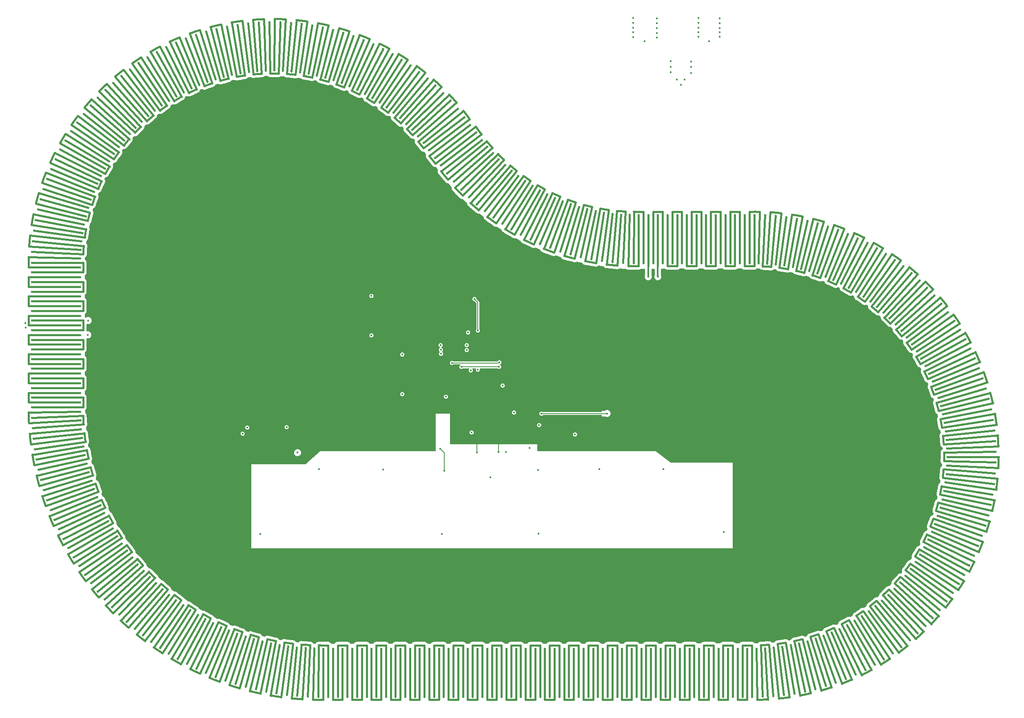
<source format=gbr>
%TF.GenerationSoftware,KiCad,Pcbnew,6.0.9-8da3e8f707~117~ubuntu22.04.1*%
%TF.CreationDate,2022-12-16T10:19:31-08:00*%
%TF.ProjectId,GaussSpeedway,47617573-7353-4706-9565-647761792e6b,rev?*%
%TF.SameCoordinates,Original*%
%TF.FileFunction,Copper,L2,Inr*%
%TF.FilePolarity,Positive*%
%FSLAX46Y46*%
G04 Gerber Fmt 4.6, Leading zero omitted, Abs format (unit mm)*
G04 Created by KiCad (PCBNEW 6.0.9-8da3e8f707~117~ubuntu22.04.1) date 2022-12-16 10:19:31*
%MOMM*%
%LPD*%
G01*
G04 APERTURE LIST*
%TA.AperFunction,ViaPad*%
%ADD10C,0.450000*%
%TD*%
%TA.AperFunction,Conductor*%
%ADD11C,0.200000*%
%TD*%
%TA.AperFunction,Conductor*%
%ADD12C,0.450000*%
%TD*%
%TA.AperFunction,Conductor*%
%ADD13C,0.300000*%
%TD*%
G04 APERTURE END LIST*
D10*
%TO.N,/STOP*%
X193850000Y-158350000D03*
%TO.N,GND*%
X167760000Y-125310000D03*
X223500000Y-66000000D03*
X200250000Y-149400000D03*
X166650000Y-128750000D03*
X225900000Y-67850000D03*
X237100000Y-63000000D03*
X224960000Y-116710000D03*
X228400000Y-66100000D03*
X235360000Y-148810000D03*
X198800000Y-144050000D03*
X241500000Y-65100000D03*
X202600000Y-142450000D03*
X195600000Y-153125000D03*
X175760000Y-137410000D03*
X228400000Y-65100000D03*
X230260000Y-116710000D03*
X167760000Y-124110000D03*
X223500000Y-65000000D03*
X148260000Y-148110000D03*
X237100000Y-64000000D03*
X241500000Y-66900000D03*
X175760000Y-136210000D03*
X148260000Y-146510000D03*
X223500000Y-67000000D03*
X211300000Y-147500000D03*
X204025000Y-150100000D03*
X237100000Y-66900000D03*
X241500000Y-66000000D03*
X241500000Y-63100000D03*
X169360000Y-125310000D03*
X173050000Y-141000000D03*
X223500000Y-64000000D03*
X239300000Y-67800000D03*
X191100000Y-153200000D03*
X147060000Y-146510000D03*
X223500000Y-63000000D03*
X228400000Y-64100000D03*
X147060000Y-148110000D03*
X241500000Y-64100000D03*
X228400000Y-63100000D03*
X143450000Y-145500000D03*
X237100000Y-65000000D03*
X190700000Y-146450000D03*
X169360000Y-124110000D03*
X189250000Y-148400000D03*
X174160000Y-137410000D03*
X174160000Y-136210000D03*
X228400000Y-67100000D03*
X195200000Y-137850000D03*
X237100000Y-66000000D03*
%TO.N,VBUS*%
X235550000Y-73200000D03*
X175600000Y-132850000D03*
X235550000Y-72050000D03*
X233410000Y-76860000D03*
X234200000Y-75800000D03*
X235550000Y-74400000D03*
X231300000Y-72000000D03*
X169200000Y-120700000D03*
X175600000Y-141050000D03*
X169200000Y-128900000D03*
X211450000Y-149450000D03*
X143450000Y-148000000D03*
X231300000Y-74300000D03*
X151600000Y-147950000D03*
X232600000Y-75800000D03*
X231300000Y-73200000D03*
%TO.N,VCC*%
X198800000Y-144900000D03*
X190000000Y-149000000D03*
X196450000Y-139300000D03*
X204000000Y-147500000D03*
X204485000Y-145125000D03*
X218100000Y-145100000D03*
%TO.N,/SWDIO*%
X185900000Y-134600000D03*
X195750000Y-134450000D03*
%TO.N,/1A_P*%
X192083642Y-88307934D03*
X116813805Y-186831311D03*
X178186737Y-203870000D03*
X285681434Y-187519084D03*
X205663968Y-99547427D03*
X226631908Y-103870000D03*
X238629364Y-103870000D03*
X242173172Y-203870000D03*
X296554801Y-168353514D03*
X213969746Y-102655792D03*
X232630212Y-103870000D03*
X240628517Y-103870000D03*
X184185041Y-203870000D03*
X98752349Y-111549592D03*
X289825375Y-182305510D03*
X109461335Y-82878927D03*
X266025843Y-106968376D03*
X105228617Y-171090838D03*
X277357388Y-194841536D03*
X190889287Y-86742047D03*
X210565984Y-101634661D03*
X198246650Y-94684862D03*
X98698478Y-135775796D03*
X139190692Y-64782303D03*
X274045339Y-110770852D03*
X99949474Y-102755387D03*
X298679883Y-155233440D03*
X155963969Y-203807655D03*
X128607395Y-68084103D03*
X102682604Y-94311386D03*
X106865624Y-86483647D03*
X98734413Y-145946301D03*
X107347437Y-174903379D03*
X166189280Y-203870000D03*
X162190020Y-203870000D03*
X204096687Y-98708617D03*
X226176563Y-203870000D03*
X234174868Y-203870000D03*
X261305861Y-202254438D03*
X101848395Y-163055103D03*
X112386567Y-182017175D03*
X263925799Y-106245126D03*
X198182498Y-203870000D03*
X222177411Y-203870000D03*
X177280742Y-72844957D03*
X161215384Y-65462077D03*
X196182498Y-203870000D03*
X242628517Y-103870000D03*
X281266195Y-115931317D03*
X170188432Y-203870000D03*
X298055159Y-161864868D03*
X284504848Y-118971522D03*
X294205013Y-174586059D03*
X111030319Y-180308258D03*
X143057676Y-201795516D03*
X164189280Y-203870000D03*
X220981550Y-103774049D03*
X288521948Y-184103940D03*
X216178259Y-203870000D03*
X123481511Y-192447415D03*
X265550377Y-200944552D03*
X101128311Y-98472623D03*
X272106255Y-109687697D03*
X279549168Y-114522384D03*
X106253146Y-173015964D03*
X234630212Y-103870000D03*
X295267064Y-135666522D03*
X125270854Y-193695636D03*
X277770495Y-113190549D03*
X105690163Y-88369317D03*
X287139334Y-185843434D03*
X219211938Y-103611689D03*
X206180802Y-203870000D03*
X128978904Y-195992423D03*
X175429782Y-71615564D03*
X250840425Y-103915901D03*
X250334255Y-203843235D03*
X208901827Y-101011864D03*
X132844013Y-198013760D03*
X215702650Y-103052046D03*
X202181650Y-203870000D03*
X149456360Y-203153921D03*
X115558885Y-76429816D03*
X98698478Y-127777491D03*
X120828705Y-72357643D03*
X297150811Y-166213877D03*
X99155398Y-107125875D03*
X134828687Y-198917553D03*
X153787627Y-203668692D03*
X188184193Y-203870000D03*
X98698478Y-117780016D03*
X294412301Y-133615464D03*
X295080487Y-172543755D03*
X108123153Y-84652829D03*
X238174020Y-203870000D03*
X109737630Y-178551918D03*
X196903295Y-93521808D03*
X184083913Y-78544783D03*
X159052269Y-64953755D03*
X98698478Y-141774948D03*
X132750322Y-66481644D03*
X201082212Y-96826798D03*
X100491183Y-100601361D03*
X293467673Y-131605252D03*
X298361630Y-159664065D03*
X194183346Y-203870000D03*
X214179107Y-203870000D03*
X147307166Y-202778726D03*
X98698478Y-119779187D03*
X126593821Y-69021543D03*
X176186737Y-203870000D03*
X173526846Y-70470091D03*
X98698478Y-137775796D03*
X226650000Y-116700000D03*
X156869634Y-64542197D03*
X224631908Y-103870000D03*
X236174020Y-203870000D03*
X98698478Y-143774100D03*
X117254338Y-74994994D03*
X193200199Y-89690177D03*
X185617828Y-80151139D03*
X186185041Y-203870000D03*
X98698478Y-133776644D03*
X230631060Y-103870000D03*
X290110997Y-125852093D03*
X134871527Y-65819866D03*
X293240093Y-176586610D03*
X244172324Y-203870000D03*
X296698904Y-139871466D03*
X297273233Y-142017025D03*
X98698478Y-115780016D03*
X98698478Y-125778339D03*
X263443123Y-201646515D03*
X120045523Y-189760622D03*
X118403379Y-188325653D03*
X180185889Y-203870000D03*
X236629364Y-103870000D03*
X298133529Y-146374961D03*
X163352878Y-66065727D03*
X194377553Y-91022023D03*
X298417715Y-148578753D03*
X297751891Y-144186897D03*
X188464842Y-83560988D03*
X248171476Y-203870000D03*
X160190020Y-203870000D03*
X212179107Y-203870000D03*
X268092563Y-107784542D03*
X182185889Y-203870000D03*
X174187585Y-203870000D03*
X143584899Y-64132174D03*
X244627669Y-103870000D03*
X292186814Y-178543153D03*
X103392368Y-167134443D03*
X292434245Y-129638151D03*
X271657994Y-198286895D03*
X98698478Y-139774948D03*
X171574078Y-69409828D03*
X136845755Y-199748963D03*
X212256881Y-102183152D03*
X261794798Y-105615608D03*
X253056822Y-104060314D03*
X297651401Y-164048960D03*
X259144621Y-202766606D03*
X130661493Y-67236673D03*
X165462342Y-66764025D03*
X98849509Y-148124520D03*
X246172324Y-203870000D03*
X280880642Y-192136281D03*
X252552595Y-203721237D03*
X273607939Y-197223416D03*
X295864044Y-170465460D03*
X183600000Y-131880000D03*
X101859059Y-96375177D03*
X291048147Y-180450170D03*
X259638851Y-105081598D03*
X291314933Y-127719711D03*
X168188432Y-203870000D03*
X103596623Y-92287073D03*
X255265554Y-104303141D03*
X279149446Y-193527767D03*
X124623040Y-70047936D03*
X140962981Y-201188864D03*
X141380106Y-64408485D03*
X172187585Y-203870000D03*
X110876393Y-81166944D03*
X104274334Y-169128912D03*
X113928150Y-77939174D03*
X189677176Y-85151663D03*
X112366732Y-79518810D03*
X232174868Y-203870000D03*
X267625250Y-200149340D03*
X145798850Y-63954149D03*
X108509115Y-176748989D03*
X296029552Y-137752640D03*
X99503793Y-104932272D03*
X182479477Y-77007498D03*
X145173934Y-202325853D03*
X152459392Y-64011646D03*
X282919644Y-117415759D03*
X137019123Y-65253206D03*
X158144847Y-203867446D03*
X99043750Y-150297554D03*
X127103608Y-194877492D03*
X254763671Y-203500771D03*
X284149891Y-189129002D03*
X98698478Y-123778339D03*
X282549026Y-190668646D03*
X121739458Y-191135536D03*
X130892675Y-197038011D03*
X151616855Y-203450623D03*
X188970000Y-131910000D03*
X222757213Y-103857667D03*
X270120128Y-108691323D03*
X101188492Y-160975600D03*
X202568861Y-97801399D03*
X217450704Y-103370798D03*
X167537825Y-67555003D03*
X100097769Y-156752427D03*
X298569950Y-157452759D03*
X98698478Y-121779187D03*
X208179954Y-203870000D03*
X195612382Y-92299713D03*
X275935197Y-111939569D03*
X228175715Y-203870000D03*
X218178259Y-203870000D03*
X98904681Y-109333724D03*
X99316732Y-152461174D03*
X169576988Y-68437767D03*
X122700613Y-71160387D03*
X246627669Y-103870000D03*
X190184193Y-203870000D03*
X180809047Y-75543621D03*
X148019465Y-63874611D03*
X230175715Y-203870000D03*
X224176563Y-203870000D03*
X275509525Y-196073882D03*
X200181650Y-203870000D03*
X150240480Y-63893784D03*
X179074504Y-74154801D03*
X104600086Y-90304519D03*
X138890843Y-200506187D03*
X207266284Y-100315465D03*
X192183346Y-203870000D03*
X98698576Y-113770981D03*
X228650000Y-116700000D03*
X298603649Y-150792054D03*
X269661887Y-199263121D03*
X199640934Y-95787562D03*
X210179954Y-203870000D03*
X248627654Y-103870000D03*
X113803434Y-183674963D03*
X286020022Y-120596855D03*
X99668326Y-154614355D03*
X98698478Y-131776644D03*
X102583137Y-165108375D03*
X257460388Y-104643697D03*
X98698478Y-129777491D03*
X240173172Y-203870000D03*
X100604857Y-158874376D03*
X228631060Y-103870000D03*
X287460892Y-122287171D03*
X115280247Y-185280836D03*
X204180802Y-203870000D03*
X298691121Y-153012371D03*
X119012598Y-73636326D03*
X187079493Y-81824756D03*
X154669940Y-64227864D03*
X220177411Y-203870000D03*
X256961838Y-203182441D03*
X288825834Y-124040565D03*
%TO.N,/1B_P*%
X157328193Y-193851220D03*
X263013480Y-191220779D03*
X274072391Y-122948091D03*
X261339856Y-191819908D03*
X221398531Y-113814654D03*
X186289231Y-96985801D03*
X161268887Y-75896525D03*
X124240431Y-82218713D03*
X254831957Y-114343042D03*
X287338180Y-143527209D03*
X211179107Y-193870000D03*
X231631060Y-113870000D03*
X163189280Y-193870000D03*
X288369988Y-148754223D03*
X159570045Y-75375728D03*
X108698478Y-140774948D03*
X157849016Y-74930719D03*
X288667472Y-152295382D03*
X277956868Y-126594616D03*
X233630212Y-113870000D03*
X179965355Y-88922408D03*
X257921797Y-192792107D03*
X179185889Y-193870000D03*
X271227841Y-120818106D03*
X225176563Y-193870000D03*
X259641991Y-192343881D03*
X165189280Y-193870000D03*
X108698478Y-128777491D03*
X108897039Y-148321600D03*
X189184193Y-193870000D03*
X109352031Y-151927802D03*
X135101422Y-76251918D03*
X108698478Y-130776644D03*
X235630212Y-113870000D03*
X108698478Y-132776644D03*
X109511327Y-105847083D03*
X275420629Y-124105481D03*
X166204779Y-77904331D03*
X247171476Y-193870000D03*
X239173172Y-193870000D03*
X207179954Y-193870000D03*
X183185041Y-193870000D03*
X281086393Y-177343876D03*
X270891622Y-187148586D03*
X227631908Y-113870000D03*
X121527801Y-84514348D03*
X282318368Y-132197370D03*
X127146101Y-80172892D03*
X108698478Y-138774948D03*
X260030732Y-115508822D03*
X116382783Y-170504226D03*
X286716620Y-166304660D03*
X288031954Y-161141696D03*
X223619885Y-113869830D03*
X173699289Y-82645660D03*
X280262179Y-129299028D03*
X252667181Y-193672630D03*
X112969831Y-164091052D03*
X210451200Y-112068856D03*
X288522116Y-157622030D03*
X223176563Y-193870000D03*
X122858898Y-83336148D03*
X113009568Y-95806177D03*
X189376196Y-100179916D03*
X112242548Y-97408979D03*
X155512000Y-193768361D03*
X275118085Y-183903386D03*
X144789020Y-191896316D03*
X249523612Y-113878512D03*
X108698478Y-116780016D03*
X127188281Y-182691482D03*
X191023383Y-101671302D03*
X171187585Y-193870000D03*
X111040572Y-158993626D03*
X108705226Y-144691468D03*
X227175715Y-193870000D03*
X182329967Y-92008668D03*
X145492780Y-73998663D03*
X231174868Y-193870000D03*
X143052920Y-191359120D03*
X108792689Y-111126274D03*
X147266668Y-73895634D03*
X177627789Y-86245827D03*
X112265199Y-162415906D03*
X177186737Y-193870000D03*
X265029144Y-117355492D03*
X288649493Y-155848968D03*
X113735211Y-165740177D03*
X197182498Y-193870000D03*
X267850462Y-188986968D03*
X258315893Y-115043395D03*
X217178259Y-193870000D03*
X286126608Y-167981520D03*
X119029620Y-87041677D03*
X273757619Y-185047547D03*
X175186737Y-193870000D03*
X128619875Y-183810927D03*
X202138886Y-108958134D03*
X278875200Y-180125768D03*
X191183346Y-193870000D03*
X287759389Y-145253441D03*
X193183346Y-193870000D03*
X241173172Y-193870000D03*
X108698478Y-142774100D03*
X283248080Y-133712497D03*
X108698478Y-118779187D03*
X184855487Y-95289437D03*
X194507519Y-104426755D03*
X283041959Y-174376712D03*
X245627669Y-113870000D03*
X162943628Y-76492525D03*
X250894839Y-193809655D03*
X268205474Y-118948989D03*
X108698478Y-124778339D03*
X279139815Y-127921496D03*
X247627669Y-113870000D03*
X138493802Y-75193591D03*
X110067802Y-155491422D03*
X287670202Y-162881360D03*
X136785494Y-75685176D03*
X136336337Y-188590629D03*
X277679381Y-181440041D03*
X116765606Y-89780755D03*
X156110655Y-74562754D03*
X115727286Y-91222693D03*
X253069725Y-114109565D03*
X123149460Y-179030594D03*
X187797552Y-98617495D03*
X288558106Y-150521872D03*
X269737104Y-119849769D03*
X288697963Y-154072751D03*
X109091706Y-150128455D03*
X241628517Y-113870000D03*
X117867421Y-88385771D03*
X108698478Y-134775796D03*
X110522249Y-157250995D03*
X173187585Y-193870000D03*
X121895197Y-177715510D03*
X208322866Y-111430376D03*
X284109206Y-135266768D03*
X167188432Y-193870000D03*
X212604880Y-112611933D03*
X205180802Y-193870000D03*
X146544242Y-192370253D03*
X199181650Y-193870000D03*
X229631060Y-113870000D03*
X204162618Y-109873439D03*
X233174868Y-193870000D03*
X141336767Y-190758922D03*
X161190020Y-193870000D03*
X148314779Y-192779905D03*
X214781482Y-113058997D03*
X109193685Y-107595339D03*
X192734467Y-103087447D03*
X137976265Y-189373735D03*
X108953914Y-109356725D03*
X239629364Y-113870000D03*
X130091837Y-184878049D03*
X237629364Y-113870000D03*
X181185889Y-193870000D03*
X249118436Y-193867796D03*
X108698478Y-136775796D03*
X113847383Y-94238363D03*
X125797732Y-181520245D03*
X133146570Y-186847902D03*
X281322694Y-130725661D03*
X209179954Y-193870000D03*
X183542078Y-93599052D03*
X141966725Y-74440525D03*
X149044136Y-73871494D03*
X256184127Y-193163321D03*
X108698478Y-120779187D03*
X108698478Y-126777491D03*
X195182498Y-193870000D03*
X111547188Y-99044965D03*
X283919154Y-172830587D03*
X139644281Y-190097022D03*
X108698478Y-114780016D03*
X243628517Y-113870000D03*
X131600974Y-185890534D03*
X120250895Y-85749988D03*
X221177411Y-193870000D03*
X286840495Y-141820667D03*
X114559677Y-167359707D03*
X134725274Y-187748076D03*
X120689052Y-176355129D03*
X206225885Y-110698296D03*
X276716673Y-125322134D03*
X110925449Y-100709518D03*
X263390685Y-116665981D03*
X109906480Y-104113927D03*
X117379061Y-172025032D03*
X284900776Y-136858431D03*
X108698478Y-122778339D03*
X200156969Y-107953412D03*
X169188432Y-193870000D03*
X216974863Y-113408786D03*
X219182553Y-113660905D03*
X109677447Y-153715741D03*
X140221528Y-74778552D03*
X133443484Y-76893181D03*
X284726462Y-171247694D03*
X150099794Y-193125077D03*
X154356922Y-74272248D03*
X170829369Y-80549982D03*
X287231345Y-164603968D03*
X266271986Y-189802879D03*
X215178259Y-193870000D03*
X164589544Y-77162045D03*
X286267739Y-140138631D03*
X264658142Y-190548183D03*
X237174020Y-193870000D03*
X276425831Y-182700432D03*
X280011939Y-178759095D03*
X176371884Y-84987781D03*
X167784778Y-78717288D03*
X181117633Y-90417993D03*
X119533642Y-174952401D03*
X254430940Y-193457105D03*
X201181650Y-193870000D03*
X251299612Y-113954664D03*
X151895414Y-193405021D03*
X108768121Y-146508095D03*
X272673480Y-121851268D03*
X150820168Y-73926309D03*
X110378032Y-102400762D03*
X282097350Y-175881707D03*
X125670844Y-81163302D03*
X219177411Y-193870000D03*
X143724469Y-74180465D03*
X118429513Y-173507991D03*
X213179107Y-193870000D03*
X245172324Y-193870000D03*
X172287917Y-81566156D03*
X198222460Y-106862106D03*
X229175715Y-193870000D03*
X185185041Y-193870000D03*
X269391790Y-188101371D03*
X153700788Y-193619604D03*
X130221878Y-78393032D03*
X225631908Y-113870000D03*
X159190020Y-193870000D03*
X288103649Y-146997419D03*
X256581337Y-114654436D03*
X178826062Y-87557862D03*
X285620558Y-138482995D03*
X187184193Y-193870000D03*
X288316193Y-159386936D03*
X235174020Y-193870000D03*
X115442840Y-168948871D03*
X243172324Y-193870000D03*
X175061892Y-83787275D03*
X152592764Y-74060020D03*
X169327759Y-79600002D03*
X285462973Y-169629817D03*
X266634677Y-118116781D03*
X131816358Y-77607153D03*
X272348268Y-186129686D03*
X128664540Y-79248600D03*
X114753629Y-92709961D03*
X108710192Y-112901990D03*
X203180802Y-193870000D03*
X124451246Y-180299756D03*
X111621647Y-160715535D03*
X196337537Y-105685448D03*
X261723922Y-116050193D03*
%TO.N,/G1_P*%
X110320000Y-128770000D03*
X97410000Y-127250000D03*
X97400000Y-126310000D03*
X110400000Y-125800000D03*
%TO.N,/FWD1*%
X184340000Y-156980000D03*
X146100000Y-170150000D03*
X183850000Y-170150000D03*
X183460000Y-152410000D03*
%TO.N,/FWD3*%
X158360000Y-156670000D03*
%TO.N,/FWD2*%
X197100000Y-153125000D03*
X171620000Y-156720000D03*
%TO.N,/REV1*%
X203900000Y-170050000D03*
X202050000Y-152250000D03*
X203830000Y-156800000D03*
X242300000Y-169700000D03*
%TO.N,/REV3*%
X216490000Y-156640000D03*
%TO.N,/REV2*%
X229810000Y-156660000D03*
%TO.N,/B_IN2*%
X153860000Y-153210000D03*
X142460000Y-149310000D03*
%TO.N,/A_IN1*%
X184660000Y-141610000D03*
X183660000Y-132710000D03*
%TO.N,/G_IN1*%
X191290000Y-127880000D03*
X190560000Y-121310000D03*
X191290000Y-135980000D03*
%TO.N,/G_IN2*%
X189830000Y-136140000D03*
X189260000Y-128310000D03*
%TO.N,Net-(C8-Pad2)*%
X183570000Y-130890000D03*
X188970000Y-130890000D03*
%TO.N,Net-(R12-Pad2)*%
X187900000Y-135400000D03*
X195700000Y-135400000D03*
%TD*%
D11*
%TO.N,GND*%
X196875000Y-149400000D02*
X200250000Y-149400000D01*
X191100000Y-153200000D02*
X191100000Y-146850000D01*
X191100000Y-146850000D02*
X190700000Y-146450000D01*
X195625000Y-151150000D02*
X195625000Y-150650000D01*
X195600000Y-151175000D02*
X195625000Y-151150000D01*
X195625000Y-150650000D02*
X196875000Y-149400000D01*
X195600000Y-153125000D02*
X195600000Y-151175000D01*
%TO.N,VCC*%
X204485000Y-145125000D02*
X204510000Y-145100000D01*
X204510000Y-145100000D02*
X218100000Y-145100000D01*
%TO.N,/SWDIO*%
X195600000Y-134600000D02*
X185900000Y-134600000D01*
X195750000Y-134450000D02*
X195600000Y-134600000D01*
D12*
%TO.N,/1A_P*%
X121738730Y-191134967D02*
X128299085Y-182745435D01*
X292434702Y-129638975D02*
X283118886Y-134800183D01*
X158698478Y-193220000D02*
X160189704Y-193220000D01*
X98698478Y-117779187D02*
X109348478Y-117779187D01*
X216178259Y-193220000D02*
X216178259Y-203870000D01*
X222176563Y-193220000D02*
X224176139Y-193220000D01*
X267624378Y-200149696D02*
X263593161Y-190292121D01*
X248627669Y-103870000D02*
X248627669Y-114520000D01*
X200848440Y-109046542D02*
X205663968Y-99547427D01*
X287827517Y-149705789D02*
X298417715Y-148578753D01*
X117255071Y-74994402D02*
X123952516Y-83274904D01*
X111396514Y-157939356D02*
X101188492Y-160975600D01*
X288521378Y-184104691D02*
X280039100Y-177664701D01*
X246171476Y-193220000D02*
X248171052Y-193220000D01*
X117417727Y-170912968D02*
X108509115Y-176748989D01*
X206179954Y-203870000D02*
X206179954Y-193220000D01*
X134503371Y-77169572D02*
X130661493Y-67236673D01*
X260682379Y-116389224D02*
X263925799Y-106245126D01*
X182185041Y-203870000D02*
X182185041Y-193220000D01*
X212179107Y-193220000D02*
X212179107Y-203870000D01*
D13*
X226636121Y-116686121D02*
X226650000Y-116700000D01*
D12*
X132711698Y-185823662D02*
X127103608Y-194877492D01*
X185618463Y-80151835D02*
X177754506Y-87333804D01*
X136844894Y-199748626D02*
X140723905Y-189830170D01*
X234174020Y-193220000D02*
X236173596Y-193220000D01*
X105690643Y-88368506D02*
X114851312Y-93800324D01*
X125270086Y-193695121D02*
X131203626Y-184851162D01*
X139065575Y-189146613D02*
X134828687Y-198917553D01*
X119491417Y-173840467D02*
X111030319Y-180308258D01*
X220982135Y-103774090D02*
X220245069Y-114398554D01*
X192183346Y-193220000D02*
X192183346Y-203870000D01*
X296029855Y-137753531D02*
X285948272Y-141186339D01*
X232631060Y-114520000D02*
X230631484Y-114520000D01*
X271253040Y-186114599D02*
X277357388Y-194841536D01*
X186184193Y-203870000D02*
X186184193Y-193220000D01*
X270133775Y-120870751D02*
X275935197Y-111939569D01*
X141215850Y-75237983D02*
X139190692Y-64782303D01*
X285680800Y-187519781D02*
X277803565Y-180352377D01*
X140962098Y-201188591D02*
X144110305Y-191014541D01*
X99043651Y-150296634D02*
X109632382Y-149155907D01*
X101848100Y-163054227D02*
X111939042Y-159649026D01*
X153786706Y-203668616D02*
X154658545Y-193054362D01*
X176546815Y-86069054D02*
X184083913Y-78544783D01*
X284512121Y-170173539D02*
X294205013Y-174586059D01*
X230174868Y-193220000D02*
X232174444Y-193220000D01*
X285817778Y-166930627D02*
X295864044Y-170465460D01*
X107346958Y-174902587D02*
X116461853Y-169394303D01*
X217451448Y-103370917D02*
X215774336Y-113888036D01*
X238173172Y-193220000D02*
X240172748Y-193220000D01*
X250384190Y-114556124D02*
X250840425Y-103915901D01*
X189755238Y-101416602D02*
X196903295Y-93521808D01*
X257308551Y-115473527D02*
X259638851Y-105081598D01*
X261960922Y-190917673D02*
X265550377Y-200944552D01*
X277771262Y-113191097D02*
X271578759Y-121855703D01*
X287947326Y-156689631D02*
X298569950Y-157452759D01*
X131302112Y-78574264D02*
X126593821Y-69021543D01*
X110877009Y-81166231D02*
X118932982Y-88132134D01*
D13*
X226636121Y-114514362D02*
X226636121Y-116686121D01*
D12*
X149455446Y-203153778D02*
X151096084Y-192630908D01*
X268302223Y-187989139D02*
X273607939Y-197223416D01*
X293239665Y-176587449D02*
X283752392Y-171748633D01*
X98698478Y-121778339D02*
X109348478Y-121778339D01*
X258620488Y-191948553D02*
X261305861Y-202254438D01*
X236174020Y-193220000D02*
X236174020Y-203870000D01*
X113928827Y-77938518D02*
X121334762Y-85591924D01*
X128978101Y-195991965D02*
X134253468Y-186740316D01*
X190889509Y-86742338D02*
X182419164Y-93198014D01*
X151658317Y-74631475D02*
X152459392Y-64011646D01*
X98698478Y-141774100D02*
X109348478Y-141774100D01*
X173969496Y-83707140D02*
X180809047Y-75543621D01*
X124623866Y-70047482D02*
X129751758Y-79381679D01*
X105228197Y-171090013D02*
X114719172Y-166258461D01*
X210179107Y-193220000D02*
X212178683Y-193220000D01*
X113993044Y-95323966D02*
X104600086Y-90304519D01*
X201082833Y-96827225D02*
X195047577Y-105602086D01*
X161891639Y-76797598D02*
X165462342Y-66764025D01*
X288042687Y-153195046D02*
X298691121Y-153012371D01*
X109348478Y-125777491D02*
X109348478Y-127777067D01*
X190183346Y-193220000D02*
X192182922Y-193220000D01*
X109348478Y-119779187D02*
X98698478Y-119779187D01*
X228175715Y-193220000D02*
X228175715Y-203870000D01*
X109348478Y-129776644D02*
X109348478Y-131776220D01*
X224632756Y-114520000D02*
X223750460Y-114520000D01*
X236630212Y-103870000D02*
X236630212Y-114520000D01*
X176186737Y-193220000D02*
X176186737Y-203870000D01*
X290111525Y-125852873D02*
X281290546Y-131820521D01*
X291047646Y-180450968D02*
X282027273Y-174789221D01*
X128238158Y-80257535D02*
X122700613Y-71160387D01*
X188184193Y-193220000D02*
X188184193Y-203870000D01*
X204097344Y-98708987D02*
X198864701Y-107984867D01*
X298133670Y-146375893D02*
X287603974Y-147972138D01*
X178904337Y-88650393D02*
X187079493Y-81824756D01*
X175430578Y-71616068D02*
X169736641Y-80616155D01*
X238173172Y-203870000D02*
X238173172Y-193220000D01*
X117818846Y-89480025D02*
X109461335Y-82878927D01*
X132843179Y-198013361D02*
X137432494Y-188402914D01*
X172187585Y-193220000D02*
X172187585Y-203870000D01*
X240173172Y-193220000D02*
X240173172Y-203870000D01*
X196182498Y-193220000D02*
X196182498Y-203870000D01*
X109348478Y-121778339D02*
X109348478Y-123777915D01*
X109348478Y-137774948D02*
X109348478Y-139774524D01*
X204180802Y-193220000D02*
X204180802Y-203870000D01*
X174186737Y-193220000D02*
X176186313Y-193220000D01*
X180185889Y-193220000D02*
X180185889Y-203870000D01*
X285347955Y-139543863D02*
X295267064Y-135666522D01*
X174186737Y-203870000D02*
X174186737Y-193220000D01*
X253866766Y-114860882D02*
X255265554Y-104303141D01*
X297651209Y-164049882D02*
X287224277Y-161881567D01*
X283931834Y-136347643D02*
X293467673Y-131605252D01*
X111260756Y-101752264D02*
X101128311Y-98472623D01*
X202180802Y-203870000D02*
X202180802Y-193220000D01*
X152873843Y-192875062D02*
X151616855Y-203450623D01*
X214178259Y-193220000D02*
X216177835Y-193220000D01*
X240629364Y-114520000D02*
X238629788Y-114520000D01*
X234174020Y-203870000D02*
X234174020Y-193220000D01*
X113934620Y-164645455D02*
X104274334Y-169128912D01*
X287303514Y-146249398D02*
X297751891Y-144186897D01*
X182185041Y-193220000D02*
X184184617Y-193220000D01*
X109348478Y-141774100D02*
X109348478Y-143773676D01*
X109737096Y-178551164D02*
X118427741Y-172395257D01*
X103392010Y-167133590D02*
X113208908Y-163004303D01*
X109348478Y-113870000D02*
X109348478Y-115779611D01*
X109348478Y-135775796D02*
X98698478Y-135775796D01*
X222492761Y-114504383D02*
X222757213Y-103857667D01*
X167538697Y-67555358D02*
X163525731Y-77420376D01*
X190183346Y-203870000D02*
X190183346Y-193220000D01*
X188465356Y-83561662D02*
X179995011Y-90017338D01*
X109348478Y-133775796D02*
X109348478Y-135775372D01*
X254762735Y-203500885D02*
X253471048Y-192929507D01*
X109348478Y-139774948D02*
X98698478Y-139774948D01*
X210179107Y-203870000D02*
X210179107Y-193220000D01*
X296554528Y-168354416D02*
X286361189Y-165269235D01*
X226175715Y-203870000D02*
X226175715Y-193220000D01*
X281065346Y-176248746D02*
X289825375Y-182305510D01*
X162189280Y-193220000D02*
X164188856Y-193220000D01*
X244628517Y-114520000D02*
X242628940Y-114520000D01*
X230174868Y-203870000D02*
X230174868Y-193220000D01*
X141381038Y-64408348D02*
X142939652Y-74943680D01*
X132751215Y-66481343D02*
X136147982Y-76575127D01*
X236630212Y-114520000D02*
X234630636Y-114520000D01*
X184185041Y-193220000D02*
X184185041Y-203870000D01*
X282237628Y-133289722D02*
X291314933Y-127719711D01*
X120829487Y-72357118D02*
X126765582Y-81199362D01*
X121772304Y-176609582D02*
X113803434Y-183674963D01*
X218003556Y-114192913D02*
X219211938Y-103611689D01*
X266026726Y-106968702D02*
X262335809Y-116958679D01*
X265196680Y-189594386D02*
X269661887Y-199263121D01*
X98734398Y-145945861D02*
X109378022Y-145577396D01*
X272977970Y-122903427D02*
X279549168Y-114522384D01*
X198181650Y-203870000D02*
X198181650Y-193220000D01*
X278070533Y-127684035D02*
X286020022Y-120596855D01*
X257461315Y-104643862D02*
X255594830Y-115129030D01*
X145173033Y-202325644D02*
X147573799Y-191949768D01*
X182480172Y-77008135D02*
X175284671Y-84859712D01*
X186557017Y-98251249D02*
X194377553Y-91022023D01*
X274046151Y-110771330D02*
X268647097Y-119951347D01*
X158143922Y-203867437D02*
X158242356Y-193217892D01*
X244172324Y-193220000D02*
X244172324Y-203870000D01*
X103597030Y-92286223D02*
X113203638Y-96883568D01*
D13*
X228636121Y-114514362D02*
X228636121Y-116686121D01*
D12*
X253057761Y-104060396D02*
X252129233Y-114669842D01*
X99503961Y-104931345D02*
X109982393Y-106835278D01*
X287461487Y-122287901D02*
X279204966Y-129014888D01*
X145799791Y-63954095D02*
X146417211Y-74586183D01*
X98904766Y-109332786D02*
X109510827Y-110299213D01*
X210566696Y-101634909D02*
X207056518Y-111689816D01*
X179075252Y-74155374D02*
X172604999Y-82614589D01*
X158549283Y-75772964D02*
X161215384Y-65462077D01*
X168188432Y-193220000D02*
X168188432Y-203870000D01*
X282548333Y-190669283D02*
X275338313Y-182831036D01*
X295080135Y-172544629D02*
X285200842Y-168566933D01*
X120105394Y-86835613D02*
X112366732Y-79518810D01*
X98698478Y-129776644D02*
X109348478Y-129776644D01*
X112483985Y-98477371D02*
X102682604Y-94311386D01*
X213559920Y-113484266D02*
X215702650Y-103052046D01*
X109708074Y-108562374D02*
X99155398Y-107125875D01*
X168238404Y-79714272D02*
X173526846Y-70470091D01*
X284505506Y-118972197D02*
X276878608Y-126405429D01*
X232174868Y-193220000D02*
X232174868Y-203870000D01*
X259143699Y-202766803D02*
X256918867Y-192351784D01*
X232631060Y-103870000D02*
X232631060Y-114520000D01*
X162189280Y-203870000D02*
X162189280Y-193220000D01*
X115776022Y-92316940D02*
X106865624Y-86483647D01*
X115562192Y-167842556D02*
X106253146Y-173015964D01*
X246627669Y-114520000D02*
X246627669Y-103870000D01*
X112543610Y-161338564D02*
X102583137Y-165108375D01*
X294412683Y-133616325D02*
X284675557Y-137930358D01*
X110333012Y-105122799D02*
X99949474Y-102755387D01*
X109348478Y-131776644D02*
X98698478Y-131776644D01*
X98698478Y-137774948D02*
X109348478Y-137774948D01*
X240629364Y-103870000D02*
X240629364Y-114520000D01*
X170187585Y-193220000D02*
X172187161Y-193220000D01*
X246171476Y-203870000D02*
X246171476Y-193220000D01*
X193221772Y-104285612D02*
X199640934Y-95787562D01*
X198247231Y-94685342D02*
X191456996Y-102889927D01*
X115279609Y-185280166D02*
X122986458Y-177929862D01*
X125335691Y-82206098D02*
X119012598Y-73636326D01*
X297273456Y-142017940D02*
X286926986Y-144542429D01*
X165129865Y-78114833D02*
X169576988Y-68437767D01*
X279148698Y-193528341D02*
X272662801Y-185081114D01*
X171574916Y-69410259D02*
X166702235Y-78880184D01*
X208179954Y-193220000D02*
X208179954Y-203870000D01*
X183652352Y-94814534D02*
X192083642Y-88307934D01*
X200181650Y-193220000D02*
X200181650Y-203870000D01*
X261795707Y-105615855D02*
X259005997Y-115893988D01*
X238629364Y-114520000D02*
X238629364Y-103870000D01*
X228631908Y-103870000D02*
X228631908Y-114520000D01*
X204948378Y-110900886D02*
X208901827Y-101011864D01*
X129732522Y-183824924D02*
X123481511Y-192447415D01*
X226631908Y-114520000D02*
X226631908Y-103870000D01*
X109856992Y-150936241D02*
X99316732Y-152461174D01*
X126906423Y-181615036D02*
X120045523Y-189760622D01*
X194182498Y-203870000D02*
X194182498Y-193220000D01*
X248627669Y-114520000D02*
X246628093Y-114520000D01*
X109348478Y-117779187D02*
X109348478Y-119778763D01*
X281266910Y-115931930D02*
X274329834Y-124012739D01*
X195612918Y-92300243D02*
X188121297Y-99869795D01*
X164189280Y-193220000D02*
X164189280Y-203870000D01*
X270120979Y-108691727D02*
X265557986Y-118314699D01*
X218177411Y-193220000D02*
X220176987Y-193220000D01*
X298679858Y-155234382D02*
X288033823Y-154943769D01*
X278951431Y-179033093D02*
X287139334Y-185843434D01*
X166188432Y-203870000D02*
X166188432Y-193220000D01*
X101859388Y-96374294D02*
X111836114Y-100100880D01*
X181206831Y-91607339D02*
X189677176Y-85151663D01*
X171192720Y-81583291D02*
X177280742Y-72844957D01*
X214178259Y-203870000D02*
X214178259Y-193220000D01*
X275630535Y-125180512D02*
X282919644Y-117415759D01*
X109348478Y-143774100D02*
X98698478Y-143774100D01*
X156449344Y-193168721D02*
X155963969Y-203807655D01*
X166188432Y-193220000D02*
X168188008Y-193220000D01*
X202180802Y-193220000D02*
X204180378Y-193220000D01*
X267120398Y-119098528D02*
X272106255Y-109687697D01*
X186184193Y-193220000D02*
X188183769Y-193220000D01*
X110499394Y-154465796D02*
X100097769Y-156752427D01*
X109348478Y-123778339D02*
X98698478Y-123778339D01*
X280278707Y-130394235D02*
X288825834Y-124040565D01*
X144674091Y-74726331D02*
X143584899Y-64132174D01*
X109348478Y-127777491D02*
X98698478Y-127777491D01*
X276598740Y-181618834D02*
X284149891Y-189129002D01*
X109472701Y-147369343D02*
X98849509Y-148124520D01*
X100604626Y-158873480D02*
X110916285Y-156210363D01*
X251731668Y-193102923D02*
X252552595Y-203721237D01*
D13*
X228636121Y-116686121D02*
X228650000Y-116700000D01*
D12*
X150241422Y-63893813D02*
X149912775Y-74538741D01*
X178185889Y-203870000D02*
X178185889Y-193220000D01*
X244628517Y-103870000D02*
X244628517Y-114520000D01*
X194182498Y-193220000D02*
X196182074Y-193220000D01*
X250333908Y-203843247D02*
X249985561Y-193198945D01*
X182419164Y-93198014D02*
X181207088Y-91607676D01*
X282923798Y-173287772D02*
X292186814Y-178543153D01*
X198181650Y-193220000D02*
X200181226Y-193220000D01*
X137020039Y-65252986D02*
X139507546Y-75608410D01*
X98698577Y-113770039D02*
X109348556Y-113791330D01*
X178185889Y-193220000D02*
X180185465Y-193220000D01*
X255201742Y-192678891D02*
X256961838Y-203182441D01*
X224176563Y-193220000D02*
X224176563Y-203870000D01*
X99668160Y-154613445D02*
X110146041Y-152706484D01*
X163353779Y-66066003D02*
X160232199Y-76248254D01*
X124248334Y-179205678D02*
X116813805Y-186831311D01*
X122617618Y-84404575D02*
X115558885Y-76429816D01*
X286474813Y-142853154D02*
X296698904Y-139871466D01*
X128608257Y-68083724D02*
X132887474Y-77836201D01*
X142406698Y-190453263D02*
X138890843Y-200506187D01*
X148164095Y-74523629D02*
X148019465Y-63874611D01*
X275508730Y-196074387D02*
X269798146Y-187084853D01*
X218177411Y-203870000D02*
X218177411Y-193220000D01*
X100491433Y-100600453D02*
X110759534Y-103426867D01*
X234630212Y-114520000D02*
X234630212Y-103870000D01*
X149329124Y-192322427D02*
X147307166Y-202778726D01*
X206179954Y-193220000D02*
X208179530Y-193220000D01*
X170187585Y-203870000D02*
X170187585Y-193220000D01*
X248171476Y-193220000D02*
X248171476Y-203870000D01*
X263961622Y-117600745D02*
X268092563Y-107784542D01*
X109390875Y-112043839D02*
X98752349Y-111549592D01*
X224632756Y-103870000D02*
X224632756Y-114520000D01*
X154670875Y-64227977D02*
X153398754Y-74801728D01*
X298361521Y-159665001D02*
X287783292Y-158430666D01*
X207266970Y-100315776D02*
X202878241Y-110019463D01*
X263442222Y-201646793D02*
X260301805Y-191470336D01*
X274025841Y-183985563D02*
X280880642Y-192136281D01*
X271657157Y-198287328D02*
X266766958Y-188826437D01*
X222176563Y-203870000D02*
X222176563Y-193220000D01*
X112385979Y-182016461D02*
X120606447Y-175245464D01*
X209196715Y-112384029D02*
X212256881Y-102183152D01*
X242172324Y-203870000D02*
X242172324Y-193220000D01*
X230631060Y-114520000D02*
X230631060Y-103870000D01*
X193200686Y-89690753D02*
X185066808Y-96565528D01*
X109348478Y-115780016D02*
X98698478Y-115780016D01*
X108123704Y-84652065D02*
X116766131Y-90875485D01*
X160190020Y-193220000D02*
X160190020Y-203870000D01*
X298603707Y-150792995D02*
X287973893Y-151448397D01*
X135828205Y-187600689D02*
X130892675Y-197038011D01*
X145833918Y-191513737D02*
X143057676Y-201795516D01*
X220177411Y-193220000D02*
X220177411Y-203870000D01*
X226175715Y-193220000D02*
X228175291Y-193220000D01*
X155129178Y-75049019D02*
X156869634Y-64542197D01*
X159053190Y-64953950D02*
X156847636Y-75373069D01*
X242172324Y-193220000D02*
X244171900Y-193220000D01*
X118402694Y-188325032D02*
X125555196Y-180434264D01*
X213970477Y-102655976D02*
X211366556Y-112982742D01*
X286830464Y-163584631D02*
X297150811Y-166213877D01*
X242628517Y-114520000D02*
X242628517Y-103870000D01*
X98698478Y-125777491D02*
X109348478Y-125777491D01*
X137816667Y-76054544D02*
X134871527Y-65819866D01*
X98698478Y-133775796D02*
X109348478Y-133775796D01*
X196929260Y-106835635D02*
X202568861Y-97801399D01*
X287542185Y-160161961D02*
X298055159Y-161864868D01*
X113993217Y-95323639D02*
G75*
G02*
X114851313Y-93800324I34707483J-18547661D01*
G01*
X112484128Y-98477029D02*
G75*
G02*
X113203638Y-96883568I36215772J-15393671D01*
G01*
X218004030Y-114192966D02*
G75*
G03*
X220245069Y-114398553I5746770J50326366D01*
G01*
X189755593Y-101416921D02*
G75*
G03*
X191456996Y-102889927I33995107J37547121D01*
G01*
X263961963Y-117600890D02*
G75*
G02*
X265557986Y-118314699I-15263363J-36268910D01*
G01*
X286474915Y-142853511D02*
G75*
G02*
X286926986Y-144542429I-37777715J-11016889D01*
G01*
X178904573Y-88650679D02*
G75*
G02*
X179995011Y-90017338I-30205673J-25219021D01*
G01*
X158698478Y-193219999D02*
G75*
G02*
X158242356Y-193217891I22J49361699D01*
G01*
X286830371Y-163584991D02*
G75*
G02*
X286361189Y-165269235I-38129771J9714391D01*
G01*
X282237821Y-133290039D02*
G75*
G02*
X283118886Y-134800183I-33539821J-20580261D01*
G01*
X144674460Y-74726292D02*
G75*
G02*
X146417211Y-74586184I4023840J-39142208D01*
G01*
X120105650Y-86835345D02*
G75*
G02*
X121334762Y-85591924I28591250J-27033055D01*
G01*
X265196345Y-189594544D02*
G75*
G02*
X263593161Y-190292121I-16497545J35723944D01*
G01*
X110333094Y-105122438D02*
G75*
G02*
X110759535Y-103426867I38363306J-8747062D01*
G01*
X271252736Y-186114813D02*
G75*
G02*
X269798146Y-187084853I-22554036J32244513D01*
G01*
X213560388Y-113484364D02*
G75*
G03*
X215774336Y-113888036I10189912J49613764D01*
G01*
X115776226Y-92316630D02*
G75*
G02*
X116766131Y-90875485I32920374J-21552070D01*
G01*
X287542126Y-160162327D02*
G75*
G02*
X287224277Y-161881567I-38842526J6292127D01*
G01*
X276598477Y-181619095D02*
G75*
G02*
X275338313Y-182831036I-27899677J27748695D01*
G01*
X280278927Y-130394533D02*
G75*
G02*
X281290545Y-131820521I-31579727J-23474967D01*
G01*
X287303587Y-146249761D02*
G75*
G02*
X287603973Y-147972138I-38605387J-7620239D01*
G01*
X129732214Y-183824702D02*
G75*
G02*
X128299085Y-182745435I28966686J39955202D01*
G01*
X278951193Y-179033377D02*
G75*
G02*
X277803565Y-180352377I-30252393J25163077D01*
G01*
X109856938Y-150935864D02*
G75*
G02*
X109632383Y-149155907I48840562J7065764D01*
G01*
X260682732Y-116389337D02*
G75*
G02*
X262335809Y-116958679I-11984032J-37479963D01*
G01*
X270134086Y-120870954D02*
G75*
G02*
X271578759Y-121855703I-21436786J-33000846D01*
G01*
X284511967Y-170173876D02*
G75*
G02*
X283752391Y-171748633I-35812267J16303276D01*
G01*
X128238476Y-80257343D02*
G75*
G02*
X129751758Y-79381679I20458924J-33610757D01*
G01*
X281065135Y-176249051D02*
G75*
G02*
X280039100Y-177664701I-32365935J22378551D01*
G01*
X142406340Y-190453136D02*
G75*
G02*
X140723905Y-189830170I16291760J46582236D01*
G01*
X110499315Y-154465425D02*
G75*
G02*
X110146042Y-152706484I48201485J10595925D01*
G01*
X272978261Y-122903656D02*
G75*
G02*
X274329833Y-124012740I-24280761J-30967544D01*
G01*
X261960573Y-190917798D02*
G75*
G02*
X260301805Y-191470335I-13261773J37046898D01*
G01*
X132711375Y-185823461D02*
G75*
G02*
X131203626Y-184851162I25985925J41951661D01*
G01*
X148164466Y-74523625D02*
G75*
G02*
X149912775Y-74538741I534034J-39344775D01*
G01*
X196929666Y-106835886D02*
G75*
G03*
X198864701Y-107984867I26819634J42963886D01*
G01*
X257308913Y-115473609D02*
G75*
G02*
X259005997Y-115893988I-8610213J-38395491D01*
G01*
X285348092Y-139544207D02*
G75*
G02*
X285948272Y-141186339I-36651892J-14326593D01*
G01*
X111260871Y-101751912D02*
G75*
G02*
X111836114Y-100100880I37438529J-12118388D01*
G01*
X173969780Y-83707378D02*
G75*
G02*
X175284671Y-84859712I-25271580J-30162922D01*
G01*
X135827868Y-187600513D02*
G75*
G02*
X134253468Y-186740315I22871532J43732113D01*
G01*
X122617897Y-84404330D02*
G75*
G02*
X123952517Y-83274905I26081203J-29466370D01*
G01*
X137817023Y-76054443D02*
G75*
G02*
X139507546Y-75608410I10881477J-37815557D01*
G01*
X285817654Y-166930976D02*
G75*
G02*
X285200842Y-168566933I-37121354J13061776D01*
G01*
X109390893Y-112043469D02*
G75*
G02*
X109510828Y-110299213I39305907J-1826431D01*
G01*
X152873465Y-192875018D02*
G75*
G02*
X151096084Y-192630907I5825735J49010018D01*
G01*
X151658686Y-74631505D02*
G75*
G02*
X153398754Y-74801729I-2960186J-39238695D01*
G01*
X109348478Y-113870000D02*
G75*
G02*
X109348556Y-113791330I38270622J1400D01*
G01*
X113934461Y-164645109D02*
G75*
G02*
X113208909Y-163004303I44760339J20773509D01*
G01*
X283932001Y-136347974D02*
G75*
G02*
X284675557Y-137930358I-35233601J-17522026D01*
G01*
X251731298Y-193102951D02*
G75*
G02*
X249985561Y-193198944I-3032898J39234251D01*
G01*
X200848867Y-109046755D02*
G75*
G03*
X202878241Y-110019462I22901833J45177155D01*
G01*
X117819076Y-89479735D02*
G75*
G02*
X118932982Y-88132134I30877824J-24388965D01*
G01*
X267120726Y-119098701D02*
G75*
G02*
X268647097Y-119951348I-18422226J-34771199D01*
G01*
X141216214Y-75237912D02*
G75*
G02*
X142939652Y-74943681I7481886J-38630088D01*
G01*
X183652643Y-94814912D02*
G75*
G03*
X185066808Y-96565528I40098157J30945212D01*
G01*
X149328750Y-192322355D02*
G75*
G02*
X147573799Y-191949768I9370050J48453955D01*
G01*
X158549642Y-75773056D02*
G75*
G02*
X160232199Y-76248254I-9851042J-38096344D01*
G01*
X126906133Y-181614790D02*
G75*
G02*
X125555196Y-180434264I31790367J37742590D01*
G01*
X278070779Y-127684312D02*
G75*
G02*
X279204965Y-129014888I-29372879J-26186188D01*
G01*
X115562009Y-167842223D02*
G75*
G02*
X114719172Y-166258461I43137191J23972623D01*
G01*
X134503718Y-77169440D02*
G75*
G02*
X136147982Y-76575128I14195082J-36701360D01*
G01*
X222493028Y-114504389D02*
G75*
G03*
X223750460Y-114520000I1257372J50627889D01*
G01*
X155129543Y-75049079D02*
G75*
G02*
X156847636Y-75373070I-6431443J-38822821D01*
G01*
X268301902Y-187989323D02*
G75*
G02*
X266766958Y-188826436I-19603302J34119123D01*
G01*
X109708124Y-108562006D02*
G75*
G02*
X109982394Y-106835278I38990976J-5308094D01*
G01*
X274025557Y-183985802D02*
G75*
G02*
X272662801Y-185081114I-25327057J30115802D01*
G01*
X111396406Y-157938991D02*
G75*
G02*
X110916285Y-156210363I47301694J14068891D01*
G01*
X193222152Y-104285901D02*
G75*
G03*
X195047577Y-105602086I30528548J40416301D01*
G01*
X165130201Y-78114989D02*
G75*
G02*
X166702235Y-78880185I-16431901J-35755411D01*
G01*
X171193024Y-81583503D02*
G75*
G02*
X172604999Y-82614589I-22494424J-32286297D01*
G01*
X119491186Y-173840165D02*
G75*
G02*
X118427741Y-172395257I39207714J29970465D01*
G01*
X112543475Y-161338208D02*
G75*
G02*
X111939043Y-159649026I46155125J17468208D01*
G01*
X125335989Y-82205878D02*
G75*
G02*
X126765583Y-81199363I23362311J-31663922D01*
G01*
X109472674Y-147368963D02*
G75*
G02*
X109378023Y-145577396I49225826J3498963D01*
G01*
X145833551Y-191513635D02*
G75*
G02*
X144110305Y-191014541I12864149J47641135D01*
G01*
X168238724Y-79714457D02*
G75*
G02*
X169736641Y-80616156I-19540624J-34156243D01*
G01*
X288042693Y-153195417D02*
G75*
G02*
X288033823Y-154943769I-39343793J-674583D01*
G01*
X121772053Y-176609296D02*
G75*
G02*
X120606448Y-175245463I36925547J32738596D01*
G01*
X176547075Y-86069319D02*
G75*
G02*
X177754506Y-87333804I-27847675J-27799881D01*
G01*
X255201376Y-192678951D02*
G75*
G02*
X253471048Y-192929507I-6503276J38811351D01*
G01*
X253867134Y-114860930D02*
G75*
G02*
X255594830Y-115129030I-5168434J-39007370D01*
G01*
X282923616Y-173288094D02*
G75*
G02*
X282027273Y-174789221I-34224916J19417994D01*
G01*
X287827557Y-149706157D02*
G75*
G02*
X287973893Y-151448397I-39131557J-4164043D01*
G01*
X117417519Y-170912650D02*
G75*
G02*
X116461854Y-169394302I41280681J27042450D01*
G01*
X275630806Y-125180765D02*
G75*
G02*
X276878608Y-126405429I-26930706J-28687535D01*
G01*
X258620129Y-191948647D02*
G75*
G02*
X256918867Y-192351784I-9921429J38077747D01*
G01*
X204948821Y-110901062D02*
G75*
G03*
X207056518Y-111689815I18802079J47032262D01*
G01*
X186557342Y-98251597D02*
G75*
G03*
X188121298Y-99869794I37192858J34381297D01*
G01*
X139065226Y-189146462D02*
G75*
G02*
X137432494Y-188402914I19631774J45273162D01*
G01*
X161891988Y-76797723D02*
G75*
G02*
X163525731Y-77420376I-13194388J-37074677D01*
G01*
X287947299Y-156690001D02*
G75*
G02*
X287783291Y-158430666I-39247599J2819901D01*
G01*
X250384560Y-114556141D02*
G75*
G02*
X252129233Y-114669842I-1685960J-39312159D01*
G01*
X124248063Y-179205412D02*
G75*
G02*
X122986459Y-177929862I34453337J35338312D01*
G01*
X209197173Y-112384163D02*
G75*
G03*
X211366556Y-112982742I14553127J48513363D01*
G01*
X156448964Y-193168705D02*
G75*
G02*
X154658545Y-193054362I2249536J49298305D01*
G01*
X131302446Y-78574102D02*
G75*
G02*
X132887474Y-77836202I17395554J-35294798D01*
G01*
%TO.N,/1B_P*%
X253069725Y-114109565D02*
X254233570Y-103523349D01*
X272348268Y-186129686D02*
X278645025Y-194718828D01*
X206742151Y-99354362D02*
X202138886Y-108958134D01*
X297626001Y-140773441D02*
X287338180Y-143527209D01*
X283919154Y-172830587D02*
X293296660Y-177878843D01*
X188290161Y-82280111D02*
X179965355Y-88922408D01*
X260030732Y-115508822D02*
X263047945Y-105295158D01*
X136785494Y-75685176D02*
X133613662Y-65518466D01*
X187184193Y-204520000D02*
X187184193Y-193870000D01*
X158084147Y-64097199D02*
X156110655Y-74562754D01*
X140174396Y-63942427D02*
X141966725Y-74440525D01*
X249118436Y-193867796D02*
X249230250Y-204517209D01*
X203180802Y-204520000D02*
X203180802Y-193870000D01*
X158698478Y-204520000D02*
X159189916Y-204520000D01*
X285620558Y-138482995D02*
X295451062Y-134386205D01*
X288369988Y-148754223D02*
X298932528Y-147392147D01*
X143724469Y-74180465D02*
X142400139Y-63613126D01*
X288667472Y-152295382D02*
X299309217Y-151876139D01*
X108705226Y-144691468D02*
X98056663Y-144866441D01*
X284109206Y-135266768D02*
X293537313Y-130313657D01*
X191406479Y-86348330D02*
X190800440Y-85553161D01*
X284176517Y-117721264D02*
X276716673Y-125322134D01*
X260876530Y-104705811D02*
X258315893Y-115043395D01*
X144639263Y-63382920D02*
X145492780Y-73998663D01*
X190800312Y-85552992D02*
X182329967Y-92008668D01*
X161189492Y-204520000D02*
X162189280Y-204520000D01*
X220155517Y-103055442D02*
X219182553Y-113660905D01*
X233630212Y-113870000D02*
X233630212Y-103220000D01*
X181117633Y-90417993D02*
X189587978Y-83962317D01*
X121895197Y-177715510D02*
X114056098Y-184924604D01*
X287759389Y-145253441D02*
X298159357Y-142959282D01*
X296270555Y-136482654D02*
X286267739Y-140138631D01*
X181185889Y-193870000D02*
X181185889Y-204520000D01*
X248627669Y-103220000D02*
X247627881Y-103220000D01*
X108698478Y-140774948D02*
X98048478Y-140774948D01*
X243172324Y-204520000D02*
X243172324Y-193870000D01*
X273399212Y-109651269D02*
X268205474Y-118948989D01*
X124240431Y-82218713D02*
X117728476Y-73791558D01*
X171187585Y-204520000D02*
X171187585Y-193870000D01*
X183542078Y-93599052D02*
X192012423Y-87143376D01*
X178568606Y-72965258D02*
X172287917Y-81566156D01*
X98048478Y-134775796D02*
X108698478Y-134775796D01*
X280011939Y-178759095D02*
X288349149Y-185385816D01*
X99578111Y-101516373D02*
X109906480Y-104113927D01*
X101594282Y-164303634D02*
X111621647Y-160715535D01*
X189184193Y-193870000D02*
X189184193Y-204520000D01*
X163189280Y-204520000D02*
X163189280Y-193870000D01*
X100868380Y-97205539D02*
X110925449Y-100709518D01*
X231174868Y-204520000D02*
X231174868Y-193870000D01*
X98525464Y-151461506D02*
X109091706Y-150128455D01*
X114753629Y-92709961D02*
X105715813Y-87076100D01*
X115979110Y-75206510D02*
X122858898Y-83336148D01*
X227631908Y-103220000D02*
X227631908Y-113870000D01*
X115577519Y-186519800D02*
X123149460Y-179030594D01*
X205180802Y-193870000D02*
X205180802Y-204520000D01*
X234174020Y-204520000D02*
X235173808Y-204520000D01*
X127321494Y-67952170D02*
X131816358Y-77607153D01*
X123330505Y-70030652D02*
X128664540Y-79248600D01*
X143052920Y-191359120D02*
X139720417Y-201474303D01*
X266634677Y-118116781D02*
X271410190Y-108597486D01*
X198181650Y-204520000D02*
X199181438Y-204520000D01*
X224632756Y-103220000D02*
X223750460Y-103220000D01*
X213283942Y-101802499D02*
X210451200Y-112068856D01*
X133443484Y-76893181D02*
X129381842Y-67048102D01*
X115442840Y-168948871D02*
X106229389Y-174290671D01*
X121527801Y-84514348D02*
X114293608Y-76698405D01*
X130091837Y-184878049D02*
X123998622Y-193612764D01*
X221177411Y-193870000D02*
X221177411Y-204520000D01*
X243628517Y-103220000D02*
X243628517Y-113870000D01*
X170187585Y-204520000D02*
X171187373Y-204520000D01*
X98048478Y-114780016D02*
X108698478Y-114780016D01*
X166736400Y-66540772D02*
X162943628Y-76492525D01*
X286909752Y-187116367D02*
X278875200Y-180125768D01*
X237174020Y-193870000D02*
X237174020Y-204520000D01*
X225632544Y-103220000D02*
X224632756Y-103220000D01*
X265191946Y-105980670D02*
X261723922Y-116050193D01*
X226175715Y-204520000D02*
X227175503Y-204520000D01*
X237630000Y-103220000D02*
X236630212Y-103220000D01*
X149136167Y-63221891D02*
X149044136Y-73871494D01*
X178826062Y-87557862D02*
X186847532Y-80552255D01*
X161190020Y-193870000D02*
X161190020Y-204520000D01*
X259641991Y-192343881D02*
X262555701Y-202587552D01*
X288649493Y-155848968D02*
X299286451Y-156375869D01*
X209179954Y-193870000D02*
X209179954Y-204520000D01*
X255957208Y-203997172D02*
X254430940Y-193457105D01*
X162189280Y-204520000D02*
X163189068Y-204520000D01*
X290008892Y-124563481D02*
X281322694Y-130725661D01*
X214178259Y-204520000D02*
X215178047Y-204520000D01*
X98048478Y-140774312D02*
X98048478Y-141774100D01*
X110378032Y-102400762D02*
X100175213Y-99347077D01*
X177186737Y-193870000D02*
X177186737Y-204520000D01*
X98048478Y-136775160D02*
X98048478Y-137774948D01*
X202180802Y-204520000D02*
X203180590Y-204520000D01*
X98048478Y-116779399D02*
X98048478Y-117779187D01*
X179185889Y-204520000D02*
X179185889Y-193870000D01*
X98048478Y-125777491D02*
X98048478Y-126777279D01*
X201181650Y-193870000D02*
X201181650Y-204520000D01*
X299170732Y-149630433D02*
X288558106Y-150521872D01*
X277679381Y-181440041D02*
X285395547Y-188780565D01*
X215178259Y-204520000D02*
X215178259Y-193870000D01*
X98048478Y-133775796D02*
X98048478Y-134775584D01*
X222176563Y-204520000D02*
X223176351Y-204520000D01*
X197181862Y-204520000D02*
X198181650Y-204520000D01*
X178185889Y-204520000D02*
X179185677Y-204520000D01*
X185330218Y-78890891D02*
X177627789Y-86245827D01*
X98675534Y-105924710D02*
X109193685Y-107595339D01*
X122213133Y-192318345D02*
X128619875Y-183810927D01*
X218177411Y-204520000D02*
X219177199Y-204520000D01*
X98048478Y-117779187D02*
X98048478Y-118778975D01*
X98048478Y-142774100D02*
X108698478Y-142774100D01*
X185184405Y-204520000D02*
X186184193Y-204520000D01*
X223647698Y-103219866D02*
X223619885Y-113869830D01*
X283808239Y-190376535D02*
X276425831Y-182700432D01*
X280262179Y-129299028D02*
X288666015Y-122757006D01*
X173186949Y-204520000D02*
X174186737Y-204520000D01*
X194182498Y-204520000D02*
X195182286Y-204520000D01*
X150099794Y-193125077D02*
X148268274Y-203616409D01*
X264705624Y-201924071D02*
X261339856Y-191819908D01*
X289709676Y-183593795D02*
X281086393Y-177343876D01*
X292185911Y-179836623D02*
X283041959Y-174376712D01*
X174186737Y-204520000D02*
X175186525Y-204520000D01*
X135776807Y-64895997D02*
X138493802Y-75193591D01*
X190183346Y-204520000D02*
X191183134Y-204520000D01*
X98048478Y-120778551D02*
X98048478Y-121778339D01*
X104568278Y-89011440D02*
X113847383Y-94238363D01*
X112265199Y-162415906D02*
X102374910Y-166366184D01*
X150446361Y-203955981D02*
X151895414Y-193405021D01*
X127146101Y-80172892D02*
X121407781Y-71201037D01*
X225631908Y-113870000D02*
X225631908Y-103220000D01*
X192734467Y-103087447D02*
X199340874Y-94734131D01*
X119539737Y-72455144D02*
X125670844Y-81163302D01*
X165189280Y-193870000D02*
X165189280Y-204520000D01*
X108698478Y-136775796D02*
X98048478Y-136775796D01*
X175186737Y-204520000D02*
X175186737Y-193870000D01*
X109658652Y-81600595D02*
X117867421Y-88385771D01*
X165188644Y-204520000D02*
X166188432Y-204520000D01*
X117379061Y-172025032D02*
X108578025Y-178022053D01*
X191183346Y-204520000D02*
X191183346Y-193870000D01*
X266271986Y-189802879D02*
X270950933Y-199370007D01*
X167188432Y-204520000D02*
X167188432Y-193870000D01*
X292446912Y-128345562D02*
X283248080Y-133712497D01*
X245172324Y-193870000D02*
X245172324Y-204520000D01*
X280828196Y-114715133D02*
X274072391Y-122948091D01*
X157328193Y-193851220D02*
X157036322Y-204497220D01*
D13*
X98052691Y-126771853D02*
X108702691Y-126771853D01*
D12*
X108953914Y-109356725D02*
X98371924Y-108155066D01*
X252667181Y-193672630D02*
X253723849Y-204270081D01*
X286840495Y-141820667D02*
X296995808Y-138612533D01*
X137638722Y-200746262D02*
X141336767Y-190758922D01*
X108897039Y-148321600D02*
X98289333Y-149269791D01*
X275420629Y-124105481D02*
X282535402Y-116180678D01*
X299347826Y-154126734D02*
X288697963Y-154072751D01*
X272949678Y-198336861D02*
X267850462Y-188986968D01*
X119533642Y-174952401D02*
X111191532Y-181572953D01*
X100260713Y-160101147D02*
X110522249Y-157250995D01*
X147266668Y-73895634D02*
X146885449Y-63252459D01*
X173699289Y-82645660D02*
X180355755Y-74332179D01*
X263013480Y-191220779D02*
X266824850Y-201165424D01*
X230174868Y-204520000D02*
X231174656Y-204520000D01*
X98048478Y-138774948D02*
X108698478Y-138774948D01*
X166188432Y-204520000D02*
X167188220Y-204520000D01*
X287670202Y-162881360D02*
X298046424Y-165280634D01*
X235630212Y-103220000D02*
X235630212Y-113870000D01*
X205180166Y-204520000D02*
X206179954Y-204520000D01*
X206179954Y-204520000D02*
X207179742Y-204520000D01*
X229631696Y-103220000D02*
X228631908Y-103220000D01*
X153629617Y-63460613D02*
X152592764Y-74060020D01*
X251992164Y-103327205D02*
X251299612Y-113954664D01*
X193182710Y-204520000D02*
X194182498Y-204520000D01*
X131481206Y-66236104D02*
X135101422Y-76251918D01*
X98048478Y-137774948D02*
X98048478Y-138774736D01*
X98048478Y-141774100D02*
X98048478Y-142773888D01*
X113735211Y-165740177D02*
X104158035Y-170398525D01*
X251479620Y-204443588D02*
X250894839Y-193809655D01*
X129618982Y-197094106D02*
X134725274Y-187748076D01*
X217177623Y-204520000D02*
X218177411Y-204520000D01*
X275118085Y-183903386D02*
X282152306Y-191899775D01*
X98048478Y-130776644D02*
X108698478Y-130776644D01*
X237629364Y-113870000D02*
X237629364Y-103220000D01*
X210179107Y-204520000D02*
X211178895Y-204520000D01*
X107369540Y-176177316D02*
X116382783Y-170504226D01*
X103229630Y-168398136D02*
X112969831Y-164091052D01*
X177186101Y-204520000D02*
X178185889Y-204520000D01*
X186184193Y-204520000D02*
X187183981Y-204520000D01*
X241629152Y-103220000D02*
X240629364Y-103220000D01*
X201181014Y-204520000D02*
X202180802Y-204520000D01*
X195455522Y-91216279D02*
X187797552Y-98617495D01*
X98167773Y-110395757D02*
X108792689Y-111126274D01*
X245171688Y-204520000D02*
X246171476Y-204520000D01*
X212604880Y-112611933D02*
X214978889Y-102229902D01*
X209958619Y-100723869D02*
X206225885Y-110698296D01*
X181185253Y-204520000D02*
X182185041Y-204520000D01*
X185185041Y-193870000D02*
X185185041Y-204520000D01*
X170829369Y-80549982D02*
X176721719Y-71678527D01*
X241172536Y-204520000D02*
X242172324Y-204520000D01*
X244628517Y-103220000D02*
X243628729Y-103220000D01*
X248698477Y-103220000D02*
X248627669Y-103220000D01*
X130221878Y-78393032D02*
X125302483Y-68947289D01*
X233630848Y-103220000D02*
X232631060Y-103220000D01*
X287244822Y-121012706D02*
X279139815Y-127921496D01*
X247627669Y-103220000D02*
X247627669Y-113870000D01*
X98048478Y-129776644D02*
X98048478Y-130776432D01*
X141826305Y-202125921D02*
X144789020Y-191896316D01*
X298595276Y-145167594D02*
X288103649Y-146997419D01*
X182081151Y-75777749D02*
X175061892Y-83787275D01*
X233174868Y-193870000D02*
X233174868Y-204520000D01*
X297490721Y-167461886D02*
X287231345Y-164603968D01*
X294318913Y-175874505D02*
X284726462Y-171247694D01*
X110067802Y-155491422D02*
X99709469Y-157966785D01*
X170865832Y-68328471D02*
X166204779Y-77904331D01*
X127188281Y-182691482D02*
X120476609Y-190960458D01*
X217178259Y-193870000D02*
X217178259Y-204520000D01*
X113009568Y-95806177D02*
X103507395Y-90996684D01*
X239629364Y-103220000D02*
X239629364Y-113870000D01*
X245628305Y-103220000D02*
X244628517Y-103220000D01*
X196337537Y-105685448D02*
X202176490Y-96778757D01*
X98048478Y-122778339D02*
X108698478Y-122778339D01*
X112593045Y-183274462D02*
X120689052Y-176355129D01*
X189588364Y-83962823D02*
X188982326Y-83167654D01*
X105158113Y-172363014D02*
X114559677Y-167359707D01*
X99235968Y-155812884D02*
X109677447Y-153715741D01*
X98048478Y-128776856D02*
X98048478Y-129776644D01*
X229631060Y-113870000D02*
X229631060Y-103220000D01*
X277226285Y-112018039D02*
X271227841Y-120818106D01*
X231631060Y-103220000D02*
X231631060Y-113870000D01*
X221176775Y-204520000D02*
X222176563Y-204520000D01*
X98048478Y-132776008D02*
X98048478Y-133775796D01*
X240629364Y-103220000D02*
X239629576Y-103220000D01*
X162464599Y-65126627D02*
X159570045Y-75375728D01*
X213178471Y-204520000D02*
X214178259Y-204520000D01*
X213179107Y-193870000D02*
X213179107Y-204520000D01*
X296091848Y-171738712D02*
X286126608Y-167981520D01*
X118789874Y-189539748D02*
X125797732Y-181520245D01*
X229175080Y-204520000D02*
X230174868Y-204520000D01*
X299125160Y-158621008D02*
X288522116Y-157622030D01*
X146544242Y-192370253D02*
X143955389Y-202700807D01*
X225175927Y-204520000D02*
X226175715Y-204520000D01*
X193140116Y-88597097D02*
X184855487Y-95289437D01*
X108698478Y-132776644D02*
X98048478Y-132776644D01*
X203659924Y-97704788D02*
X198222460Y-106862106D01*
X232631060Y-103220000D02*
X231631272Y-103220000D01*
X200156969Y-107953412D02*
X205182383Y-98563645D01*
X125829205Y-194840908D02*
X131600974Y-185890534D01*
X236630212Y-103220000D02*
X235630424Y-103220000D01*
X286716620Y-166304660D02*
X296838951Y-169615388D01*
X298504492Y-163077784D02*
X288031954Y-161141696D01*
X108698478Y-128777491D02*
X98048478Y-128777491D01*
X238173172Y-204520000D02*
X239172960Y-204520000D01*
X161268887Y-75896525D02*
X164615759Y-65786087D01*
X256581337Y-114654436D02*
X258680149Y-104213291D01*
X98132956Y-147070009D02*
X108768121Y-146508095D01*
X223176563Y-204520000D02*
X223176563Y-193870000D01*
X176371884Y-84987781D02*
X183739929Y-77297891D01*
X153700788Y-193619604D02*
X152636280Y-204216270D01*
X167784778Y-78717288D02*
X172866505Y-69357879D01*
X124451246Y-180299756D02*
X117156586Y-188059294D01*
X133562434Y-199066031D02*
X137976265Y-189373735D01*
X140221528Y-74778552D02*
X137964541Y-64370454D01*
X139644281Y-190097022D02*
X135585737Y-199943378D01*
X241628517Y-113870000D02*
X241628517Y-103220000D01*
X108698478Y-124778339D02*
X98048478Y-124778339D01*
X98048478Y-121778339D02*
X98048478Y-122778127D01*
X211179107Y-204520000D02*
X211179107Y-193870000D01*
X192012517Y-87143499D02*
X191406479Y-86348330D01*
X189376196Y-100179916D02*
X196697914Y-92445904D01*
X186289231Y-96985801D02*
X194268473Y-89932136D01*
X268907402Y-200313749D02*
X264658142Y-190548183D01*
X227175715Y-204520000D02*
X227175715Y-193870000D01*
X150820168Y-73926309D02*
X151385068Y-63291302D01*
X246171476Y-204520000D02*
X247171264Y-204520000D01*
X182185041Y-204520000D02*
X183184829Y-204520000D01*
X233174232Y-204520000D02*
X234174020Y-204520000D01*
X111547188Y-99044965D02*
X101655657Y-95097799D01*
X229175715Y-193870000D02*
X229175715Y-204520000D01*
X119029620Y-87041677D02*
X111130287Y-79898636D01*
X173187585Y-193870000D02*
X173187585Y-204520000D01*
X169188432Y-193870000D02*
X169188432Y-204520000D01*
X200736265Y-95788166D02*
X194507519Y-104426755D01*
X109511327Y-105847083D02*
X99077748Y-103710981D01*
X209179319Y-204520000D02*
X210179107Y-204520000D01*
X239173172Y-204520000D02*
X239173172Y-193870000D01*
X269377185Y-107633504D02*
X265029144Y-117355492D01*
X189183558Y-204520000D02*
X190183346Y-204520000D01*
X108698478Y-116780016D02*
X98048478Y-116780016D01*
X280429615Y-193348568D02*
X273757619Y-185047547D01*
X164589544Y-77162045D02*
X168820541Y-67388551D01*
X276800547Y-196009010D02*
X270891622Y-187148586D01*
X109352031Y-151927802D02*
X98841237Y-153644114D01*
X285462973Y-169629817D02*
X295251520Y-173825868D01*
X204162618Y-109873439D02*
X208334828Y-100074707D01*
X159190020Y-204520000D02*
X159190020Y-193870000D01*
X241173172Y-193870000D02*
X241173172Y-204520000D01*
X221398531Y-113814654D02*
X221899492Y-103176443D01*
X133146570Y-186847902D02*
X127704014Y-196002195D01*
X216974863Y-113408786D02*
X218418065Y-102857024D01*
X111040572Y-158993626D02*
X100889438Y-162214958D01*
X98048478Y-113870000D02*
X98048478Y-114779823D01*
X216691874Y-102581741D02*
X214781482Y-113058997D01*
X154833281Y-204396711D02*
X155512000Y-193768361D01*
X225176563Y-193870000D02*
X225176563Y-204520000D01*
X269737104Y-119849769D02*
X275338639Y-110791882D01*
X109852224Y-179820883D02*
X118429513Y-173507991D01*
X169187797Y-204520000D02*
X170187585Y-204520000D01*
X195182498Y-204520000D02*
X195182498Y-193870000D01*
X245627669Y-113870000D02*
X245627669Y-103220000D01*
X282097350Y-175881707D02*
X290989801Y-181742323D01*
X193183346Y-193870000D02*
X193183346Y-204520000D01*
X98048478Y-118779187D02*
X108698478Y-118779187D01*
X197182498Y-193870000D02*
X197182498Y-204520000D01*
X136336337Y-188590629D02*
X131573201Y-198116123D01*
X228631908Y-103220000D02*
X227632120Y-103220000D01*
X108698478Y-120779187D02*
X98048478Y-120779187D01*
X247171476Y-204520000D02*
X247171476Y-193870000D01*
X237173384Y-204520000D02*
X238173172Y-204520000D01*
X219177411Y-204520000D02*
X219177411Y-193870000D01*
X249523612Y-113878512D02*
X249743305Y-103230778D01*
X282318368Y-132197370D02*
X291269664Y-126427033D01*
X207179954Y-204520000D02*
X207179954Y-193870000D01*
X288316193Y-159386936D02*
X298864409Y-160855820D01*
X154356922Y-74272248D02*
X155863483Y-63729346D01*
X183185041Y-204520000D02*
X183185041Y-193870000D01*
X108710192Y-112901990D02*
X98063311Y-112644257D01*
X277956868Y-126594616D02*
X285746914Y-119332546D01*
X106948706Y-85192847D02*
X115727286Y-91222693D01*
X199181650Y-204520000D02*
X199181650Y-193870000D01*
X146103052Y-203197715D02*
X148314779Y-192779905D01*
X242172324Y-204520000D02*
X243172112Y-204520000D01*
X208322866Y-111430376D02*
X211608944Y-101300016D01*
X269391790Y-188101371D02*
X274901385Y-197215474D01*
X174820305Y-70475615D02*
X169327759Y-79600002D01*
X256464996Y-103818990D02*
X254831957Y-114343042D01*
X98048478Y-124777703D02*
X98048478Y-125777491D01*
X235174020Y-204520000D02*
X235174020Y-193870000D01*
X260377506Y-203155117D02*
X257921797Y-192792107D01*
X157849016Y-74930719D02*
X160285347Y-64563135D01*
X256184127Y-193163321D02*
X258177181Y-203625167D01*
X263390685Y-116665981D02*
X267302486Y-106760411D01*
X102536157Y-93026233D02*
X112242548Y-97408979D01*
X112676726Y-78263035D02*
X120250895Y-85749988D01*
X116765606Y-89780755D02*
X108263480Y-83366993D01*
X294539638Y-132329100D02*
X284900776Y-136858431D01*
X98048478Y-126777491D02*
X108698478Y-126777491D01*
X272673480Y-121851268D02*
X279056825Y-113326281D01*
X197994251Y-93619625D02*
X191023383Y-101671302D01*
X206742318Y-99354442D02*
G75*
G03*
X207534827Y-99723532I17011782J35492342D01*
G01*
X105158004Y-172362808D02*
G75*
G02*
X104648936Y-171384897I53535996J28490508D01*
G01*
X106948841Y-85192651D02*
G75*
G02*
X107596232Y-84272232I41748459J-28676549D01*
G01*
X198661658Y-94184593D02*
G75*
G03*
X199341310Y-94734476I25055142J30273093D01*
G01*
X297176656Y-168542713D02*
G75*
G02*
X296838728Y-169616068I-48480456J14673413D01*
G01*
X292185788Y-179836828D02*
G75*
G02*
X291598185Y-180796520I-43492088J25969728D01*
G01*
X273399420Y-109651386D02*
G75*
G02*
X274375671Y-110211047I-24699720J-44216514D01*
G01*
X196070153Y-91838252D02*
G75*
G03*
X196698318Y-92446286I27669947J27957552D01*
G01*
X283808067Y-190376700D02*
G75*
G02*
X282988381Y-191147674I-35116767J36514300D01*
G01*
X98397391Y-150366256D02*
G75*
G02*
X98289271Y-149269092I60299609J6496156D01*
G01*
X99028665Y-154729833D02*
G75*
G02*
X98841124Y-153643422I59684235J10862333D01*
G01*
X136868219Y-64620965D02*
G75*
G02*
X137965240Y-64370302I11824781J-49225035D01*
G01*
X193697120Y-89271166D02*
G75*
G03*
X194268842Y-89932552I30036980J25387066D01*
G01*
X133562221Y-199065933D02*
G75*
G02*
X132563080Y-198599913I25138279J55200233D01*
G01*
X289039075Y-184497742D02*
G75*
G02*
X288348703Y-185386377I-40340475J30627642D01*
G01*
X289709534Y-183593988D02*
G75*
G02*
X289039075Y-184497741I-41015634J29727288D01*
G01*
X297490656Y-167462116D02*
G75*
G02*
X297176657Y-168542713I-48790556J13591616D01*
G01*
X260876762Y-104705869D02*
G75*
G02*
X261965971Y-104988551I-12179762J-49169831D01*
G01*
X98864433Y-104815142D02*
G75*
G02*
X99077892Y-103710280I49884267J-9064558D01*
G01*
X103229536Y-168397922D02*
G75*
G02*
X102792856Y-167385613I55470464J24528622D01*
G01*
X269377402Y-107633602D02*
G75*
G02*
X270399472Y-108104409I-20680202J-46239198D01*
G01*
X286161571Y-187957228D02*
G75*
G02*
X285395053Y-188781082I-37486771J34109328D01*
G01*
X293818701Y-176882776D02*
G75*
G02*
X293296321Y-177879473I-45147101J23026876D01*
G01*
X109658804Y-81600411D02*
G75*
G02*
X110385330Y-80741082I39042396J-32271889D01*
G01*
X182081330Y-75777907D02*
G75*
G02*
X182919333Y-76528931I-33388230J-38098093D01*
G01*
X141285911Y-63765346D02*
G75*
G02*
X142400850Y-63613037I7417789J-50143154D01*
G01*
X140174631Y-63942388D02*
G75*
G02*
X141285911Y-63765347I8523469J-49925212D01*
G01*
X210780932Y-101021229D02*
G75*
G03*
X211609473Y-101300187I12963068J37132129D01*
G01*
X287965407Y-121877334D02*
G75*
G02*
X288666453Y-122757572I-39297407J-32016866D01*
G01*
X136608146Y-200353977D02*
G75*
G02*
X135585089Y-199943111I22087054J56475877D01*
G01*
X109852085Y-179820695D02*
G75*
G02*
X109206681Y-178926876I48851615J35954395D01*
G01*
X299252474Y-150752993D02*
G75*
G02*
X299309244Y-151876854I-50551274J-3116907D01*
G01*
X107596232Y-84272232D02*
G75*
G02*
X108263911Y-83366422I41084568J-29584768D01*
G01*
X271955619Y-198864752D02*
G75*
G02*
X270950291Y-199370321I-23262319J45004952D01*
G01*
X299125139Y-158621246D02*
G75*
G02*
X299007140Y-159740336I-50432639J4751946D01*
G01*
X119539932Y-72455005D02*
G75*
G02*
X120467191Y-71817450I29157468J-41413495D01*
G01*
X118789698Y-189539594D02*
G75*
G02*
X117966157Y-188806628I39902202J45662194D01*
G01*
X188290309Y-82280299D02*
G75*
G02*
X188982325Y-83167655I-39596409J-31593301D01*
G01*
X116846306Y-74489019D02*
G75*
G02*
X117729043Y-73791121I31836894J-39361681D01*
G01*
X266251994Y-106358985D02*
G75*
G02*
X267303151Y-106760674I-17555694J-47516615D01*
G01*
X299007139Y-159740336D02*
G75*
G02*
X298864311Y-160856529I-50287139J5867536D01*
G01*
X128347084Y-67488503D02*
G75*
G02*
X129382504Y-67047831I20354816J-46389697D01*
G01*
X131481430Y-66236023D02*
G75*
G02*
X132543900Y-65865291I17218270J-47637577D01*
G01*
X154833048Y-204396695D02*
G75*
G02*
X153733495Y-204316435I3864852J60519895D01*
G01*
X159187801Y-64318043D02*
G75*
G02*
X160286043Y-64563300I-10487201J-49542457D01*
G01*
X277226482Y-112018173D02*
G75*
G02*
X278149208Y-112662271I-28533082J-41859127D01*
G01*
X214129401Y-102025703D02*
G75*
G03*
X214979431Y-102230025I9620399J38152903D01*
G01*
X102536257Y-93026016D02*
G75*
G02*
X103010712Y-92005634I46164943J-20845184D01*
G01*
X104568396Y-89011232D02*
G75*
G02*
X105131542Y-88036987I44131504J-24859568D01*
G01*
X162464829Y-65126693D02*
G75*
G02*
X163544297Y-65444552I-13767929J-48748707D01*
G01*
X132543901Y-65865293D02*
G75*
G02*
X133614345Y-65518254I16139999J-47959607D01*
G01*
X123330711Y-70030531D02*
G75*
G02*
X124310896Y-69477790I25370389J-43844269D01*
G01*
X145762108Y-63305189D02*
G75*
G02*
X146886164Y-63252435I2936292J-50563111D01*
G01*
X150446130Y-203955948D02*
G75*
G02*
X149355313Y-203796018I8250070J60070448D01*
G01*
X105131542Y-88036987D02*
G75*
G02*
X105716192Y-87075493I43556758J-25826813D01*
G01*
X251992402Y-103327221D02*
G75*
G02*
X253114432Y-103412872I-3294102J-50545079D01*
G01*
X98048478Y-113870000D02*
G75*
G02*
X98048579Y-113768739I50142022J600D01*
G01*
X101250481Y-96146850D02*
G75*
G02*
X101655922Y-95097134I47434319J-17717850D01*
G01*
X275857263Y-196623044D02*
G75*
G02*
X274900772Y-197215844I-27133263J42711844D01*
G01*
X99235922Y-155812654D02*
G75*
G02*
X99028665Y-154729833I59455178J11941254D01*
G01*
X150261480Y-63244124D02*
G75*
G02*
X151385783Y-63291341I-1564180J-50654576D01*
G01*
X124310896Y-69477791D02*
G75*
G02*
X125303118Y-68946959I24384404J-44386209D01*
G01*
X267870414Y-200751332D02*
G75*
G02*
X266824182Y-201165680I-19150914J46828232D01*
G01*
X106790650Y-175238774D02*
G75*
G02*
X106229038Y-174290064I51922150J31377174D01*
G01*
X113476822Y-77471410D02*
G75*
G02*
X114294133Y-76697919I35231178J-36408590D01*
G01*
X186098422Y-79713500D02*
G75*
G02*
X186848003Y-80552794I-37392122J-34149600D01*
G01*
X100260651Y-160100922D02*
G75*
G02*
X99975277Y-159036018I58436749J16230622D01*
G01*
X149355313Y-203796018D02*
G75*
G02*
X148267584Y-203616288I9343387J59927618D01*
G01*
X248698477Y-103220001D02*
G75*
G02*
X249744020Y-103230794I223J-50626999D01*
G01*
X167783620Y-66953267D02*
G75*
G02*
X168821197Y-67388836I-19095920J-46942233D01*
G01*
X263633891Y-202267891D02*
G75*
G02*
X262555013Y-202587747I-14940391J48414791D01*
G01*
X98132945Y-147069776D02*
G75*
G02*
X98084788Y-145968349I60573555J3200176D01*
G01*
X115577355Y-186519634D02*
G75*
G02*
X114809239Y-185728775I43120545J42649034D01*
G01*
X153733495Y-204316434D02*
G75*
G02*
X152635582Y-204216199I4966605J60463934D01*
G01*
X299170750Y-149630671D02*
G75*
G02*
X299252474Y-150752993I-50467550J-4239029D01*
G01*
X145026507Y-202958913D02*
G75*
G02*
X143954709Y-202700637I13675893J59105413D01*
G01*
X217553807Y-102729027D02*
G75*
G03*
X218418616Y-102857100I6203593J38905827D01*
G01*
X146102823Y-203197665D02*
G75*
G02*
X145026507Y-202958913I12595777J59328365D01*
G01*
X117966157Y-188806628D02*
G75*
G02*
X117156075Y-188058814I40712743J44915428D01*
G01*
X294539739Y-132329316D02*
G75*
G02*
X295006967Y-133353027I-45832039J-21536484D01*
G01*
X287244976Y-121012889D02*
G75*
G02*
X287965407Y-121877334I-38545376J-32856211D01*
G01*
X98525436Y-151461274D02*
G75*
G02*
X98397390Y-150366256I60183764J7592574D01*
G01*
X127321710Y-67952071D02*
G75*
G02*
X128347084Y-67488503I21375790J-45915729D01*
G01*
X291598184Y-180796520D02*
G75*
G02*
X290989407Y-181742921I-42845984J26891920D01*
G01*
X170866047Y-68328575D02*
G75*
G02*
X171872310Y-68832283I-22164147J-45534525D01*
G01*
X213284121Y-101802548D02*
G75*
G03*
X214129401Y-102025703I10467879J37938348D01*
G01*
X270399472Y-108104410D02*
G75*
G02*
X271410830Y-108597808I-21712072J-45788190D01*
G01*
X298595316Y-145167829D02*
G75*
G02*
X298776327Y-146278469I-49899516J-8702671D01*
G01*
X104648937Y-171384897D02*
G75*
G02*
X104157728Y-170397895I54041763J27511097D01*
G01*
X297626061Y-140773671D02*
G75*
G02*
X297904931Y-141863863I-48917261J-13093729D01*
G01*
X296091763Y-171738935D02*
G75*
G02*
X295683095Y-172787399I-47391463J17868235D01*
G01*
X296645162Y-137544017D02*
G75*
G02*
X296996022Y-138613215I-47950262J-16327183D01*
G01*
X98084786Y-145968349D02*
G75*
G02*
X98056660Y-144866230I60611914J2098249D01*
G01*
X115979293Y-75206357D02*
G75*
G02*
X116846306Y-74489019I32719007J-38663343D01*
G01*
X135777038Y-64895938D02*
G75*
G02*
X136868219Y-64620966I12921362J-48973662D01*
G01*
X99864743Y-100427949D02*
G75*
G02*
X100175419Y-99346392I48824857J-13439451D01*
G01*
X197994391Y-93619746D02*
G75*
G03*
X198661659Y-94184592I25758709J29752846D01*
G01*
X295006967Y-133353027D02*
G75*
G02*
X295451337Y-134386866I-46278567J-20504073D01*
G01*
X128656130Y-196556620D02*
G75*
G02*
X127703411Y-196001835I30050570J52700620D01*
G01*
X98167791Y-110395519D02*
G75*
G02*
X98257449Y-109273803I50534709J-3474781D01*
G01*
X178568798Y-72965400D02*
G75*
G02*
X179470150Y-73639084I-29864798J-40897200D01*
G01*
X140769954Y-201809541D02*
G75*
G02*
X139719751Y-201474083I17923246J57923241D01*
G01*
X290009030Y-124563675D02*
G75*
G02*
X290649894Y-125488650I-41317530J-29311125D01*
G01*
X268907184Y-200313844D02*
G75*
G02*
X267870414Y-200751332I-20210584J46448344D01*
G01*
X203660083Y-97704881D02*
G75*
G03*
X204416707Y-98142853I20088117J33830981D01*
G01*
X286909596Y-187116547D02*
G75*
G02*
X286161571Y-187957228I-38212596J33247847D01*
G01*
X209958793Y-100723934D02*
G75*
G03*
X210780932Y-101021228I13792207J36855634D01*
G01*
X221027121Y-103125647D02*
G75*
G03*
X221899884Y-103176460I2723879J39264447D01*
G01*
X264705397Y-201924148D02*
G75*
G02*
X263633891Y-202267892I-16008997J48060748D01*
G01*
X251479382Y-204443601D02*
G75*
G02*
X250355169Y-204492899I-2781182J50581001D01*
G01*
X276800348Y-196009141D02*
G75*
G02*
X275857263Y-196623043I-28100548J42137141D01*
G01*
X295683095Y-172787398D02*
G75*
G02*
X295251238Y-173826526I-46972595J18912298D01*
G01*
X125829009Y-194840781D02*
G75*
G02*
X124907945Y-194234893I32866191J50965781D01*
G01*
X122212947Y-192318203D02*
G75*
G02*
X121338333Y-191647004I36484553J48447003D01*
G01*
X98675573Y-105924474D02*
G75*
G02*
X98864432Y-104815142I50026127J-7946026D01*
G01*
X111884261Y-182429713D02*
G75*
G02*
X111191096Y-181572403I46815039J38560413D01*
G01*
X200736417Y-95788274D02*
G75*
G03*
X201451182Y-96291669I23013683J31917774D01*
G01*
X98048579Y-113768739D02*
G75*
G02*
X98063330Y-112643542I50639621J-101161D01*
G01*
X182919334Y-76528930D02*
G75*
G02*
X183740446Y-77298386I-34246634J-37368570D01*
G01*
X220155702Y-103055459D02*
G75*
G03*
X221027121Y-103125648I3593898J39174959D01*
G01*
X282988381Y-191147674D02*
G75*
G02*
X282151769Y-191900248I-34276781J37263074D01*
G01*
X154748516Y-63582633D02*
G75*
G02*
X155864191Y-63729448I-6051016J-50295267D01*
G01*
X153629855Y-63460637D02*
G75*
G02*
X154748516Y-63582632I-4930455J-50400763D01*
G01*
X158698478Y-204519999D02*
G75*
G02*
X158137915Y-204517409I-178J60632799D01*
G01*
X204416707Y-98142853D02*
G75*
G03*
X205182873Y-98563907I19327793J34261953D01*
G01*
X297904930Y-141863863D02*
G75*
G02*
X298159512Y-142959981I-49178230J-11999637D01*
G01*
X185330382Y-78891063D02*
G75*
G02*
X186098423Y-79713499I-36635582J-34982337D01*
G01*
X298287594Y-164182220D02*
G75*
G02*
X298046262Y-165281331I-49565394J10307020D01*
G01*
X137638503Y-200746181D02*
G75*
G02*
X136608146Y-200353978I21054997J56863181D01*
G01*
X171872310Y-68832283D02*
G75*
G02*
X172867134Y-69358220I-23171710J-45033717D01*
G01*
X216692056Y-102581773D02*
G75*
G03*
X217553807Y-102729026I7057644J38707173D01*
G01*
X101232222Y-163262056D02*
G75*
G02*
X100889226Y-162214290I57443478J19384656D01*
G01*
X253114432Y-103412871D02*
G75*
G02*
X254234281Y-103523428I-4418232J-50479829D01*
G01*
X114809238Y-185728776D02*
G75*
G02*
X114055624Y-184924088I43874162J41844676D01*
G01*
X223647719Y-103219866D02*
G75*
G03*
X223750460Y-103220000I101781J38665566D01*
G01*
X294318810Y-175874720D02*
G75*
G02*
X293818701Y-176882776I-45622910J22006020D01*
G01*
X124907945Y-194234893D02*
G75*
G02*
X123998047Y-193612363I33799355J50377793D01*
G01*
X299347825Y-154126973D02*
G75*
G02*
X299329616Y-155252119I-50655825J257073D01*
G01*
X163544297Y-65444551D02*
G75*
G02*
X164616438Y-65786312I-14846297J-48426949D01*
G01*
X272949468Y-198336974D02*
G75*
G02*
X271955620Y-198864753I-24249368J44463774D01*
G01*
X290649893Y-125488651D02*
G75*
G02*
X291270052Y-126427634I-41921793J-28361849D01*
G01*
X279544551Y-194043899D02*
G75*
G02*
X278644447Y-194719250I-30847351J40175599D01*
G01*
X101594204Y-164303414D02*
G75*
G02*
X101232221Y-163262056I57098496J20431414D01*
G01*
X195455651Y-91216412D02*
G75*
G03*
X196070153Y-91838252I28297549J27349112D01*
G01*
X158137915Y-204517409D02*
G75*
G02*
X157035621Y-204497199I560585J60646709D01*
G01*
X207534827Y-99723532D02*
G75*
G03*
X208335340Y-100074924I16205773J35831132D01*
G01*
X110385330Y-80741082D02*
G75*
G02*
X111130767Y-79898106I38310970J-33127018D01*
G01*
X100868458Y-97205314D02*
G75*
G02*
X101250480Y-96146850I47838342J-16667686D01*
G01*
X261965971Y-104988551D02*
G75*
G02*
X263048631Y-105295361I-13266371J-48877449D01*
G01*
X278149207Y-112662272D02*
G75*
G02*
X279057398Y-113326710I-29474107J-41239728D01*
G01*
X284176688Y-117721431D02*
G75*
G02*
X284970997Y-118518525I-35480788J-36151169D01*
G01*
X250355169Y-204492898D02*
G75*
G02*
X249230138Y-204517209I-1656869J50630298D01*
G01*
X103010711Y-92005634D02*
G75*
G02*
X103507720Y-90996045I45706989J-21873866D01*
G01*
X99975276Y-159036018D02*
G75*
G02*
X99709307Y-157966103I58727024J15166918D01*
G01*
X259279487Y-203402461D02*
G75*
G02*
X258176478Y-203625301I-10572487J49490161D01*
G01*
X112592893Y-183274284D02*
G75*
G02*
X111884260Y-182429714I46103707J39402684D01*
G01*
X257575232Y-104003923D02*
G75*
G02*
X258680850Y-104213432I-8875732J-49860777D01*
G01*
X260377273Y-203155172D02*
G75*
G02*
X259279487Y-203402460I-11675173J49269172D01*
G01*
X166736623Y-66540856D02*
G75*
G02*
X167783620Y-66953267I-18035423J-47322144D01*
G01*
X174820509Y-70475738D02*
G75*
G02*
X175778096Y-71066767I-26121709J-43393662D01*
G01*
X280828379Y-114715285D02*
G75*
G02*
X281690300Y-115438735I-32134579J-39160415D01*
G01*
X107369415Y-176177118D02*
G75*
G02*
X106790650Y-175238774I51328785J32306918D01*
G01*
X284970996Y-118518526D02*
G75*
G02*
X285747402Y-119333069I-36287796J-35366074D01*
G01*
X254841571Y-204146087D02*
G75*
G02*
X253723137Y-204270152I-6140571J50253687D01*
G01*
X129618776Y-197093994D02*
G75*
G02*
X128656130Y-196556620I29082624J53229194D01*
G01*
X299329616Y-155252119D02*
G75*
G02*
X299286415Y-156376583I-50679416J1384019D01*
G01*
X292447032Y-128345768D02*
G75*
G02*
X293003273Y-129323972I-43746632J-25523132D01*
G01*
X109206681Y-178926876D02*
G75*
G02*
X108577630Y-178021474I49488619J35054676D01*
G01*
X265192172Y-105980749D02*
G75*
G02*
X266251994Y-106358986I-16496272J-47896551D01*
G01*
X158084382Y-64097245D02*
G75*
G02*
X159187801Y-64318042I-9383882J-49762755D01*
G01*
X280429429Y-193348717D02*
G75*
G02*
X279544551Y-194043899I-31729229J39476517D01*
G01*
X201451182Y-96291670D02*
G75*
G03*
X202176955Y-96779062I22288118J32405070D01*
G01*
X99578170Y-101516141D02*
G75*
G02*
X99864742Y-100427949I49114230J-12352259D01*
G01*
X132563080Y-198599913D02*
G75*
G02*
X131572574Y-198115809I26132320J54723713D01*
G01*
X112676894Y-78262866D02*
G75*
G02*
X113476821Y-77471409I36024806J-35610434D01*
G01*
X120467191Y-71817451D02*
G75*
G02*
X121408385Y-71200653I28231709J-42053249D01*
G01*
X296270637Y-136482878D02*
G75*
G02*
X296645163Y-137544017I-47568237J-17385722D01*
G01*
X193140233Y-88597240D02*
G75*
G03*
X193697120Y-89271166I30614367J24730640D01*
G01*
X102792856Y-167385613D02*
G75*
G02*
X102374650Y-166365533I55901544J23513913D01*
G01*
X274375671Y-110211047D02*
G75*
G02*
X275339248Y-110792259I-25685371J-43672453D01*
G01*
X144639500Y-63382902D02*
G75*
G02*
X145762108Y-63305189I4059000J-50486798D01*
G01*
X175778096Y-71066767D02*
G75*
G02*
X176722315Y-71678924I-27086696J-42814033D01*
G01*
X141826081Y-202125856D02*
G75*
G02*
X140769954Y-201809542I16872419J58255856D01*
G01*
X255956972Y-203997207D02*
G75*
G02*
X254841571Y-204146087I-7257772J50122107D01*
G01*
X281690300Y-115438735D02*
G75*
G02*
X282535934Y-116181156I-32997300J-38437465D01*
G01*
X298504449Y-163078019D02*
G75*
G02*
X298287593Y-164182220I-49801049J9207119D01*
G01*
X121338333Y-191647004D02*
G75*
G02*
X120476065Y-190960015I37353267J47768304D01*
G01*
X298776327Y-146278469D02*
G75*
G02*
X298932618Y-147392857I-50088827J-7593031D01*
G01*
X98257449Y-109273803D02*
G75*
G02*
X98372004Y-108154355I50438451J-4595897D01*
G01*
X179470149Y-73639085D02*
G75*
G02*
X180356312Y-74332627I-30748349J-40201215D01*
G01*
X293003273Y-129323972D02*
G75*
G02*
X293537644Y-130314291I-44290973J-24538528D01*
G01*
X149136406Y-63221893D02*
G75*
G02*
X150261480Y-63244123I-438106J-50654207D01*
G01*
X256465232Y-103819028D02*
G75*
G02*
X257575232Y-104003923I-7767332J-50054672D01*
G01*
D11*
%TO.N,/FWD1*%
X183460000Y-152410000D02*
X184340000Y-153290000D01*
X184340000Y-153290000D02*
X184340000Y-156980000D01*
%TO.N,/G_IN1*%
X191290000Y-122040000D02*
X190560000Y-121310000D01*
X191290000Y-127880000D02*
X191290000Y-122040000D01*
%TO.N,Net-(R12-Pad2)*%
X195700000Y-135400000D02*
X187900000Y-135400000D01*
%TD*%
%TA.AperFunction,Conductor*%
%TO.N,GND*%
G36*
X147439318Y-75031621D02*
G01*
X147601115Y-75035407D01*
X147668749Y-75056997D01*
X147686985Y-75072000D01*
X147703154Y-75088068D01*
X147710748Y-75095615D01*
X147716721Y-75099351D01*
X147722238Y-75103727D01*
X147721958Y-75104081D01*
X147725632Y-75106886D01*
X147729148Y-75109442D01*
X147734528Y-75114402D01*
X147771191Y-75135037D01*
X147794541Y-75148179D01*
X147799552Y-75151154D01*
X147842774Y-75178186D01*
X147842778Y-75178188D01*
X147848747Y-75181921D01*
X147855398Y-75184240D01*
X147861749Y-75187286D01*
X147861734Y-75187317D01*
X147873589Y-75192670D01*
X147875579Y-75193790D01*
X147875583Y-75193792D01*
X147881957Y-75197379D01*
X147888990Y-75199405D01*
X147888992Y-75199406D01*
X147942669Y-75214871D01*
X147949271Y-75216971D01*
X147995783Y-75233189D01*
X147995787Y-75233190D01*
X148002438Y-75235509D01*
X148010654Y-75236434D01*
X148011340Y-75236511D01*
X148032144Y-75240648D01*
X148044520Y-75244214D01*
X148051828Y-75244568D01*
X148051829Y-75244568D01*
X148068150Y-75245358D01*
X148102390Y-75247016D01*
X148110369Y-75247658D01*
X148164181Y-75253715D01*
X148177308Y-75252248D01*
X148197394Y-75251616D01*
X148206181Y-75252042D01*
X148206191Y-75252041D01*
X148213497Y-75252395D01*
X148222388Y-75250743D01*
X148244628Y-75248624D01*
X148345262Y-75248004D01*
X148745562Y-75245536D01*
X148747302Y-75245539D01*
X149271644Y-75250072D01*
X149317526Y-75250469D01*
X149319392Y-75250499D01*
X149476968Y-75254196D01*
X149838579Y-75262680D01*
X149855264Y-75264186D01*
X149880058Y-75268099D01*
X149889979Y-75267434D01*
X149893376Y-75267207D01*
X149913477Y-75267468D01*
X149922457Y-75268304D01*
X149929750Y-75268983D01*
X149937003Y-75267966D01*
X149937004Y-75267966D01*
X149982740Y-75261553D01*
X149991816Y-75260614D01*
X150021091Y-75258653D01*
X150042459Y-75257222D01*
X150049211Y-75255205D01*
X150049212Y-75255205D01*
X150058844Y-75252328D01*
X150077404Y-75248279D01*
X150078964Y-75248060D01*
X150097286Y-75245491D01*
X150104102Y-75242836D01*
X150104110Y-75242834D01*
X150143693Y-75227415D01*
X150153364Y-75224093D01*
X150191668Y-75212652D01*
X150191673Y-75212650D01*
X150198415Y-75210636D01*
X150204542Y-75207179D01*
X150204552Y-75207175D01*
X150216571Y-75200394D01*
X150232746Y-75192729D01*
X150248101Y-75186748D01*
X150248107Y-75186745D01*
X150254925Y-75184089D01*
X150292907Y-75157905D01*
X150302474Y-75151926D01*
X150340173Y-75130656D01*
X150345389Y-75125921D01*
X150346349Y-75125228D01*
X150413287Y-75101568D01*
X150423054Y-75101417D01*
X150745967Y-75108970D01*
X150785003Y-75109883D01*
X150794981Y-75110514D01*
X151098412Y-75141813D01*
X151168334Y-75172218D01*
X151173085Y-75176365D01*
X151178012Y-75181791D01*
X151184054Y-75185938D01*
X151195494Y-75193790D01*
X151231159Y-75218268D01*
X151234778Y-75220752D01*
X151239499Y-75224155D01*
X151266475Y-75244568D01*
X151276353Y-75252042D01*
X151285787Y-75259181D01*
X151292209Y-75262082D01*
X151298263Y-75265679D01*
X151298245Y-75265709D01*
X151309582Y-75272095D01*
X151311453Y-75273379D01*
X151311459Y-75273382D01*
X151317495Y-75277525D01*
X151324323Y-75280168D01*
X151324324Y-75280169D01*
X151376389Y-75300326D01*
X151382778Y-75303003D01*
X151427693Y-75323297D01*
X151427698Y-75323298D01*
X151434115Y-75326198D01*
X151441019Y-75327604D01*
X151441021Y-75327605D01*
X151442897Y-75327987D01*
X151463237Y-75333950D01*
X151475259Y-75338604D01*
X151529948Y-75346157D01*
X151532627Y-75346527D01*
X151540540Y-75347878D01*
X151593604Y-75358688D01*
X151600641Y-75358530D01*
X151600642Y-75358530D01*
X151601331Y-75358514D01*
X151606809Y-75358391D01*
X151626880Y-75359545D01*
X151635587Y-75360748D01*
X151635590Y-75360748D01*
X151642844Y-75361750D01*
X151651840Y-75360894D01*
X151674178Y-75360759D01*
X152173321Y-75402134D01*
X152175179Y-75402302D01*
X152519642Y-75435999D01*
X152742679Y-75457818D01*
X152744486Y-75458008D01*
X152979685Y-75484538D01*
X153260597Y-75516225D01*
X153277084Y-75519206D01*
X153294601Y-75523593D01*
X153294604Y-75523593D01*
X153301434Y-75525304D01*
X153308467Y-75525459D01*
X153308470Y-75525459D01*
X153311647Y-75525529D01*
X153314781Y-75525597D01*
X153334783Y-75527642D01*
X153343648Y-75529271D01*
X153343650Y-75529271D01*
X153350850Y-75530594D01*
X153358161Y-75530225D01*
X153362199Y-75530021D01*
X153404283Y-75527897D01*
X153413389Y-75527767D01*
X153464160Y-75528884D01*
X153471057Y-75527476D01*
X153471064Y-75527475D01*
X153480914Y-75525464D01*
X153499765Y-75523077D01*
X153512504Y-75522434D01*
X153512506Y-75522434D01*
X153519811Y-75522065D01*
X153526841Y-75520024D01*
X153567644Y-75508178D01*
X153577568Y-75505728D01*
X153594666Y-75502237D01*
X153623635Y-75496322D01*
X153630054Y-75493418D01*
X153630058Y-75493417D01*
X153642617Y-75487736D01*
X153659416Y-75481534D01*
X153675240Y-75476940D01*
X153675248Y-75476937D01*
X153682277Y-75474896D01*
X153722421Y-75452193D01*
X153732485Y-75447084D01*
X153761898Y-75433779D01*
X153826752Y-75423247D01*
X154071472Y-75448490D01*
X154277087Y-75469700D01*
X154282889Y-75470435D01*
X154520435Y-75506210D01*
X154584817Y-75536134D01*
X154592619Y-75543603D01*
X154597510Y-75548704D01*
X154601927Y-75554535D01*
X154607568Y-75559194D01*
X154655021Y-75598389D01*
X154659428Y-75602204D01*
X154702406Y-75641183D01*
X154708542Y-75644642D01*
X154714255Y-75648763D01*
X154714235Y-75648791D01*
X154724960Y-75656158D01*
X154732362Y-75662271D01*
X154738928Y-75665510D01*
X154738930Y-75665511D01*
X154789027Y-75690223D01*
X154795152Y-75693456D01*
X154844200Y-75721100D01*
X154850949Y-75723113D01*
X154850952Y-75723114D01*
X154852793Y-75723663D01*
X154872519Y-75731406D01*
X154884083Y-75737110D01*
X154913380Y-75743850D01*
X154940533Y-75750097D01*
X154948283Y-75752141D01*
X155000176Y-75767617D01*
X155007199Y-75768084D01*
X155007203Y-75768085D01*
X155013353Y-75768494D01*
X155033229Y-75771423D01*
X155041813Y-75773397D01*
X155041816Y-75773397D01*
X155048952Y-75775039D01*
X155056273Y-75774995D01*
X155056274Y-75774995D01*
X155058007Y-75774985D01*
X155080272Y-75776833D01*
X155573730Y-75862339D01*
X155575566Y-75862671D01*
X155749189Y-75895412D01*
X156135990Y-75968354D01*
X156137772Y-75968704D01*
X156646617Y-76072487D01*
X156662774Y-76076919D01*
X156679822Y-76082840D01*
X156679824Y-76082841D01*
X156686480Y-76085152D01*
X156699756Y-76086630D01*
X156719477Y-76090437D01*
X156735232Y-76094807D01*
X156755690Y-76095594D01*
X156788699Y-76096863D01*
X156797798Y-76097544D01*
X156818954Y-76099899D01*
X156848246Y-76103160D01*
X156855244Y-76102369D01*
X156855251Y-76102369D01*
X156865226Y-76101241D01*
X156884220Y-76100536D01*
X156904283Y-76101308D01*
X156953177Y-76091717D01*
X156963265Y-76090161D01*
X157009982Y-76084881D01*
X157016633Y-76082559D01*
X157016640Y-76082557D01*
X157029654Y-76078013D01*
X157046935Y-76073326D01*
X157063117Y-76070152D01*
X157063118Y-76070152D01*
X157070295Y-76068744D01*
X157112286Y-76049698D01*
X157122797Y-76045489D01*
X157156995Y-76033548D01*
X157163648Y-76031225D01*
X157184475Y-76018187D01*
X157199285Y-76010238D01*
X157217699Y-76001886D01*
X157217701Y-76001885D01*
X157224363Y-75998863D01*
X157230155Y-75994387D01*
X157230158Y-75994385D01*
X157257917Y-75972933D01*
X157268105Y-75965833D01*
X157287580Y-75953641D01*
X157355933Y-75934448D01*
X157373203Y-75935844D01*
X157427001Y-75943946D01*
X157591840Y-75968771D01*
X157607929Y-75972283D01*
X157817938Y-76032741D01*
X157877866Y-76070807D01*
X157889872Y-76086954D01*
X157929390Y-76150066D01*
X157931817Y-76154108D01*
X157961255Y-76205300D01*
X157966031Y-76210476D01*
X157970202Y-76216154D01*
X157969835Y-76216424D01*
X157972578Y-76220013D01*
X157975362Y-76223488D01*
X157979246Y-76229690D01*
X158028241Y-76278085D01*
X158032280Y-76282265D01*
X158066860Y-76319736D01*
X158066863Y-76319739D01*
X158071640Y-76324915D01*
X158077444Y-76328904D01*
X158082769Y-76333516D01*
X158082746Y-76333542D01*
X158092776Y-76341831D01*
X158099605Y-76348577D01*
X158153575Y-76381453D01*
X158159364Y-76385201D01*
X158205782Y-76417101D01*
X158212328Y-76419705D01*
X158212336Y-76419710D01*
X158214114Y-76420417D01*
X158233073Y-76429879D01*
X158244085Y-76436587D01*
X158299174Y-76454537D01*
X158306692Y-76457254D01*
X158357014Y-76477278D01*
X158363971Y-76478367D01*
X158370065Y-76479321D01*
X158389615Y-76484005D01*
X158404937Y-76488998D01*
X158413964Y-76489748D01*
X158435967Y-76493563D01*
X158592867Y-76535376D01*
X158919907Y-76622532D01*
X158921707Y-76623026D01*
X159057411Y-76661352D01*
X159470554Y-76778034D01*
X159472192Y-76778510D01*
X159969898Y-76927070D01*
X159985585Y-76932914D01*
X160008478Y-76943223D01*
X160015382Y-76944621D01*
X160015383Y-76944621D01*
X160021561Y-76945872D01*
X160040880Y-76951418D01*
X160056182Y-76957168D01*
X160095930Y-76962256D01*
X160109244Y-76963960D01*
X160118245Y-76965445D01*
X160155074Y-76972900D01*
X160168007Y-76975518D01*
X160185103Y-76975113D01*
X160204080Y-76976098D01*
X160216728Y-76977717D01*
X160216731Y-76977717D01*
X160223989Y-76978646D01*
X160273513Y-76973436D01*
X160283708Y-76972779D01*
X160294424Y-76972525D01*
X160323689Y-76971833D01*
X160323692Y-76971833D01*
X160330727Y-76971666D01*
X160337551Y-76969945D01*
X160337557Y-76969944D01*
X160350932Y-76966570D01*
X160368551Y-76963437D01*
X160392236Y-76960945D01*
X160399139Y-76958527D01*
X160399143Y-76958526D01*
X160435754Y-76945701D01*
X160446594Y-76942442D01*
X160481722Y-76933582D01*
X160481723Y-76933582D01*
X160488549Y-76931860D01*
X160510459Y-76920717D01*
X160525909Y-76914118D01*
X160544988Y-76907435D01*
X160544991Y-76907433D01*
X160551898Y-76905014D01*
X160587615Y-76882167D01*
X160598396Y-76875997D01*
X160607908Y-76871160D01*
X160677696Y-76858112D01*
X160699878Y-76862390D01*
X160896712Y-76919054D01*
X160903234Y-76921125D01*
X161143533Y-77004675D01*
X161201307Y-77045939D01*
X161214460Y-77066561D01*
X161231581Y-77100219D01*
X161240701Y-77118149D01*
X161242766Y-77122404D01*
X161267560Y-77176038D01*
X161271859Y-77181618D01*
X161275509Y-77187643D01*
X161275118Y-77187880D01*
X161277509Y-77191661D01*
X161279998Y-77195405D01*
X161283316Y-77201929D01*
X161288047Y-77207515D01*
X161288048Y-77207517D01*
X161327810Y-77254468D01*
X161331473Y-77259001D01*
X161337933Y-77267386D01*
X161366893Y-77304978D01*
X161372321Y-77309467D01*
X161377214Y-77314532D01*
X161377189Y-77314556D01*
X161386443Y-77323703D01*
X161387915Y-77325441D01*
X161387917Y-77325443D01*
X161392648Y-77331029D01*
X161398537Y-77335377D01*
X161443472Y-77368555D01*
X161448927Y-77372819D01*
X161486900Y-77404221D01*
X161486902Y-77404223D01*
X161492324Y-77408706D01*
X161498605Y-77411877D01*
X161498612Y-77411882D01*
X161500331Y-77412750D01*
X161518369Y-77423854D01*
X161522854Y-77427165D01*
X161522860Y-77427169D01*
X161528747Y-77431515D01*
X161535476Y-77434391D01*
X161535482Y-77434394D01*
X161582010Y-77454278D01*
X161589287Y-77457665D01*
X161623996Y-77475190D01*
X161637618Y-77482068D01*
X161644451Y-77483770D01*
X161644455Y-77483772D01*
X161650442Y-77485264D01*
X161669488Y-77491660D01*
X161684312Y-77497995D01*
X161691528Y-77499246D01*
X161691533Y-77499248D01*
X161693222Y-77499541D01*
X161714812Y-77505297D01*
X162185352Y-77676693D01*
X162187101Y-77677344D01*
X162720011Y-77880446D01*
X162721750Y-77881124D01*
X163204212Y-78073231D01*
X163219328Y-78080448D01*
X163241215Y-78092748D01*
X163247966Y-78094752D01*
X163247970Y-78094754D01*
X163254011Y-78096547D01*
X163272762Y-78103786D01*
X163287491Y-78110870D01*
X163294637Y-78112439D01*
X163294639Y-78112440D01*
X163339739Y-78122344D01*
X163348567Y-78124620D01*
X163397248Y-78139073D01*
X163412554Y-78140072D01*
X163414306Y-78140187D01*
X163433121Y-78142851D01*
X163452729Y-78147157D01*
X163475912Y-78146787D01*
X163502529Y-78146363D01*
X163512746Y-78146615D01*
X163552636Y-78149219D01*
X163552637Y-78149219D01*
X163559668Y-78149678D01*
X163566626Y-78148568D01*
X163566627Y-78148568D01*
X163580251Y-78146395D01*
X163598087Y-78144838D01*
X163614564Y-78144575D01*
X163614566Y-78144575D01*
X163621883Y-78144458D01*
X163666572Y-78133138D01*
X163677651Y-78130856D01*
X163713445Y-78125146D01*
X163713449Y-78125145D01*
X163720400Y-78124036D01*
X163743211Y-78114883D01*
X163759189Y-78109679D01*
X163785879Y-78102918D01*
X163823485Y-78083330D01*
X163834757Y-78078148D01*
X163864917Y-78066046D01*
X163864922Y-78066043D01*
X163871457Y-78063421D01*
X163894754Y-78047311D01*
X163908202Y-78039203D01*
X163929427Y-78028148D01*
X163929433Y-78028144D01*
X163931338Y-78027152D01*
X163931340Y-78027151D01*
X163935921Y-78024765D01*
X163936329Y-78025549D01*
X163998095Y-78005720D01*
X164042631Y-78012669D01*
X164142762Y-78047484D01*
X164156881Y-78053376D01*
X164345385Y-78145861D01*
X164397731Y-78193823D01*
X164414968Y-78243802D01*
X164418896Y-78276169D01*
X164418897Y-78276173D01*
X164419746Y-78283170D01*
X164422073Y-78289663D01*
X164423923Y-78299232D01*
X164423950Y-78299332D01*
X164425042Y-78306577D01*
X164427768Y-78313368D01*
X164427771Y-78313380D01*
X164453068Y-78376404D01*
X164454748Y-78380828D01*
X164470921Y-78425952D01*
X164474662Y-78436391D01*
X164478449Y-78442331D01*
X164481549Y-78448655D01*
X164481142Y-78448854D01*
X164483242Y-78452942D01*
X164485330Y-78456784D01*
X164488057Y-78463578D01*
X164524938Y-78515921D01*
X164527730Y-78519883D01*
X164530963Y-78524704D01*
X164562159Y-78573638D01*
X164567167Y-78578590D01*
X164571596Y-78584076D01*
X164571568Y-78584099D01*
X164579973Y-78594030D01*
X164581281Y-78595886D01*
X164585499Y-78601872D01*
X164590976Y-78606723D01*
X164590977Y-78606724D01*
X164632798Y-78643765D01*
X164637854Y-78648498D01*
X164672877Y-78683133D01*
X164672880Y-78683135D01*
X164677889Y-78688089D01*
X164685506Y-78692827D01*
X164702487Y-78705488D01*
X164712143Y-78714040D01*
X164718588Y-78717500D01*
X164718589Y-78717501D01*
X164763199Y-78741452D01*
X164770126Y-78745460D01*
X164816099Y-78774056D01*
X164828575Y-78778372D01*
X164846981Y-78786435D01*
X164861194Y-78794066D01*
X164869924Y-78796394D01*
X164890915Y-78804040D01*
X165299208Y-78995352D01*
X165344425Y-79016539D01*
X165346108Y-79017343D01*
X165775692Y-79226445D01*
X165855353Y-79265220D01*
X165858878Y-79266936D01*
X165860437Y-79267709D01*
X166324059Y-79501936D01*
X166338464Y-79510461D01*
X166353351Y-79520665D01*
X166353356Y-79520668D01*
X166359166Y-79524650D01*
X166365713Y-79527246D01*
X166365717Y-79527248D01*
X166371573Y-79529570D01*
X166389602Y-79538441D01*
X166403651Y-79546809D01*
X166434327Y-79556468D01*
X166454684Y-79562878D01*
X166463280Y-79565931D01*
X166503927Y-79582047D01*
X166503935Y-79582049D01*
X166510472Y-79584641D01*
X166517423Y-79585720D01*
X166517425Y-79585721D01*
X166527363Y-79587264D01*
X166545865Y-79591588D01*
X166565017Y-79597618D01*
X166572317Y-79598151D01*
X166572321Y-79598152D01*
X166614692Y-79601247D01*
X166624847Y-79602404D01*
X166647015Y-79605846D01*
X166671309Y-79609619D01*
X166692087Y-79608176D01*
X166709995Y-79608208D01*
X166733743Y-79609943D01*
X166779274Y-79602632D01*
X166790511Y-79601343D01*
X166826654Y-79598833D01*
X166833682Y-79598345D01*
X166857230Y-79591248D01*
X166873600Y-79587485D01*
X166878740Y-79586660D01*
X166893545Y-79584283D01*
X166893548Y-79584282D01*
X166900779Y-79583121D01*
X166939970Y-79566950D01*
X166951660Y-79562788D01*
X166972629Y-79556468D01*
X166989524Y-79551376D01*
X167014157Y-79537399D01*
X167028275Y-79530514D01*
X167051418Y-79520964D01*
X167122018Y-79513469D01*
X167154978Y-79524317D01*
X167345174Y-79617632D01*
X167354605Y-79622770D01*
X167454115Y-79682613D01*
X167502184Y-79734861D01*
X167515115Y-79786575D01*
X167516146Y-79818920D01*
X167517888Y-79825595D01*
X167518882Y-79835289D01*
X167518901Y-79835394D01*
X167519345Y-79842704D01*
X167533836Y-79890770D01*
X167541051Y-79914701D01*
X167542329Y-79919246D01*
X167557247Y-79976410D01*
X167560492Y-79982662D01*
X167563020Y-79989239D01*
X167562595Y-79989402D01*
X167564281Y-79993554D01*
X167566064Y-79997669D01*
X167568177Y-80004678D01*
X167571846Y-80011013D01*
X167602693Y-80064277D01*
X167605490Y-80069375D01*
X167632218Y-80120881D01*
X167636773Y-80126266D01*
X167640689Y-80132110D01*
X167640659Y-80132130D01*
X167648150Y-80142768D01*
X167652961Y-80151075D01*
X167657987Y-80156394D01*
X167657992Y-80156401D01*
X167696353Y-80196999D01*
X167700971Y-80202164D01*
X167732780Y-80239770D01*
X167732783Y-80239773D01*
X167737333Y-80245152D01*
X167744492Y-80250542D01*
X167760292Y-80264668D01*
X167764121Y-80268720D01*
X167769149Y-80274041D01*
X167775264Y-80278061D01*
X167775266Y-80278063D01*
X167817542Y-80305858D01*
X167824104Y-80310478D01*
X167861735Y-80338808D01*
X167861741Y-80338812D01*
X167867367Y-80343047D01*
X167873794Y-80345932D01*
X167873796Y-80345933D01*
X167879413Y-80348454D01*
X167897037Y-80358122D01*
X167910509Y-80366979D01*
X167917382Y-80369484D01*
X167917385Y-80369485D01*
X167919001Y-80370074D01*
X167939236Y-80379557D01*
X168104830Y-80475927D01*
X168372163Y-80631506D01*
X168373687Y-80632408D01*
X168839805Y-80912997D01*
X168862255Y-80926511D01*
X168863822Y-80927470D01*
X169304772Y-81201886D01*
X169318362Y-81211655D01*
X169337728Y-81227630D01*
X169344019Y-81230797D01*
X169344021Y-81230798D01*
X169349655Y-81233634D01*
X169366829Y-81244074D01*
X169380071Y-81253649D01*
X169429500Y-81274194D01*
X169437759Y-81277983D01*
X169483112Y-81300813D01*
X169499708Y-81304926D01*
X169517757Y-81310876D01*
X169536290Y-81318579D01*
X169543517Y-81319759D01*
X169543522Y-81319760D01*
X169585452Y-81326604D01*
X169595464Y-81328658D01*
X169634261Y-81338273D01*
X169634265Y-81338273D01*
X169641098Y-81339967D01*
X169648134Y-81340105D01*
X169648137Y-81340105D01*
X169654152Y-81340222D01*
X169661932Y-81340375D01*
X169679762Y-81341996D01*
X169696032Y-81344652D01*
X169696040Y-81344652D01*
X169703256Y-81345830D01*
X169710553Y-81345316D01*
X169710556Y-81345316D01*
X169749240Y-81342590D01*
X169760559Y-81342302D01*
X169777760Y-81342638D01*
X169803831Y-81343148D01*
X169810729Y-81341722D01*
X169827904Y-81338172D01*
X169844554Y-81335875D01*
X169864711Y-81334455D01*
X169864715Y-81334454D01*
X169872013Y-81333940D01*
X169879003Y-81331759D01*
X169912481Y-81321313D01*
X169924502Y-81318202D01*
X169937627Y-81315488D01*
X169963226Y-81310196D01*
X169969634Y-81307278D01*
X169969641Y-81307276D01*
X169989001Y-81298461D01*
X170003683Y-81292853D01*
X170033510Y-81283546D01*
X170034465Y-81286605D01*
X170090681Y-81279119D01*
X170136388Y-81295664D01*
X170255731Y-81367433D01*
X170264060Y-81372902D01*
X170354736Y-81437716D01*
X170413443Y-81479679D01*
X170457231Y-81535564D01*
X170465968Y-81589361D01*
X170464025Y-81623423D01*
X170465168Y-81630230D01*
X170465297Y-81639975D01*
X170465306Y-81640079D01*
X170465100Y-81647397D01*
X170466582Y-81654561D01*
X170466582Y-81654565D01*
X170480334Y-81721055D01*
X170481192Y-81725637D01*
X170490985Y-81783940D01*
X170493662Y-81790457D01*
X170495597Y-81797232D01*
X170495160Y-81797357D01*
X170496482Y-81801676D01*
X170497880Y-81805895D01*
X170499363Y-81813066D01*
X170524341Y-81866667D01*
X170528447Y-81875479D01*
X170530786Y-81880817D01*
X170552838Y-81934494D01*
X170556892Y-81940255D01*
X170560278Y-81946430D01*
X170560247Y-81946447D01*
X170566764Y-81957709D01*
X170567725Y-81959771D01*
X170570819Y-81966410D01*
X170575350Y-81972151D01*
X170575356Y-81972160D01*
X170609971Y-82016014D01*
X170614111Y-82021566D01*
X170628533Y-82042060D01*
X170646509Y-82067604D01*
X170651741Y-82072326D01*
X170653165Y-82073612D01*
X170667646Y-82089081D01*
X170675635Y-82099203D01*
X170681369Y-82103750D01*
X170681373Y-82103754D01*
X170721029Y-82135201D01*
X170727137Y-82140369D01*
X170767342Y-82176654D01*
X170778876Y-82183118D01*
X170795565Y-82194308D01*
X170808190Y-82204320D01*
X170814820Y-82207428D01*
X170814822Y-82207429D01*
X170816377Y-82208158D01*
X170835691Y-82219399D01*
X171243897Y-82508318D01*
X171244479Y-82508730D01*
X171245968Y-82509800D01*
X171341962Y-82579899D01*
X171706522Y-82846117D01*
X171708021Y-82847229D01*
X171945598Y-83026173D01*
X172110158Y-83150120D01*
X172122838Y-83159671D01*
X172135519Y-83170616D01*
X172153389Y-83188245D01*
X172159377Y-83191959D01*
X172159380Y-83191962D01*
X172164735Y-83195284D01*
X172180910Y-83207203D01*
X172193256Y-83217920D01*
X172199739Y-83221318D01*
X172240649Y-83242761D01*
X172248573Y-83247288D01*
X172285713Y-83270327D01*
X172285715Y-83270328D01*
X172291704Y-83274043D01*
X172307865Y-83279611D01*
X172325311Y-83287138D01*
X172343096Y-83296460D01*
X172350182Y-83298274D01*
X172350184Y-83298275D01*
X172377675Y-83305314D01*
X172385231Y-83307248D01*
X172391355Y-83308816D01*
X172401142Y-83311750D01*
X172445591Y-83327065D01*
X172466313Y-83329320D01*
X172483911Y-83332514D01*
X172506985Y-83338422D01*
X172514309Y-83338558D01*
X172514311Y-83338558D01*
X172551117Y-83339240D01*
X172553084Y-83339276D01*
X172564383Y-83339994D01*
X172600398Y-83343914D01*
X172600399Y-83343914D01*
X172607400Y-83344676D01*
X172631817Y-83341856D01*
X172648605Y-83341046D01*
X172676131Y-83341556D01*
X172683279Y-83340006D01*
X172683285Y-83340005D01*
X172717570Y-83332568D01*
X172729820Y-83330537D01*
X172740380Y-83329317D01*
X172762090Y-83326810D01*
X172762094Y-83326809D01*
X172769090Y-83326001D01*
X172779851Y-83322214D01*
X172795799Y-83316602D01*
X172810915Y-83312321D01*
X172834303Y-83307248D01*
X172834312Y-83307245D01*
X172841462Y-83305694D01*
X172850252Y-83301494D01*
X172851891Y-83301229D01*
X172854990Y-83300169D01*
X172855172Y-83300700D01*
X172920341Y-83290177D01*
X172977838Y-83312680D01*
X173057560Y-83369664D01*
X173095389Y-83396704D01*
X173104283Y-83403685D01*
X173208221Y-83493111D01*
X173246812Y-83552699D01*
X173251178Y-83603343D01*
X173249154Y-83620548D01*
X173248679Y-83624140D01*
X173241138Y-83675472D01*
X173241138Y-83675476D01*
X173240115Y-83682439D01*
X173240649Y-83689315D01*
X173239913Y-83699041D01*
X173239913Y-83699144D01*
X173239058Y-83706415D01*
X173239898Y-83713682D01*
X173239898Y-83713685D01*
X173247697Y-83781156D01*
X173248150Y-83785859D01*
X173252723Y-83844715D01*
X173254811Y-83851443D01*
X173256136Y-83858363D01*
X173255687Y-83858449D01*
X173256614Y-83862836D01*
X173257642Y-83867202D01*
X173258482Y-83874471D01*
X173260973Y-83881354D01*
X173260973Y-83881355D01*
X173281914Y-83939225D01*
X173283771Y-83944752D01*
X173300969Y-84000166D01*
X173304497Y-84006267D01*
X173307321Y-84012717D01*
X173307288Y-84012731D01*
X173312783Y-84024532D01*
X173313556Y-84026669D01*
X173313558Y-84026673D01*
X173316047Y-84033551D01*
X173320050Y-84039670D01*
X173320051Y-84039672D01*
X173350638Y-84086427D01*
X173354268Y-84092325D01*
X173378927Y-84134963D01*
X173378929Y-84134966D01*
X173382456Y-84141064D01*
X173388554Y-84147640D01*
X173401598Y-84164325D01*
X173408663Y-84175123D01*
X173450686Y-84215011D01*
X173456308Y-84220700D01*
X173488344Y-84255244D01*
X173488348Y-84255248D01*
X173493133Y-84260407D01*
X173498942Y-84264379D01*
X173498944Y-84264380D01*
X173504048Y-84267870D01*
X173519672Y-84280492D01*
X173524553Y-84285124D01*
X173531365Y-84291590D01*
X173537694Y-84295274D01*
X173537696Y-84295276D01*
X173539179Y-84296139D01*
X173557418Y-84309050D01*
X173938960Y-84633559D01*
X173940372Y-84634779D01*
X174369179Y-85010574D01*
X174370573Y-85011814D01*
X174690868Y-85301009D01*
X174756034Y-85359848D01*
X174767697Y-85371880D01*
X174779369Y-85385646D01*
X174779372Y-85385649D01*
X174783929Y-85391023D01*
X174794609Y-85399043D01*
X174809660Y-85412348D01*
X174821006Y-85424119D01*
X174835188Y-85433242D01*
X174866005Y-85453067D01*
X174873479Y-85458267D01*
X174914084Y-85488758D01*
X174920517Y-85491636D01*
X174920522Y-85491639D01*
X174929687Y-85495739D01*
X174946397Y-85504785D01*
X174957124Y-85511685D01*
X174963283Y-85515647D01*
X174970186Y-85518085D01*
X175010253Y-85532237D01*
X175019747Y-85536030D01*
X175056229Y-85552352D01*
X175056231Y-85552353D01*
X175062658Y-85555228D01*
X175069562Y-85556608D01*
X175069568Y-85556610D01*
X175083094Y-85559314D01*
X175100354Y-85564061D01*
X175107310Y-85566518D01*
X175122801Y-85571989D01*
X175130076Y-85572773D01*
X175130079Y-85572774D01*
X175168635Y-85576930D01*
X175179828Y-85578648D01*
X175222265Y-85587131D01*
X175246835Y-85586489D01*
X175263631Y-85587172D01*
X175283726Y-85589339D01*
X175283730Y-85589339D01*
X175291002Y-85590123D01*
X175314867Y-85587131D01*
X175333072Y-85584849D01*
X175345453Y-85583913D01*
X175377934Y-85583064D01*
X175384975Y-85582880D01*
X175391798Y-85581141D01*
X175391801Y-85581141D01*
X175412410Y-85575889D01*
X175427847Y-85572966D01*
X175429378Y-85572774D01*
X175458863Y-85569077D01*
X175465718Y-85566521D01*
X175465723Y-85566520D01*
X175495116Y-85555561D01*
X175508012Y-85551526D01*
X175515935Y-85549507D01*
X175586884Y-85552066D01*
X175629228Y-85576090D01*
X175682709Y-85622104D01*
X175744930Y-85675638D01*
X175754581Y-85684876D01*
X175817073Y-85751391D01*
X175849139Y-85814733D01*
X175848582Y-85863429D01*
X175837002Y-85918867D01*
X175836209Y-85922410D01*
X175822504Y-85979719D01*
X175822426Y-85986611D01*
X175820829Y-85996239D01*
X175820820Y-85996336D01*
X175819323Y-86003503D01*
X175819515Y-86010818D01*
X175821294Y-86078696D01*
X175821329Y-86083425D01*
X175820660Y-86142473D01*
X175822143Y-86149360D01*
X175822848Y-86156366D01*
X175822396Y-86156411D01*
X175822936Y-86160917D01*
X175823564Y-86165300D01*
X175823756Y-86172620D01*
X175825627Y-86179699D01*
X175841350Y-86239204D01*
X175842708Y-86244873D01*
X175853437Y-86294707D01*
X175853439Y-86294712D01*
X175854920Y-86301592D01*
X175857889Y-86307973D01*
X175860132Y-86314658D01*
X175860099Y-86314669D01*
X175864522Y-86326904D01*
X175865103Y-86329103D01*
X175865105Y-86329108D01*
X175866974Y-86336181D01*
X175870421Y-86342636D01*
X175896735Y-86391916D01*
X175899811Y-86398078D01*
X175923581Y-86449166D01*
X175929067Y-86456251D01*
X175940586Y-86474040D01*
X175943210Y-86478954D01*
X175943212Y-86478957D01*
X175946660Y-86485414D01*
X175951500Y-86490903D01*
X175951503Y-86490908D01*
X175984967Y-86528864D01*
X175990081Y-86535050D01*
X176023230Y-86577861D01*
X176028666Y-86582334D01*
X176028668Y-86582336D01*
X176033422Y-86586247D01*
X176047881Y-86600222D01*
X176058541Y-86612312D01*
X176065913Y-86617531D01*
X176082930Y-86632008D01*
X176434193Y-86989125D01*
X176435374Y-86990343D01*
X176714871Y-87283047D01*
X176829225Y-87402805D01*
X176830504Y-87404165D01*
X177183571Y-87785055D01*
X177194116Y-87798069D01*
X177208585Y-87818576D01*
X177213821Y-87823290D01*
X177213824Y-87823293D01*
X177218511Y-87827513D01*
X177232320Y-87842100D01*
X177242577Y-87854832D01*
X177284832Y-87887661D01*
X177291819Y-87893508D01*
X177302828Y-87903418D01*
X177324316Y-87922764D01*
X177324320Y-87922767D01*
X177329552Y-87927477D01*
X177335699Y-87930912D01*
X177335702Y-87930914D01*
X177344477Y-87935817D01*
X177360315Y-87946307D01*
X177376171Y-87958626D01*
X177421475Y-87979316D01*
X177430590Y-87983935D01*
X177465484Y-88003432D01*
X177465489Y-88003434D01*
X177471640Y-88006871D01*
X177485786Y-88011033D01*
X177491625Y-88012751D01*
X177508396Y-88019011D01*
X177530058Y-88028904D01*
X177537237Y-88030331D01*
X177537239Y-88030332D01*
X177560961Y-88035048D01*
X177575280Y-88037895D01*
X177586269Y-88040598D01*
X177597121Y-88043791D01*
X177621025Y-88050825D01*
X177621028Y-88050826D01*
X177627786Y-88052814D01*
X177634821Y-88053256D01*
X177652312Y-88054355D01*
X177668981Y-88056526D01*
X177684883Y-88059687D01*
X177695986Y-88061895D01*
X177703298Y-88061633D01*
X177703302Y-88061633D01*
X177738358Y-88060375D01*
X177750776Y-88060542D01*
X177761770Y-88061233D01*
X177790231Y-88063021D01*
X177797178Y-88061895D01*
X177797184Y-88061895D01*
X177818184Y-88058492D01*
X177833818Y-88056951D01*
X177845654Y-88056526D01*
X177865053Y-88055830D01*
X177884911Y-88050377D01*
X177955894Y-88051626D01*
X178010103Y-88085603D01*
X178076436Y-88156206D01*
X178083242Y-88164081D01*
X178164277Y-88266085D01*
X178194444Y-88304059D01*
X178221155Y-88369839D01*
X178216351Y-88419042D01*
X178210660Y-88437785D01*
X178209555Y-88441244D01*
X178193148Y-88490163D01*
X178190813Y-88497124D01*
X178190123Y-88503988D01*
X178187678Y-88513428D01*
X178187658Y-88513538D01*
X178185534Y-88520533D01*
X178181846Y-88579317D01*
X178180824Y-88595599D01*
X178180440Y-88600299D01*
X178174531Y-88659073D01*
X178175397Y-88666065D01*
X178175478Y-88673111D01*
X178175025Y-88673116D01*
X178175164Y-88677704D01*
X178175397Y-88682072D01*
X178174939Y-88689376D01*
X178176173Y-88696587D01*
X178186551Y-88757238D01*
X178187400Y-88763000D01*
X178194533Y-88820604D01*
X178196927Y-88827232D01*
X178198566Y-88834081D01*
X178198532Y-88834089D01*
X178201853Y-88846673D01*
X178203471Y-88856128D01*
X178228166Y-88914281D01*
X178230689Y-88920709D01*
X178249825Y-88973690D01*
X178253628Y-88979623D01*
X178254662Y-88981236D01*
X178264561Y-88999984D01*
X178269598Y-89011845D01*
X178276049Y-89020624D01*
X178303892Y-89058515D01*
X178308435Y-89065129D01*
X178337659Y-89110721D01*
X178342679Y-89115661D01*
X178347071Y-89119983D01*
X178360227Y-89135180D01*
X178369774Y-89148172D01*
X178376665Y-89154035D01*
X178392328Y-89169962D01*
X178447480Y-89237023D01*
X178710443Y-89556767D01*
X178711618Y-89558217D01*
X179067291Y-90003986D01*
X179068444Y-90005454D01*
X179386275Y-90416127D01*
X179395626Y-90430030D01*
X179404683Y-90445647D01*
X179404687Y-90445653D01*
X179408220Y-90451744D01*
X179413017Y-90456904D01*
X179413020Y-90456908D01*
X179417310Y-90461523D01*
X179429775Y-90477285D01*
X179434790Y-90484787D01*
X179434793Y-90484791D01*
X179438860Y-90490874D01*
X179455418Y-90506281D01*
X179478032Y-90527323D01*
X179484481Y-90533775D01*
X179496824Y-90547051D01*
X179519044Y-90570952D01*
X179524861Y-90574918D01*
X179533165Y-90580580D01*
X179548021Y-90592445D01*
X179562714Y-90606116D01*
X179569074Y-90609735D01*
X179569076Y-90609736D01*
X179606009Y-90630749D01*
X179614668Y-90636151D01*
X179653525Y-90662644D01*
X179671615Y-90669765D01*
X179672915Y-90670277D01*
X179689069Y-90678004D01*
X179703390Y-90686152D01*
X179703393Y-90686153D01*
X179709757Y-90689774D01*
X179716781Y-90691833D01*
X179716786Y-90691835D01*
X179754000Y-90702743D01*
X179764709Y-90706412D01*
X179798419Y-90719682D01*
X179798424Y-90719683D01*
X179804977Y-90722263D01*
X179826983Y-90725626D01*
X179829262Y-90725974D01*
X179845672Y-90729616D01*
X179865068Y-90735302D01*
X179865080Y-90735304D01*
X179872101Y-90737362D01*
X179879413Y-90737750D01*
X179914447Y-90739609D01*
X179926801Y-90740878D01*
X179958911Y-90745784D01*
X179958912Y-90745784D01*
X179965875Y-90746848D01*
X179972891Y-90746344D01*
X179972903Y-90746344D01*
X179994118Y-90744818D01*
X180009827Y-90744670D01*
X180028976Y-90745686D01*
X180033725Y-90745938D01*
X180041039Y-90746326D01*
X180048672Y-90744944D01*
X180048966Y-90744975D01*
X180055546Y-90744560D01*
X180055617Y-90745686D01*
X180119266Y-90752490D01*
X180169777Y-90790552D01*
X180359511Y-91029385D01*
X180360485Y-91030627D01*
X180509488Y-91223089D01*
X180535374Y-91289199D01*
X180530770Y-91335664D01*
X180525426Y-91353898D01*
X180519188Y-91375178D01*
X180517094Y-91381664D01*
X180497863Y-91436165D01*
X180494508Y-91445671D01*
X180493726Y-91452944D01*
X180493725Y-91452948D01*
X180493383Y-91456133D01*
X180489329Y-91476540D01*
X180489124Y-91477743D01*
X180487065Y-91484766D01*
X180486677Y-91492068D01*
X180486677Y-91492071D01*
X180484089Y-91540848D01*
X180483545Y-91547627D01*
X180476422Y-91613877D01*
X180477335Y-91621142D01*
X180477335Y-91621143D01*
X180477685Y-91623931D01*
X180478492Y-91646322D01*
X180478100Y-91653704D01*
X180479405Y-91660911D01*
X180479405Y-91660912D01*
X180488366Y-91710402D01*
X180489399Y-91717140D01*
X180495653Y-91766904D01*
X180497516Y-91781732D01*
X180500901Y-91790804D01*
X180506836Y-91812409D01*
X180508242Y-91820172D01*
X180511168Y-91826880D01*
X180511169Y-91826885D01*
X180531938Y-91874507D01*
X180534480Y-91880793D01*
X180556659Y-91940232D01*
X180560732Y-91946325D01*
X180561751Y-91947850D01*
X180572492Y-91967498D01*
X180575870Y-91975243D01*
X180581812Y-91984131D01*
X180613573Y-92025803D01*
X180618109Y-92032154D01*
X180646612Y-92074790D01*
X180650680Y-92080875D01*
X180659542Y-92089121D01*
X180673922Y-92104986D01*
X181825912Y-93616486D01*
X181830449Y-93622838D01*
X181858946Y-93665467D01*
X181858949Y-93665470D01*
X181863013Y-93671550D01*
X181899317Y-93705329D01*
X181908061Y-93713465D01*
X181912899Y-93718217D01*
X181955658Y-93762553D01*
X181962215Y-93766768D01*
X181962893Y-93767204D01*
X181980577Y-93780939D01*
X181986867Y-93786792D01*
X181993232Y-93790413D01*
X181993233Y-93790414D01*
X182040351Y-93817221D01*
X182046182Y-93820751D01*
X182091804Y-93850082D01*
X182091808Y-93850084D01*
X182097963Y-93854041D01*
X182104862Y-93856476D01*
X182104867Y-93856478D01*
X182106075Y-93856904D01*
X182126441Y-93866202D01*
X182127541Y-93866828D01*
X182127551Y-93866832D01*
X182133910Y-93870450D01*
X182140934Y-93872509D01*
X182192961Y-93887760D01*
X182199444Y-93889852D01*
X182257496Y-93910337D01*
X182266033Y-93911255D01*
X182288013Y-93915622D01*
X182289233Y-93915980D01*
X182289235Y-93915980D01*
X182296254Y-93918038D01*
X182303560Y-93918426D01*
X182303562Y-93918426D01*
X182324528Y-93919538D01*
X182357742Y-93921301D01*
X182364511Y-93921844D01*
X182390462Y-93924634D01*
X182418425Y-93927641D01*
X182418428Y-93927641D01*
X182425702Y-93928423D01*
X182434219Y-93927353D01*
X182456601Y-93926546D01*
X182465192Y-93927002D01*
X182472399Y-93925697D01*
X182472401Y-93925697D01*
X182510659Y-93918770D01*
X182581253Y-93926315D01*
X182632738Y-93965620D01*
X182759737Y-94129661D01*
X182760179Y-94130236D01*
X182967769Y-94401585D01*
X182993274Y-94467842D01*
X182986765Y-94519356D01*
X182969677Y-94568726D01*
X182967816Y-94573754D01*
X182947898Y-94624212D01*
X182946827Y-94631178D01*
X182944987Y-94637978D01*
X182944703Y-94637901D01*
X182942107Y-94648378D01*
X182941462Y-94650241D01*
X182941461Y-94650246D01*
X182939067Y-94657162D01*
X182938329Y-94664443D01*
X182938328Y-94664445D01*
X182932096Y-94725887D01*
X182931275Y-94732320D01*
X182924233Y-94778117D01*
X182924233Y-94778122D01*
X182923162Y-94785086D01*
X182923661Y-94792115D01*
X182923542Y-94795023D01*
X182923272Y-94812880D01*
X182921995Y-94825473D01*
X182929544Y-94882748D01*
X182930235Y-94887993D01*
X182930998Y-94895532D01*
X182934682Y-94947443D01*
X182936725Y-94954184D01*
X182936726Y-94954190D01*
X182937690Y-94957372D01*
X182942026Y-94977453D01*
X182944101Y-94993198D01*
X182946702Y-95000042D01*
X182964508Y-95046899D01*
X182967310Y-95055114D01*
X182981886Y-95103213D01*
X182985371Y-95109333D01*
X182989154Y-95115976D01*
X182997445Y-95133570D01*
X183004198Y-95151339D01*
X183033442Y-95194519D01*
X183038602Y-95202812D01*
X183062427Y-95244653D01*
X183064801Y-95247819D01*
X183064805Y-95247826D01*
X183072273Y-95257788D01*
X183072278Y-95257794D01*
X183074656Y-95260966D01*
X183077416Y-95263818D01*
X183079643Y-95266119D01*
X183093428Y-95283091D01*
X183099064Y-95291413D01*
X183104452Y-95296366D01*
X183105416Y-95297485D01*
X183117887Y-95310979D01*
X183546543Y-95857997D01*
X183546850Y-95858377D01*
X183980503Y-96395202D01*
X184024731Y-96449953D01*
X184025007Y-96450285D01*
X184025023Y-96450304D01*
X184478609Y-96995095D01*
X184488386Y-97008555D01*
X184496264Y-97021063D01*
X184503336Y-97029671D01*
X184506022Y-97032941D01*
X184509205Y-97036816D01*
X184512088Y-97039542D01*
X184514550Y-97041870D01*
X184529064Y-97058201D01*
X184535254Y-97066519D01*
X184540852Y-97071224D01*
X184540854Y-97071226D01*
X184580730Y-97104739D01*
X184586228Y-97109641D01*
X184627475Y-97148640D01*
X184633532Y-97152222D01*
X184633542Y-97152229D01*
X184637040Y-97154297D01*
X184653967Y-97166291D01*
X184664764Y-97175365D01*
X184696446Y-97191331D01*
X184714513Y-97200436D01*
X184721937Y-97204496D01*
X184761513Y-97227896D01*
X184761515Y-97227897D01*
X184767580Y-97231483D01*
X184781720Y-97236022D01*
X184799906Y-97243469D01*
X184815840Y-97251499D01*
X184851680Y-97260067D01*
X184866442Y-97263596D01*
X184875647Y-97266170D01*
X184922557Y-97281227D01*
X184929573Y-97281840D01*
X184929576Y-97281841D01*
X184941084Y-97282847D01*
X184959399Y-97285820D01*
X184973258Y-97289133D01*
X184973260Y-97289133D01*
X184980379Y-97290835D01*
X185028720Y-97290958D01*
X185039350Y-97291435D01*
X185084704Y-97295400D01*
X185091676Y-97294444D01*
X185091686Y-97294444D01*
X185099779Y-97293334D01*
X185169985Y-97303898D01*
X185216967Y-97341607D01*
X185501654Y-97713733D01*
X185560000Y-97790000D01*
X185562234Y-97792367D01*
X185801329Y-98045713D01*
X185833538Y-98108984D01*
X185834659Y-98148314D01*
X185834351Y-98150699D01*
X185832580Y-98157804D01*
X185832491Y-98165125D01*
X185831736Y-98226862D01*
X185831489Y-98233342D01*
X185831263Y-98236893D01*
X185828090Y-98286634D01*
X185829210Y-98293587D01*
X185829347Y-98296447D01*
X185830667Y-98314308D01*
X185830602Y-98319643D01*
X185830513Y-98326966D01*
X185844272Y-98388519D01*
X185845696Y-98395937D01*
X185853974Y-98447327D01*
X185857855Y-98456958D01*
X185863952Y-98476561D01*
X185867418Y-98492067D01*
X185892508Y-98543740D01*
X185896027Y-98551672D01*
X185914817Y-98598293D01*
X185918829Y-98604076D01*
X185918830Y-98604078D01*
X185923192Y-98610366D01*
X185933007Y-98627146D01*
X185941313Y-98644251D01*
X185945944Y-98649929D01*
X185974280Y-98684673D01*
X185980165Y-98692489D01*
X185998693Y-98719197D01*
X186007594Y-98732027D01*
X186021222Y-98747190D01*
X186024219Y-98749781D01*
X186026656Y-98751889D01*
X186041883Y-98767561D01*
X186048237Y-98775352D01*
X186054049Y-98779811D01*
X186055093Y-98780825D01*
X186068743Y-98793186D01*
X186133971Y-98862708D01*
X186433858Y-99182337D01*
X186544236Y-99299982D01*
X186544563Y-99300320D01*
X186544576Y-99300334D01*
X187040103Y-99813046D01*
X187073075Y-99847162D01*
X187223016Y-99997774D01*
X187573539Y-100349866D01*
X187584476Y-100362410D01*
X187591030Y-100371014D01*
X187591036Y-100371021D01*
X187593434Y-100374169D01*
X187607723Y-100388711D01*
X187610835Y-100391169D01*
X187610837Y-100391171D01*
X187613496Y-100393272D01*
X187629394Y-100408241D01*
X187636306Y-100415986D01*
X187642302Y-100420177D01*
X187642304Y-100420179D01*
X187684993Y-100450018D01*
X187690905Y-100454413D01*
X187735451Y-100489598D01*
X187745471Y-100494378D01*
X187763406Y-100504828D01*
X187774965Y-100512908D01*
X187781767Y-100515608D01*
X187781766Y-100515608D01*
X187826741Y-100533464D01*
X187834498Y-100536849D01*
X187882355Y-100559679D01*
X187896847Y-100562946D01*
X187915623Y-100568751D01*
X187925397Y-100572632D01*
X187925402Y-100572633D01*
X187932202Y-100575333D01*
X187939444Y-100576396D01*
X187939446Y-100576397D01*
X187971039Y-100581036D01*
X187983675Y-100582891D01*
X187993071Y-100584637D01*
X188041135Y-100595472D01*
X188051615Y-100595454D01*
X188059729Y-100595441D01*
X188078243Y-100596778D01*
X188092339Y-100598848D01*
X188092345Y-100598848D01*
X188099583Y-100599911D01*
X188106874Y-100599280D01*
X188142690Y-100596181D01*
X188212281Y-100610236D01*
X188245186Y-100635230D01*
X188580000Y-100990000D01*
X188984448Y-101336834D01*
X189023137Y-101396361D01*
X189028055Y-101422829D01*
X189030655Y-101456675D01*
X189030984Y-101463144D01*
X189032329Y-101516543D01*
X189034062Y-101523371D01*
X189034451Y-101526194D01*
X189037353Y-101543884D01*
X189038322Y-101556500D01*
X189057479Y-101616556D01*
X189059560Y-101623824D01*
X189072372Y-101674305D01*
X189075574Y-101680578D01*
X189077095Y-101683558D01*
X189084907Y-101702542D01*
X189089734Y-101717674D01*
X189119312Y-101766917D01*
X189123508Y-101774482D01*
X189146373Y-101819275D01*
X189150886Y-101824683D01*
X189150887Y-101824685D01*
X189155789Y-101830559D01*
X189167061Y-101846410D01*
X189176844Y-101862698D01*
X189181960Y-101867942D01*
X189213259Y-101900025D01*
X189219807Y-101907280D01*
X189250654Y-101944247D01*
X189253553Y-101946946D01*
X189261442Y-101954292D01*
X189265574Y-101958140D01*
X189268790Y-101960456D01*
X189268795Y-101960460D01*
X189271408Y-101962342D01*
X189287958Y-101976594D01*
X189289568Y-101978244D01*
X189294982Y-101983793D01*
X189301161Y-101987716D01*
X189302299Y-101988639D01*
X189316987Y-101999734D01*
X189380709Y-102056575D01*
X189830566Y-102457853D01*
X189835586Y-102462331D01*
X189835861Y-102462569D01*
X189835903Y-102462606D01*
X190149939Y-102734485D01*
X190410902Y-102960416D01*
X190411202Y-102960668D01*
X190954012Y-103416722D01*
X190966024Y-103428251D01*
X190975981Y-103439160D01*
X190978990Y-103441722D01*
X190978994Y-103441726D01*
X190983696Y-103445729D01*
X190991503Y-103452377D01*
X190994810Y-103454542D01*
X190994818Y-103454548D01*
X190997657Y-103456406D01*
X191014836Y-103469918D01*
X191022395Y-103477007D01*
X191044706Y-103489816D01*
X191073903Y-103506579D01*
X191080183Y-103510433D01*
X191098737Y-103522580D01*
X191127681Y-103541529D01*
X191134285Y-103543987D01*
X191134290Y-103543989D01*
X191138090Y-103545403D01*
X191156882Y-103554220D01*
X191169109Y-103561240D01*
X191176124Y-103563326D01*
X191176126Y-103563327D01*
X191222512Y-103577121D01*
X191230541Y-103579806D01*
X191273622Y-103595838D01*
X191273627Y-103595839D01*
X191280226Y-103598295D01*
X191294659Y-103600224D01*
X191294945Y-103600262D01*
X191314169Y-103604379D01*
X191324252Y-103607378D01*
X191324259Y-103607379D01*
X191331266Y-103609463D01*
X191350936Y-103610584D01*
X191383200Y-103612423D01*
X191392719Y-103613329D01*
X191434572Y-103618922D01*
X191434575Y-103618922D01*
X191441556Y-103619855D01*
X191448571Y-103619218D01*
X191448573Y-103619218D01*
X191460072Y-103618174D01*
X191478633Y-103617862D01*
X191486852Y-103618330D01*
X191500167Y-103619089D01*
X191515735Y-103616333D01*
X191547758Y-103610665D01*
X191558320Y-103609253D01*
X191572128Y-103607999D01*
X191574049Y-103607824D01*
X191643700Y-103621580D01*
X191667469Y-103637659D01*
X192090000Y-104000000D01*
X192447845Y-104267878D01*
X192490391Y-104324712D01*
X192496613Y-104347985D01*
X192503609Y-104389867D01*
X192504512Y-104396287D01*
X192509785Y-104442319D01*
X192510587Y-104449320D01*
X192512920Y-104455969D01*
X192513572Y-104458807D01*
X192518016Y-104476106D01*
X192520101Y-104488586D01*
X192522934Y-104495330D01*
X192522936Y-104495338D01*
X192544524Y-104546734D01*
X192547248Y-104553808D01*
X192564475Y-104602905D01*
X192568222Y-104608870D01*
X192569993Y-104611690D01*
X192579462Y-104629912D01*
X192585615Y-104644561D01*
X192589926Y-104650477D01*
X192589928Y-104650480D01*
X192619453Y-104690995D01*
X192624320Y-104698181D01*
X192651050Y-104740735D01*
X192661424Y-104751133D01*
X192674053Y-104765915D01*
X192680937Y-104775361D01*
X192680941Y-104775365D01*
X192685253Y-104781282D01*
X192724849Y-104815239D01*
X192732010Y-104821881D01*
X192763209Y-104853152D01*
X192763221Y-104853163D01*
X192766011Y-104855959D01*
X192782105Y-104868473D01*
X192785511Y-104870492D01*
X192785510Y-104870492D01*
X192788279Y-104872134D01*
X192806040Y-104884869D01*
X192813672Y-104891414D01*
X192820179Y-104894775D01*
X192821417Y-104895609D01*
X192836982Y-104905326D01*
X193394615Y-105320086D01*
X194011868Y-105765143D01*
X194592622Y-106170946D01*
X194593330Y-106171441D01*
X194606317Y-106181858D01*
X194617207Y-106191844D01*
X194633842Y-106203631D01*
X194637337Y-106205499D01*
X194637339Y-106205500D01*
X194640332Y-106207100D01*
X194658629Y-106219025D01*
X194661032Y-106220907D01*
X194661035Y-106220909D01*
X194666796Y-106225421D01*
X194673439Y-106228486D01*
X194673442Y-106228488D01*
X194720725Y-106250305D01*
X194727321Y-106253586D01*
X194771179Y-106277024D01*
X194771185Y-106277027D01*
X194777395Y-106280345D01*
X194788113Y-106283281D01*
X194807593Y-106290388D01*
X194820407Y-106296301D01*
X194827583Y-106297757D01*
X194875009Y-106307380D01*
X194883244Y-106309341D01*
X194887592Y-106310532D01*
X194934376Y-106323348D01*
X194941418Y-106323658D01*
X194941419Y-106323658D01*
X194949212Y-106324001D01*
X194968724Y-106326395D01*
X194986204Y-106329942D01*
X195010377Y-106329170D01*
X195038210Y-106328281D01*
X195047770Y-106328339D01*
X195074085Y-106329496D01*
X195096983Y-106330504D01*
X195103919Y-106329246D01*
X195115274Y-106327187D01*
X195133733Y-106325228D01*
X195140924Y-106324998D01*
X195149436Y-106324726D01*
X195218161Y-106342542D01*
X195228962Y-106349788D01*
X195630000Y-106650000D01*
X195633036Y-106651782D01*
X195633043Y-106651787D01*
X195879846Y-106796676D01*
X196173882Y-106969294D01*
X196222500Y-107021029D01*
X196233506Y-107052562D01*
X196235410Y-107061814D01*
X196238322Y-107068225D01*
X196239206Y-107070943D01*
X196245187Y-107087834D01*
X196248373Y-107100084D01*
X196251792Y-107106549D01*
X196251794Y-107106553D01*
X196277860Y-107155833D01*
X196281202Y-107162641D01*
X196302716Y-107210010D01*
X196306979Y-107215620D01*
X196306979Y-107215621D01*
X196308992Y-107218271D01*
X196320040Y-107235580D01*
X196327471Y-107249629D01*
X196332293Y-107255142D01*
X196365294Y-107292871D01*
X196370783Y-107299601D01*
X196396918Y-107334001D01*
X196396924Y-107334007D01*
X196401183Y-107339613D01*
X196412440Y-107349050D01*
X196426331Y-107362653D01*
X196438851Y-107376967D01*
X196481305Y-107407276D01*
X196489031Y-107413259D01*
X196522870Y-107441627D01*
X196522885Y-107441638D01*
X196525916Y-107444179D01*
X196529244Y-107446321D01*
X196529250Y-107446326D01*
X196536840Y-107451212D01*
X196543058Y-107455215D01*
X196546631Y-107456925D01*
X196546640Y-107456930D01*
X196549536Y-107458316D01*
X196568348Y-107469419D01*
X196576538Y-107475266D01*
X196583323Y-107478038D01*
X196584586Y-107478735D01*
X196601004Y-107487061D01*
X197192874Y-107850464D01*
X197192909Y-107850485D01*
X197193233Y-107850684D01*
X197847550Y-108239203D01*
X197848033Y-108239480D01*
X198462777Y-108592292D01*
X198476632Y-108601510D01*
X198481299Y-108605081D01*
X198488372Y-108610494D01*
X198505987Y-108620758D01*
X198512755Y-108623635D01*
X198532046Y-108633894D01*
X198534425Y-108635437D01*
X198540745Y-108639538D01*
X198547638Y-108642003D01*
X198547640Y-108642004D01*
X198596670Y-108659537D01*
X198603523Y-108662216D01*
X198655782Y-108684429D01*
X198662718Y-108685680D01*
X198662720Y-108685681D01*
X198666714Y-108686402D01*
X198686763Y-108691756D01*
X198693150Y-108694040D01*
X198693152Y-108694041D01*
X198700041Y-108696504D01*
X198707311Y-108697317D01*
X198707313Y-108697317D01*
X198755402Y-108702692D01*
X198763777Y-108703914D01*
X198800572Y-108710552D01*
X198815961Y-108713329D01*
X198822998Y-108713013D01*
X198823001Y-108713013D01*
X198830795Y-108712663D01*
X198850442Y-108713316D01*
X198860888Y-108714483D01*
X198868170Y-108715297D01*
X198875435Y-108714415D01*
X198875438Y-108714415D01*
X198919818Y-108709027D01*
X198929348Y-108708236D01*
X198978561Y-108706025D01*
X198985351Y-108704158D01*
X198985353Y-108704158D01*
X198990685Y-108702692D01*
X198996496Y-108701094D01*
X199014696Y-108697508D01*
X199036112Y-108694908D01*
X199041095Y-108693072D01*
X199111182Y-108696491D01*
X199133625Y-108706855D01*
X199146504Y-108714415D01*
X199521689Y-108934673D01*
X199650000Y-109010000D01*
X199652765Y-109011280D01*
X199652773Y-109011284D01*
X200098300Y-109217505D01*
X200151717Y-109264271D01*
X200166047Y-109295603D01*
X200177403Y-109333411D01*
X200180870Y-109339535D01*
X200182008Y-109342200D01*
X200189454Y-109358466D01*
X200193711Y-109370378D01*
X200197690Y-109376512D01*
X200197692Y-109376517D01*
X200228023Y-109423280D01*
X200231951Y-109429755D01*
X200257596Y-109475049D01*
X200262340Y-109480259D01*
X200262342Y-109480262D01*
X200264581Y-109482722D01*
X200277120Y-109498979D01*
X200281786Y-109506172D01*
X200285769Y-109512313D01*
X200291057Y-109517372D01*
X200327277Y-109552024D01*
X200333341Y-109558239D01*
X200356734Y-109583931D01*
X200367177Y-109595401D01*
X200372954Y-109599428D01*
X200372957Y-109599431D01*
X200379227Y-109603802D01*
X200394270Y-109616118D01*
X200402720Y-109624203D01*
X200402729Y-109624210D01*
X200408011Y-109629263D01*
X200414319Y-109632968D01*
X200414322Y-109632971D01*
X200452989Y-109655686D01*
X200461209Y-109660954D01*
X200500699Y-109688484D01*
X200518752Y-109697955D01*
X200522462Y-109699341D01*
X200522467Y-109699343D01*
X200525472Y-109700465D01*
X200545206Y-109709859D01*
X200553879Y-109714954D01*
X200560872Y-109717110D01*
X200562178Y-109717685D01*
X200579316Y-109724538D01*
X201201461Y-110034156D01*
X201201899Y-110034366D01*
X201201938Y-110034385D01*
X201877150Y-110358022D01*
X201887678Y-110363068D01*
X201888186Y-110363303D01*
X201888196Y-110363307D01*
X202531810Y-110660160D01*
X202546430Y-110668114D01*
X202555564Y-110673896D01*
X202555580Y-110673905D01*
X202558923Y-110676021D01*
X202577379Y-110684681D01*
X202583546Y-110686677D01*
X202584377Y-110686946D01*
X202604502Y-110695452D01*
X202607197Y-110696878D01*
X202613668Y-110700302D01*
X202620751Y-110702145D01*
X202620753Y-110702146D01*
X202644637Y-110708361D01*
X202671154Y-110715261D01*
X202678218Y-110717322D01*
X202725526Y-110732635D01*
X202725528Y-110732635D01*
X202732234Y-110734806D01*
X202739251Y-110735437D01*
X202739253Y-110735437D01*
X202742681Y-110735745D01*
X202743297Y-110735800D01*
X202763744Y-110739355D01*
X202777391Y-110742906D01*
X202818849Y-110743836D01*
X202833080Y-110744156D01*
X202841533Y-110744630D01*
X202857677Y-110746081D01*
X202894345Y-110749377D01*
X202901322Y-110748438D01*
X202901324Y-110748438D01*
X202909065Y-110747396D01*
X202928693Y-110746303D01*
X202939203Y-110746539D01*
X202939207Y-110746539D01*
X202946524Y-110746703D01*
X202997413Y-110735873D01*
X203006827Y-110734241D01*
X203048672Y-110728610D01*
X203048673Y-110728610D01*
X203055656Y-110727670D01*
X203073073Y-110721170D01*
X203090898Y-110715979D01*
X203104832Y-110713014D01*
X203104840Y-110713011D01*
X203111994Y-110711489D01*
X203155687Y-110690822D01*
X203165493Y-110686682D01*
X203175402Y-110682985D01*
X203246217Y-110677914D01*
X203272372Y-110686692D01*
X203690000Y-110880000D01*
X203836383Y-110934203D01*
X204183558Y-111062756D01*
X204240494Y-111105168D01*
X204254218Y-111128139D01*
X204283065Y-111190683D01*
X204285595Y-111196562D01*
X204305450Y-111246180D01*
X204309451Y-111251977D01*
X204310819Y-111254528D01*
X204319674Y-111270060D01*
X204324974Y-111281553D01*
X204329484Y-111287313D01*
X204363848Y-111331204D01*
X204368340Y-111337312D01*
X204393895Y-111374342D01*
X204397898Y-111380142D01*
X204405530Y-111387157D01*
X204419473Y-111402249D01*
X204429266Y-111414757D01*
X204474149Y-111450639D01*
X204480715Y-111456269D01*
X204517728Y-111490293D01*
X204523845Y-111493795D01*
X204523848Y-111493797D01*
X204530470Y-111497588D01*
X204546550Y-111508522D01*
X204555686Y-111515826D01*
X204555692Y-111515830D01*
X204561405Y-111520397D01*
X204568015Y-111523527D01*
X204568018Y-111523529D01*
X204608543Y-111542719D01*
X204617206Y-111547240D01*
X204658984Y-111571158D01*
X204677807Y-111578989D01*
X204684724Y-111580893D01*
X204705212Y-111588498D01*
X204714303Y-111592803D01*
X204721458Y-111594329D01*
X204722833Y-111594794D01*
X204740475Y-111600089D01*
X205330504Y-111830912D01*
X205387660Y-111853272D01*
X205388081Y-111853430D01*
X205388090Y-111853433D01*
X206099950Y-112119829D01*
X206099998Y-112119846D01*
X206100360Y-112119982D01*
X206756936Y-112354662D01*
X206768320Y-112358731D01*
X206783585Y-112365355D01*
X206796732Y-112372124D01*
X206801713Y-112373941D01*
X206812161Y-112377753D01*
X206812164Y-112377754D01*
X206815884Y-112379111D01*
X206823048Y-112380744D01*
X206843864Y-112387436D01*
X206853416Y-112391450D01*
X206860634Y-112392657D01*
X206860637Y-112392658D01*
X206912014Y-112401250D01*
X206919240Y-112402677D01*
X206974577Y-112415294D01*
X206981621Y-112415300D01*
X206981625Y-112415300D01*
X206985683Y-112415303D01*
X207006357Y-112417028D01*
X207020274Y-112419355D01*
X207027581Y-112418869D01*
X207038435Y-112418147D01*
X207075873Y-112415657D01*
X207084318Y-112415379D01*
X207101833Y-112415393D01*
X207130301Y-112415415D01*
X207130305Y-112415415D01*
X207137341Y-112415420D01*
X207144208Y-112413865D01*
X207144211Y-112413865D01*
X207151821Y-112412142D01*
X207171284Y-112409309D01*
X207176601Y-112408956D01*
X207181771Y-112408612D01*
X207181772Y-112408612D01*
X207189076Y-112408126D01*
X207206782Y-112402677D01*
X207238803Y-112392822D01*
X207248024Y-112390363D01*
X207296089Y-112379482D01*
X207308634Y-112373483D01*
X207312859Y-112371463D01*
X207330153Y-112364710D01*
X207343768Y-112360520D01*
X207343774Y-112360517D01*
X207350768Y-112358365D01*
X207392461Y-112333898D01*
X207401840Y-112328915D01*
X207441525Y-112309939D01*
X207511609Y-112298599D01*
X207539630Y-112305453D01*
X207755695Y-112385458D01*
X207930000Y-112450000D01*
X208111051Y-112501904D01*
X208443904Y-112597327D01*
X208503875Y-112635327D01*
X208523988Y-112667217D01*
X208525349Y-112671795D01*
X208550158Y-112715023D01*
X208559728Y-112731699D01*
X208562807Y-112737399D01*
X208586969Y-112785021D01*
X208591471Y-112790444D01*
X208593080Y-112792892D01*
X208603256Y-112807545D01*
X208609556Y-112818523D01*
X208614563Y-112823864D01*
X208614566Y-112823868D01*
X208652690Y-112864535D01*
X208657709Y-112870223D01*
X208678198Y-112894901D01*
X208690941Y-112910249D01*
X208699177Y-112916568D01*
X208714392Y-112930352D01*
X208725260Y-112941945D01*
X208731360Y-112945990D01*
X208731361Y-112945991D01*
X208773142Y-112973697D01*
X208780204Y-112978738D01*
X208820075Y-113009330D01*
X208826471Y-113012272D01*
X208826480Y-113012277D01*
X208833423Y-113015470D01*
X208850404Y-113024931D01*
X208860149Y-113031393D01*
X208860153Y-113031395D01*
X208866253Y-113035440D01*
X208906463Y-113050273D01*
X208915185Y-113053491D01*
X208924226Y-113057231D01*
X208964345Y-113075683D01*
X208964358Y-113075688D01*
X208967950Y-113077340D01*
X208971724Y-113078530D01*
X208971727Y-113078531D01*
X208983619Y-113082280D01*
X208987394Y-113083470D01*
X208991287Y-113084177D01*
X208991294Y-113084179D01*
X208994449Y-113084752D01*
X209015536Y-113090510D01*
X209024973Y-113093991D01*
X209032245Y-113094877D01*
X209033628Y-113095212D01*
X209051703Y-113098927D01*
X209718790Y-113293668D01*
X209980474Y-113365872D01*
X210441636Y-113493116D01*
X210452349Y-113496072D01*
X211138867Y-113674598D01*
X211154657Y-113679839D01*
X211168352Y-113685414D01*
X211172175Y-113686435D01*
X211172178Y-113686436D01*
X211184227Y-113689654D01*
X211184234Y-113689655D01*
X211188048Y-113690674D01*
X211191965Y-113691207D01*
X211191979Y-113691210D01*
X211195337Y-113691667D01*
X211216648Y-113696480D01*
X211226527Y-113699633D01*
X211285751Y-113704193D01*
X211293066Y-113704972D01*
X211342340Y-113711680D01*
X211342349Y-113711680D01*
X211349326Y-113712630D01*
X211360388Y-113711653D01*
X211381137Y-113711536D01*
X211395204Y-113712619D01*
X211450278Y-113703997D01*
X211458654Y-113702973D01*
X211484627Y-113700679D01*
X211504444Y-113698929D01*
X211504446Y-113698929D01*
X211511460Y-113698309D01*
X211518161Y-113696151D01*
X211518163Y-113696151D01*
X211521087Y-113695209D01*
X211525591Y-113693759D01*
X211544719Y-113689211D01*
X211562343Y-113686452D01*
X211610508Y-113666799D01*
X211619492Y-113663525D01*
X211659690Y-113650582D01*
X211659693Y-113650581D01*
X211666391Y-113648424D01*
X211682395Y-113638942D01*
X211699013Y-113630685D01*
X211712203Y-113625303D01*
X211712205Y-113625302D01*
X211718981Y-113622537D01*
X211724936Y-113618290D01*
X211724941Y-113618287D01*
X211755820Y-113596262D01*
X211822894Y-113572990D01*
X211863707Y-113577722D01*
X212360000Y-113720000D01*
X212537882Y-113750103D01*
X212851823Y-113803232D01*
X212915651Y-113834321D01*
X212934082Y-113855296D01*
X212946559Y-113873152D01*
X212956311Y-113887109D01*
X212959886Y-113892518D01*
X212984434Y-113931813D01*
X212984437Y-113931817D01*
X212988171Y-113937794D01*
X212993137Y-113942796D01*
X212994942Y-113945074D01*
X213006392Y-113958783D01*
X213013641Y-113969158D01*
X213019101Y-113974032D01*
X213019105Y-113974037D01*
X213060698Y-114011169D01*
X213066179Y-114016366D01*
X213102848Y-114053300D01*
X213111601Y-114058856D01*
X213127984Y-114071238D01*
X213139842Y-114081824D01*
X213190365Y-114109206D01*
X213197811Y-114113580D01*
X213240265Y-114140529D01*
X213246902Y-114142893D01*
X213254108Y-114145460D01*
X213271865Y-114153379D01*
X213288577Y-114162436D01*
X213338929Y-114176075D01*
X213348240Y-114178989D01*
X213393594Y-114195145D01*
X213413504Y-114199525D01*
X213420656Y-114200177D01*
X213442151Y-114204037D01*
X213451867Y-114206669D01*
X213459188Y-114206906D01*
X213460691Y-114207131D01*
X213478897Y-114209211D01*
X213823633Y-114277358D01*
X214160228Y-114343896D01*
X214160250Y-114343900D01*
X214160669Y-114343983D01*
X214161123Y-114344066D01*
X214161140Y-114344069D01*
X214904115Y-114479536D01*
X214909298Y-114480481D01*
X214909733Y-114480554D01*
X214909752Y-114480557D01*
X215608958Y-114597371D01*
X215625159Y-114601193D01*
X215631297Y-114603076D01*
X215639280Y-114605526D01*
X215659366Y-114609018D01*
X215666708Y-114609359D01*
X215688371Y-114612263D01*
X215691338Y-114612927D01*
X215691340Y-114612927D01*
X215698486Y-114614526D01*
X215705807Y-114614438D01*
X215705808Y-114614438D01*
X215720310Y-114614263D01*
X215757894Y-114613811D01*
X215765240Y-114613938D01*
X215802762Y-114615681D01*
X215814916Y-114616246D01*
X215814917Y-114616246D01*
X215821956Y-114616573D01*
X215828892Y-114615332D01*
X215828899Y-114615332D01*
X215832886Y-114614619D01*
X215853547Y-114612660D01*
X215858563Y-114612599D01*
X215867650Y-114612490D01*
X215874752Y-114610721D01*
X215874757Y-114610720D01*
X215921720Y-114599020D01*
X215929995Y-114597251D01*
X215975246Y-114589158D01*
X215975248Y-114589157D01*
X215982178Y-114587918D01*
X215988660Y-114585174D01*
X215988665Y-114585173D01*
X215995851Y-114582131D01*
X216014502Y-114575903D01*
X216031807Y-114571592D01*
X216038309Y-114568237D01*
X216038313Y-114568236D01*
X216078034Y-114547743D01*
X216086694Y-114543683D01*
X216098267Y-114538785D01*
X216132070Y-114524479D01*
X216147164Y-114513617D01*
X216162993Y-114503912D01*
X216175646Y-114497385D01*
X216175650Y-114497382D01*
X216182154Y-114494027D01*
X216214489Y-114466323D01*
X216218854Y-114462583D01*
X216227228Y-114456001D01*
X216264184Y-114429407D01*
X216265196Y-114428262D01*
X216327164Y-114398341D01*
X216368789Y-114398411D01*
X216908669Y-114489775D01*
X216908680Y-114489777D01*
X216910000Y-114490000D01*
X217305023Y-114539158D01*
X217370151Y-114567420D01*
X217392340Y-114592253D01*
X217393646Y-114594846D01*
X217438064Y-114647715D01*
X217442103Y-114652782D01*
X217474315Y-114695396D01*
X217479695Y-114699929D01*
X217481650Y-114701990D01*
X217494327Y-114714684D01*
X217502469Y-114724375D01*
X217549097Y-114759086D01*
X217553041Y-114762022D01*
X217558987Y-114766733D01*
X217593404Y-114795731D01*
X217593408Y-114795734D01*
X217598791Y-114800269D01*
X217605047Y-114803500D01*
X217605053Y-114803504D01*
X217608014Y-114805033D01*
X217625425Y-114815908D01*
X217638171Y-114825396D01*
X217690917Y-114848184D01*
X217698743Y-114851890D01*
X217737145Y-114871723D01*
X217737149Y-114871724D01*
X217743408Y-114874957D01*
X217750232Y-114876724D01*
X217750233Y-114876724D01*
X217757632Y-114878640D01*
X217776023Y-114884950D01*
X217793473Y-114892489D01*
X217800681Y-114893768D01*
X217800683Y-114893769D01*
X217844815Y-114901602D01*
X217854372Y-114903684D01*
X217897141Y-114914756D01*
X217897146Y-114914757D01*
X217900978Y-114915749D01*
X217904910Y-114916254D01*
X217904911Y-114916254D01*
X217908260Y-114916684D01*
X217921199Y-114918345D01*
X217925155Y-114918353D01*
X217925157Y-114918353D01*
X217926416Y-114918355D01*
X217928376Y-114918359D01*
X217950151Y-114920299D01*
X217952839Y-114920776D01*
X217952840Y-114920776D01*
X217960045Y-114922055D01*
X217967354Y-114921642D01*
X217968796Y-114921728D01*
X217987213Y-114922187D01*
X218071942Y-114931227D01*
X218678236Y-114995915D01*
X219059703Y-115030910D01*
X219435488Y-115065384D01*
X219435523Y-115065387D01*
X219436025Y-115065433D01*
X219436527Y-115065472D01*
X219436544Y-115065473D01*
X219682649Y-115084379D01*
X220143294Y-115119766D01*
X220159763Y-115122134D01*
X220174223Y-115125199D01*
X220178166Y-115125528D01*
X220190594Y-115126565D01*
X220190596Y-115126565D01*
X220194539Y-115126894D01*
X220201886Y-115126582D01*
X220223713Y-115127552D01*
X220233997Y-115128909D01*
X220293086Y-115122926D01*
X220300435Y-115122398D01*
X220350121Y-115120289D01*
X220350123Y-115120289D01*
X220357158Y-115119990D01*
X220364460Y-115118002D01*
X220364883Y-115117887D01*
X220367874Y-115117072D01*
X220388279Y-115113288D01*
X220395027Y-115112605D01*
X220395030Y-115112604D01*
X220402312Y-115111867D01*
X220444894Y-115097137D01*
X220454966Y-115093653D01*
X220463053Y-115091156D01*
X220507415Y-115079077D01*
X220507416Y-115079076D01*
X220514205Y-115077228D01*
X220520420Y-115073919D01*
X220520425Y-115073917D01*
X220527313Y-115070250D01*
X220545338Y-115062391D01*
X220555275Y-115058954D01*
X220555277Y-115058953D01*
X220562192Y-115056561D01*
X220569626Y-115051847D01*
X220606130Y-115028697D01*
X220614396Y-115023885D01*
X220651659Y-115004046D01*
X220657876Y-115000736D01*
X220663203Y-114996133D01*
X220669019Y-114992146D01*
X220670330Y-114994058D01*
X220724967Y-114969194D01*
X220758293Y-114968899D01*
X221008214Y-115000000D01*
X221410000Y-115050000D01*
X221413957Y-115049993D01*
X221413958Y-115049993D01*
X221961220Y-115049014D01*
X222029376Y-115068894D01*
X222036648Y-115074066D01*
X222040823Y-115078223D01*
X222092921Y-115110240D01*
X222099252Y-115114399D01*
X222131343Y-115136888D01*
X222143286Y-115145258D01*
X222153491Y-115149427D01*
X222171796Y-115158714D01*
X222177548Y-115162248D01*
X222184955Y-115166800D01*
X222191900Y-115169093D01*
X222191904Y-115169095D01*
X222238485Y-115184476D01*
X222246632Y-115187481D01*
X222287439Y-115204153D01*
X222287444Y-115204154D01*
X222293961Y-115206817D01*
X222300908Y-115207970D01*
X222300912Y-115207971D01*
X222308843Y-115209287D01*
X222327721Y-115213940D01*
X222345600Y-115219844D01*
X222352891Y-115220478D01*
X222352894Y-115220479D01*
X222397190Y-115224333D01*
X222406896Y-115225559D01*
X222450622Y-115232816D01*
X222450631Y-115232817D01*
X222454530Y-115233464D01*
X222458485Y-115233618D01*
X222458489Y-115233618D01*
X222467186Y-115233955D01*
X222474901Y-115234255D01*
X222478850Y-115233911D01*
X222478851Y-115233911D01*
X222482124Y-115233626D01*
X222503980Y-115233625D01*
X222506849Y-115233875D01*
X222506852Y-115233875D01*
X222514139Y-115234509D01*
X222525282Y-115232878D01*
X222546137Y-115231577D01*
X222579901Y-115232276D01*
X222900108Y-115238902D01*
X223325270Y-115244181D01*
X223325431Y-115244182D01*
X223325467Y-115244182D01*
X223692566Y-115245701D01*
X223709578Y-115246926D01*
X223726160Y-115249256D01*
X223726165Y-115249256D01*
X223730076Y-115249806D01*
X223737985Y-115249917D01*
X223746499Y-115250036D01*
X223746505Y-115250036D01*
X223750461Y-115250091D01*
X223784392Y-115246285D01*
X223798438Y-115245500D01*
X224605974Y-115245500D01*
X224613776Y-115245742D01*
X224672257Y-115249370D01*
X224679473Y-115248130D01*
X224679475Y-115248130D01*
X224732910Y-115238948D01*
X224739656Y-115237976D01*
X224741901Y-115237714D01*
X224800793Y-115230848D01*
X224808878Y-115227913D01*
X224830519Y-115222175D01*
X224831151Y-115222067D01*
X224831774Y-115221960D01*
X224831775Y-115221960D01*
X224838989Y-115220720D01*
X224845728Y-115217853D01*
X224845730Y-115217852D01*
X224895618Y-115196625D01*
X224901958Y-115194128D01*
X224952931Y-115175625D01*
X224952935Y-115175623D01*
X224959817Y-115173125D01*
X224965935Y-115169114D01*
X224965943Y-115169110D01*
X224967015Y-115168407D01*
X224986750Y-115157847D01*
X224994658Y-115154482D01*
X225044249Y-115117987D01*
X225049811Y-115114122D01*
X225101296Y-115080367D01*
X225106337Y-115075046D01*
X225109293Y-115072574D01*
X225174383Y-115044222D01*
X225189892Y-115043236D01*
X225859396Y-115042038D01*
X225927552Y-115061918D01*
X225974141Y-115115491D01*
X225985621Y-115168038D01*
X225985621Y-116381810D01*
X225978022Y-116424905D01*
X225945729Y-116513630D01*
X225940380Y-116528325D01*
X225919980Y-116689806D01*
X225935863Y-116851794D01*
X225987240Y-117006238D01*
X225990887Y-117012260D01*
X225990888Y-117012262D01*
X226066348Y-117136861D01*
X226071556Y-117145461D01*
X226184622Y-117262545D01*
X226320818Y-117351669D01*
X226327422Y-117354125D01*
X226466773Y-117405949D01*
X226466775Y-117405949D01*
X226473375Y-117408404D01*
X226480356Y-117409335D01*
X226480358Y-117409336D01*
X226627729Y-117429000D01*
X226627733Y-117429000D01*
X226634710Y-117429931D01*
X226641721Y-117429293D01*
X226641725Y-117429293D01*
X226789784Y-117415818D01*
X226796805Y-117415179D01*
X226803507Y-117413001D01*
X226803509Y-117413001D01*
X226944905Y-117367059D01*
X226944908Y-117367058D01*
X226951604Y-117364882D01*
X227091412Y-117281539D01*
X227096506Y-117276688D01*
X227096510Y-117276685D01*
X227204182Y-117174150D01*
X227204183Y-117174148D01*
X227209282Y-117169293D01*
X227221752Y-117150525D01*
X227290105Y-117047645D01*
X227299355Y-117033723D01*
X227306490Y-117014940D01*
X227354653Y-116888151D01*
X227354654Y-116888148D01*
X227357154Y-116881566D01*
X227379806Y-116720385D01*
X227379917Y-116712476D01*
X227380036Y-116703962D01*
X227380036Y-116703956D01*
X227380091Y-116700000D01*
X227361948Y-116538249D01*
X227352989Y-116512522D01*
X227310739Y-116391196D01*
X227310737Y-116391193D01*
X227308420Y-116384538D01*
X227304685Y-116378560D01*
X227301643Y-116372212D01*
X227303231Y-116371451D01*
X227286621Y-116313523D01*
X227286621Y-115165258D01*
X227306623Y-115097137D01*
X227360279Y-115050644D01*
X227412394Y-115039258D01*
X227613667Y-115038898D01*
X227859396Y-115038459D01*
X227927552Y-115058339D01*
X227974141Y-115111912D01*
X227985621Y-115164459D01*
X227985621Y-116381810D01*
X227978022Y-116424905D01*
X227945729Y-116513630D01*
X227940380Y-116528325D01*
X227919980Y-116689806D01*
X227935863Y-116851794D01*
X227987240Y-117006238D01*
X227990887Y-117012260D01*
X227990888Y-117012262D01*
X228066348Y-117136861D01*
X228071556Y-117145461D01*
X228184622Y-117262545D01*
X228320818Y-117351669D01*
X228327422Y-117354125D01*
X228466773Y-117405949D01*
X228466775Y-117405949D01*
X228473375Y-117408404D01*
X228480356Y-117409335D01*
X228480358Y-117409336D01*
X228627729Y-117429000D01*
X228627733Y-117429000D01*
X228634710Y-117429931D01*
X228641721Y-117429293D01*
X228641725Y-117429293D01*
X228789784Y-117415818D01*
X228796805Y-117415179D01*
X228803507Y-117413001D01*
X228803509Y-117413001D01*
X228944905Y-117367059D01*
X228944908Y-117367058D01*
X228951604Y-117364882D01*
X229091412Y-117281539D01*
X229096506Y-117276688D01*
X229096510Y-117276685D01*
X229204182Y-117174150D01*
X229204183Y-117174148D01*
X229209282Y-117169293D01*
X229221752Y-117150525D01*
X229290105Y-117047645D01*
X229299355Y-117033723D01*
X229306490Y-117014940D01*
X229354653Y-116888151D01*
X229354654Y-116888148D01*
X229357154Y-116881566D01*
X229379806Y-116720385D01*
X229379917Y-116712476D01*
X229380036Y-116703962D01*
X229380036Y-116703956D01*
X229380091Y-116700000D01*
X229361948Y-116538249D01*
X229352989Y-116512522D01*
X229310739Y-116391196D01*
X229310737Y-116391193D01*
X229308420Y-116384538D01*
X229304685Y-116378560D01*
X229301643Y-116372212D01*
X229303231Y-116371451D01*
X229286621Y-116313523D01*
X229286621Y-115161679D01*
X229306623Y-115093558D01*
X229360279Y-115047065D01*
X229412394Y-115035679D01*
X230068785Y-115034505D01*
X230136940Y-115054384D01*
X230155662Y-115069032D01*
X230188191Y-115099847D01*
X230188194Y-115099849D01*
X230193510Y-115104885D01*
X230200299Y-115108828D01*
X230202275Y-115109976D01*
X230220571Y-115122907D01*
X230220622Y-115122950D01*
X230220625Y-115122952D01*
X230226204Y-115127692D01*
X230252685Y-115141214D01*
X230277525Y-115153898D01*
X230283509Y-115157161D01*
X230333469Y-115186180D01*
X230339798Y-115189856D01*
X230346799Y-115191976D01*
X230346803Y-115191978D01*
X230349059Y-115192661D01*
X230369842Y-115201037D01*
X230370351Y-115201297D01*
X230370354Y-115201298D01*
X230376873Y-115204627D01*
X230383985Y-115206367D01*
X230383987Y-115206368D01*
X230404070Y-115211282D01*
X230434455Y-115218717D01*
X230440991Y-115220505D01*
X230501710Y-115238895D01*
X230510849Y-115239462D01*
X230533002Y-115242832D01*
X230535755Y-115243506D01*
X230535761Y-115243507D01*
X230541201Y-115244838D01*
X230547914Y-115245254D01*
X230549933Y-115245380D01*
X230549942Y-115245380D01*
X230551872Y-115245500D01*
X230604278Y-115245500D01*
X230612080Y-115245742D01*
X230670561Y-115249370D01*
X230677777Y-115248130D01*
X230677778Y-115248130D01*
X230679381Y-115247855D01*
X230682492Y-115247320D01*
X230703829Y-115245500D01*
X232604278Y-115245500D01*
X232612080Y-115245742D01*
X232670561Y-115249370D01*
X232677777Y-115248130D01*
X232677779Y-115248130D01*
X232731214Y-115238948D01*
X232737960Y-115237976D01*
X232740205Y-115237714D01*
X232799097Y-115230848D01*
X232807182Y-115227913D01*
X232828823Y-115222175D01*
X232829455Y-115222067D01*
X232830078Y-115221960D01*
X232830079Y-115221960D01*
X232837293Y-115220720D01*
X232844032Y-115217853D01*
X232844034Y-115217852D01*
X232893922Y-115196625D01*
X232900262Y-115194128D01*
X232951235Y-115175625D01*
X232951239Y-115175623D01*
X232958121Y-115173125D01*
X232964239Y-115169114D01*
X232964247Y-115169110D01*
X232965319Y-115168407D01*
X232985054Y-115157847D01*
X232992962Y-115154482D01*
X233042553Y-115117987D01*
X233048115Y-115114122D01*
X233099600Y-115080367D01*
X233105506Y-115074132D01*
X233122294Y-115059305D01*
X233129218Y-115054209D01*
X233129220Y-115054207D01*
X233131003Y-115056630D01*
X233182308Y-115030910D01*
X233204529Y-115028894D01*
X234060395Y-115027362D01*
X234128552Y-115047242D01*
X234147273Y-115061889D01*
X234187343Y-115099847D01*
X234187346Y-115099849D01*
X234192662Y-115104885D01*
X234199451Y-115108828D01*
X234201427Y-115109976D01*
X234219723Y-115122907D01*
X234219774Y-115122950D01*
X234219777Y-115122952D01*
X234225356Y-115127692D01*
X234251837Y-115141214D01*
X234276677Y-115153898D01*
X234282661Y-115157161D01*
X234332621Y-115186180D01*
X234338950Y-115189856D01*
X234345951Y-115191976D01*
X234345955Y-115191978D01*
X234348211Y-115192661D01*
X234368994Y-115201037D01*
X234369503Y-115201297D01*
X234369506Y-115201298D01*
X234376025Y-115204627D01*
X234383137Y-115206367D01*
X234383139Y-115206368D01*
X234403222Y-115211282D01*
X234433607Y-115218717D01*
X234440143Y-115220505D01*
X234500862Y-115238895D01*
X234510001Y-115239462D01*
X234532154Y-115242832D01*
X234534907Y-115243506D01*
X234534913Y-115243507D01*
X234540353Y-115244838D01*
X234547066Y-115245254D01*
X234549085Y-115245380D01*
X234549094Y-115245380D01*
X234551024Y-115245500D01*
X234603430Y-115245500D01*
X234611232Y-115245742D01*
X234669713Y-115249370D01*
X234676929Y-115248130D01*
X234676930Y-115248130D01*
X234678533Y-115247855D01*
X234681644Y-115247320D01*
X234702981Y-115245500D01*
X236603430Y-115245500D01*
X236611232Y-115245742D01*
X236669713Y-115249370D01*
X236676929Y-115248130D01*
X236676931Y-115248130D01*
X236730366Y-115238948D01*
X236737112Y-115237976D01*
X236739357Y-115237714D01*
X236798249Y-115230848D01*
X236806334Y-115227913D01*
X236827975Y-115222175D01*
X236828607Y-115222067D01*
X236829230Y-115221960D01*
X236829231Y-115221960D01*
X236836445Y-115220720D01*
X236843184Y-115217853D01*
X236843186Y-115217852D01*
X236893074Y-115196625D01*
X236899414Y-115194128D01*
X236950387Y-115175625D01*
X236950391Y-115175623D01*
X236957273Y-115173125D01*
X236963391Y-115169114D01*
X236963399Y-115169110D01*
X236964471Y-115168407D01*
X236984206Y-115157847D01*
X236992114Y-115154482D01*
X237041705Y-115117987D01*
X237047267Y-115114122D01*
X237098752Y-115080367D01*
X237104658Y-115074132D01*
X237121446Y-115059305D01*
X237128370Y-115054209D01*
X237128372Y-115054207D01*
X237128376Y-115054212D01*
X237189130Y-115023742D01*
X237211371Y-115021723D01*
X237688093Y-115020870D01*
X238051484Y-115020219D01*
X238119640Y-115040099D01*
X238133290Y-115050196D01*
X238138017Y-115054212D01*
X238138376Y-115054517D01*
X238143444Y-115059064D01*
X238163669Y-115078223D01*
X238191814Y-115104885D01*
X238198603Y-115108828D01*
X238200579Y-115109976D01*
X238218875Y-115122907D01*
X238218926Y-115122950D01*
X238218929Y-115122952D01*
X238224508Y-115127692D01*
X238250989Y-115141214D01*
X238275829Y-115153898D01*
X238281813Y-115157161D01*
X238331773Y-115186180D01*
X238338102Y-115189856D01*
X238345103Y-115191976D01*
X238345107Y-115191978D01*
X238347363Y-115192661D01*
X238368146Y-115201037D01*
X238368655Y-115201297D01*
X238368658Y-115201298D01*
X238375177Y-115204627D01*
X238382289Y-115206367D01*
X238382291Y-115206368D01*
X238402374Y-115211282D01*
X238432759Y-115218717D01*
X238439295Y-115220505D01*
X238500014Y-115238895D01*
X238509153Y-115239462D01*
X238531306Y-115242832D01*
X238534059Y-115243506D01*
X238534065Y-115243507D01*
X238539505Y-115244838D01*
X238546218Y-115245254D01*
X238548237Y-115245380D01*
X238548246Y-115245380D01*
X238550176Y-115245500D01*
X238602582Y-115245500D01*
X238610384Y-115245742D01*
X238668865Y-115249370D01*
X238676081Y-115248130D01*
X238676082Y-115248130D01*
X238677685Y-115247855D01*
X238680796Y-115247320D01*
X238702133Y-115245500D01*
X240602582Y-115245500D01*
X240610384Y-115245742D01*
X240668865Y-115249370D01*
X240676081Y-115248130D01*
X240676083Y-115248130D01*
X240729518Y-115238948D01*
X240736264Y-115237976D01*
X240738509Y-115237714D01*
X240797401Y-115230848D01*
X240805486Y-115227913D01*
X240827127Y-115222175D01*
X240827759Y-115222067D01*
X240828382Y-115221960D01*
X240828383Y-115221960D01*
X240835597Y-115220720D01*
X240842336Y-115217853D01*
X240842338Y-115217852D01*
X240892226Y-115196625D01*
X240898566Y-115194128D01*
X240949539Y-115175625D01*
X240949543Y-115175623D01*
X240956425Y-115173125D01*
X240962543Y-115169114D01*
X240962551Y-115169110D01*
X240963623Y-115168407D01*
X240983358Y-115157847D01*
X240991266Y-115154482D01*
X241040857Y-115117987D01*
X241046419Y-115114122D01*
X241097904Y-115080367D01*
X241103810Y-115074132D01*
X241120598Y-115059305D01*
X241127522Y-115054209D01*
X241132263Y-115048628D01*
X241132508Y-115048400D01*
X241195970Y-115016571D01*
X241218210Y-115014552D01*
X242042230Y-115013078D01*
X242110385Y-115032957D01*
X242124021Y-115043042D01*
X242137574Y-115054556D01*
X242142584Y-115059052D01*
X242190967Y-115104885D01*
X242197300Y-115108563D01*
X242197302Y-115108565D01*
X242199725Y-115109972D01*
X242218023Y-115122903D01*
X242223660Y-115127692D01*
X242250141Y-115141214D01*
X242274989Y-115153902D01*
X242280973Y-115157165D01*
X242286560Y-115160410D01*
X242337255Y-115189856D01*
X242344257Y-115191977D01*
X242344264Y-115191980D01*
X242346523Y-115192664D01*
X242367280Y-115201029D01*
X242367806Y-115201298D01*
X242367817Y-115201302D01*
X242374329Y-115204627D01*
X242381434Y-115206366D01*
X242381435Y-115206366D01*
X242431917Y-115218719D01*
X242438491Y-115220518D01*
X242499167Y-115238895D01*
X242508307Y-115239462D01*
X242530456Y-115242831D01*
X242538657Y-115244838D01*
X242545807Y-115245282D01*
X242547389Y-115245380D01*
X242547398Y-115245380D01*
X242549328Y-115245500D01*
X242601735Y-115245500D01*
X242609537Y-115245742D01*
X242668018Y-115249370D01*
X242675234Y-115248130D01*
X242675235Y-115248130D01*
X242676838Y-115247855D01*
X242679949Y-115247320D01*
X242701286Y-115245500D01*
X244601735Y-115245500D01*
X244609537Y-115245742D01*
X244668018Y-115249370D01*
X244675234Y-115248130D01*
X244675236Y-115248130D01*
X244728671Y-115238948D01*
X244735417Y-115237976D01*
X244737662Y-115237714D01*
X244796554Y-115230848D01*
X244804639Y-115227913D01*
X244826280Y-115222175D01*
X244826912Y-115222067D01*
X244827535Y-115221960D01*
X244827536Y-115221960D01*
X244834750Y-115220720D01*
X244841489Y-115217853D01*
X244841491Y-115217852D01*
X244891379Y-115196625D01*
X244897719Y-115194128D01*
X244948692Y-115175625D01*
X244948696Y-115175623D01*
X244955578Y-115173125D01*
X244961696Y-115169114D01*
X244961704Y-115169110D01*
X244962776Y-115168407D01*
X244982511Y-115157847D01*
X244990419Y-115154482D01*
X245040010Y-115117987D01*
X245045572Y-115114122D01*
X245097057Y-115080367D01*
X245102963Y-115074132D01*
X245119751Y-115059305D01*
X245126675Y-115054209D01*
X245131415Y-115048630D01*
X245136767Y-115043639D01*
X245138433Y-115045426D01*
X245188065Y-115012839D01*
X245224517Y-115007383D01*
X246032974Y-115005936D01*
X246101131Y-115025816D01*
X246114780Y-115035911D01*
X246136684Y-115054520D01*
X246141756Y-115059072D01*
X246184800Y-115099847D01*
X246184803Y-115099849D01*
X246190119Y-115104885D01*
X246196908Y-115108828D01*
X246198884Y-115109976D01*
X246217180Y-115122907D01*
X246217231Y-115122950D01*
X246217234Y-115122952D01*
X246222813Y-115127692D01*
X246249294Y-115141214D01*
X246274134Y-115153898D01*
X246280118Y-115157161D01*
X246330078Y-115186180D01*
X246336407Y-115189856D01*
X246343408Y-115191976D01*
X246343412Y-115191978D01*
X246345668Y-115192661D01*
X246366451Y-115201037D01*
X246366960Y-115201297D01*
X246366963Y-115201298D01*
X246373482Y-115204627D01*
X246380594Y-115206367D01*
X246380596Y-115206368D01*
X246400679Y-115211282D01*
X246431064Y-115218717D01*
X246437600Y-115220505D01*
X246498319Y-115238895D01*
X246507458Y-115239462D01*
X246529611Y-115242832D01*
X246532364Y-115243506D01*
X246532370Y-115243507D01*
X246537810Y-115244838D01*
X246544523Y-115245254D01*
X246546542Y-115245380D01*
X246546551Y-115245380D01*
X246548481Y-115245500D01*
X246600887Y-115245500D01*
X246608689Y-115245742D01*
X246667170Y-115249370D01*
X246674386Y-115248130D01*
X246674387Y-115248130D01*
X246675990Y-115247855D01*
X246679101Y-115247320D01*
X246700438Y-115245500D01*
X248600887Y-115245500D01*
X248608689Y-115245742D01*
X248667170Y-115249370D01*
X248674386Y-115248130D01*
X248674388Y-115248130D01*
X248727823Y-115238948D01*
X248734569Y-115237976D01*
X248736814Y-115237714D01*
X248795706Y-115230848D01*
X248803791Y-115227913D01*
X248825432Y-115222175D01*
X248826064Y-115222067D01*
X248826687Y-115221960D01*
X248826688Y-115221960D01*
X248833902Y-115220720D01*
X248840641Y-115217853D01*
X248840643Y-115217852D01*
X248890531Y-115196625D01*
X248896871Y-115194128D01*
X248947844Y-115175625D01*
X248947848Y-115175623D01*
X248954730Y-115173125D01*
X248960848Y-115169114D01*
X248960856Y-115169110D01*
X248961928Y-115168407D01*
X248981663Y-115157847D01*
X248989571Y-115154482D01*
X249039162Y-115117987D01*
X249044724Y-115114122D01*
X249096209Y-115080367D01*
X249102115Y-115074132D01*
X249118903Y-115059305D01*
X249125827Y-115054209D01*
X249133962Y-115044634D01*
X249193312Y-115005670D01*
X249229759Y-115000215D01*
X249347043Y-115000005D01*
X249352964Y-115000135D01*
X249774756Y-115019307D01*
X249841899Y-115042382D01*
X249862750Y-115060954D01*
X249899303Y-115101629D01*
X249905055Y-115105694D01*
X249910321Y-115110379D01*
X249910019Y-115110718D01*
X249913460Y-115113666D01*
X249916895Y-115116473D01*
X249921986Y-115121728D01*
X249928149Y-115125670D01*
X249928150Y-115125671D01*
X249980012Y-115158845D01*
X249984846Y-115162097D01*
X250032214Y-115195581D01*
X250038725Y-115198272D01*
X250044895Y-115201672D01*
X250044878Y-115201703D01*
X250056412Y-115207715D01*
X250058331Y-115208943D01*
X250058334Y-115208945D01*
X250064499Y-115212888D01*
X250071406Y-115215308D01*
X250071409Y-115215309D01*
X250106177Y-115227488D01*
X250124135Y-115233779D01*
X250130580Y-115236237D01*
X250182638Y-115257753D01*
X250191470Y-115259256D01*
X250211998Y-115264557D01*
X250217250Y-115266397D01*
X250217253Y-115266398D01*
X250224162Y-115268818D01*
X250231439Y-115269584D01*
X250231450Y-115269586D01*
X250281775Y-115274880D01*
X250289725Y-115275973D01*
X250336147Y-115283871D01*
X250336149Y-115283871D01*
X250343096Y-115285053D01*
X250356280Y-115284329D01*
X250376369Y-115284830D01*
X250379694Y-115285180D01*
X250392409Y-115286517D01*
X250401381Y-115285369D01*
X250423698Y-115284508D01*
X250691907Y-115298001D01*
X250923938Y-115309674D01*
X250925801Y-115309782D01*
X251161522Y-115325144D01*
X251494827Y-115346866D01*
X251496578Y-115346993D01*
X251839014Y-115374409D01*
X252014326Y-115388445D01*
X252030899Y-115390889D01*
X252048542Y-115394704D01*
X252048546Y-115394704D01*
X252055430Y-115396193D01*
X252068771Y-115396053D01*
X252088828Y-115397448D01*
X252097748Y-115398790D01*
X252097753Y-115398790D01*
X252104993Y-115399879D01*
X252158325Y-115395448D01*
X252167420Y-115395024D01*
X252218186Y-115394494D01*
X252225039Y-115392862D01*
X252225044Y-115392861D01*
X252234821Y-115390532D01*
X252253583Y-115387536D01*
X252266297Y-115386480D01*
X252266299Y-115386480D01*
X252273588Y-115385874D01*
X252320954Y-115370440D01*
X252330793Y-115367671D01*
X252369670Y-115358410D01*
X252376521Y-115356778D01*
X252395212Y-115347581D01*
X252411803Y-115340837D01*
X252427477Y-115335730D01*
X252427481Y-115335728D01*
X252434439Y-115333461D01*
X252440685Y-115329656D01*
X252440694Y-115329652D01*
X252473823Y-115309471D01*
X252483744Y-115304023D01*
X252516238Y-115288034D01*
X252522565Y-115284921D01*
X252541663Y-115269457D01*
X252555399Y-115259776D01*
X252578919Y-115245449D01*
X252609088Y-115215648D01*
X252618343Y-115207367D01*
X252649061Y-115182494D01*
X252650927Y-115184798D01*
X252701451Y-115156780D01*
X252734758Y-115153853D01*
X253080794Y-115169582D01*
X253099040Y-115171752D01*
X253160784Y-115183715D01*
X253223856Y-115216310D01*
X253243255Y-115239985D01*
X253246545Y-115245178D01*
X253249715Y-115251764D01*
X253297073Y-115310240D01*
X253299940Y-115313919D01*
X253335377Y-115361199D01*
X253340745Y-115365759D01*
X253345575Y-115370893D01*
X253345242Y-115371206D01*
X253348372Y-115374409D01*
X253351584Y-115377548D01*
X253356187Y-115383232D01*
X253410717Y-115425373D01*
X253415184Y-115428994D01*
X253459425Y-115466576D01*
X253465670Y-115469834D01*
X253471513Y-115473767D01*
X253471493Y-115473796D01*
X253482454Y-115480812D01*
X253490047Y-115486680D01*
X253547584Y-115512776D01*
X253553803Y-115515806D01*
X253603737Y-115541853D01*
X253612403Y-115544134D01*
X253632379Y-115551236D01*
X253644116Y-115556560D01*
X253651300Y-115557969D01*
X253700948Y-115567707D01*
X253708772Y-115569502D01*
X253754327Y-115581494D01*
X253754331Y-115581495D01*
X253761140Y-115583287D01*
X253774342Y-115583736D01*
X253794305Y-115586019D01*
X253810128Y-115589122D01*
X253819174Y-115588774D01*
X253841492Y-115589899D01*
X254337479Y-115659358D01*
X254339255Y-115659620D01*
X254507940Y-115685796D01*
X254902809Y-115747071D01*
X254904651Y-115747371D01*
X255416593Y-115834597D01*
X255432883Y-115838502D01*
X255456851Y-115845964D01*
X255463871Y-115846516D01*
X255463872Y-115846516D01*
X255468587Y-115846886D01*
X255470160Y-115847010D01*
X255490003Y-115850177D01*
X255505893Y-115854034D01*
X255513214Y-115854078D01*
X255513215Y-115854078D01*
X255559397Y-115854355D01*
X255568513Y-115854740D01*
X255597605Y-115857026D01*
X255619116Y-115858717D01*
X255636030Y-115856247D01*
X255654983Y-115854928D01*
X255675065Y-115855049D01*
X255682192Y-115853409D01*
X255682194Y-115853409D01*
X255723614Y-115843879D01*
X255733664Y-115841993D01*
X255736507Y-115841578D01*
X255780174Y-115835203D01*
X255799612Y-115827700D01*
X255816735Y-115822455D01*
X255832800Y-115818759D01*
X255839933Y-115817118D01*
X255846493Y-115813882D01*
X255846499Y-115813880D01*
X255881282Y-115796722D01*
X255891644Y-115792177D01*
X255932019Y-115776592D01*
X255952422Y-115762879D01*
X255966977Y-115754449D01*
X255968291Y-115753801D01*
X256038233Y-115741614D01*
X256047980Y-115743109D01*
X256181307Y-115768941D01*
X256287985Y-115789610D01*
X256292038Y-115790466D01*
X256454999Y-115827700D01*
X256660943Y-115874756D01*
X256722897Y-115909429D01*
X256731372Y-115919082D01*
X256734855Y-115924708D01*
X256739797Y-115929726D01*
X256744151Y-115935267D01*
X256743791Y-115935550D01*
X256746605Y-115938994D01*
X256749544Y-115942427D01*
X256753626Y-115948500D01*
X256758997Y-115953472D01*
X256758999Y-115953474D01*
X256804186Y-115995302D01*
X256808351Y-115999340D01*
X256849061Y-116040679D01*
X256854992Y-116044478D01*
X256860465Y-116048916D01*
X256860443Y-116048943D01*
X256870732Y-116056900D01*
X256877777Y-116063421D01*
X256884150Y-116067025D01*
X256932766Y-116094519D01*
X256938674Y-116098077D01*
X256986122Y-116128467D01*
X256992746Y-116130857D01*
X256994558Y-116131511D01*
X257013814Y-116140353D01*
X257018664Y-116143096D01*
X257018666Y-116143097D01*
X257025036Y-116146699D01*
X257080667Y-116162850D01*
X257088285Y-116165327D01*
X257106453Y-116171882D01*
X257132598Y-116181316D01*
X257132601Y-116181317D01*
X257139226Y-116183707D01*
X257146215Y-116184570D01*
X257146224Y-116184572D01*
X257152339Y-116185327D01*
X257172031Y-116189374D01*
X257187503Y-116193866D01*
X257194811Y-116194235D01*
X257194812Y-116194235D01*
X257196537Y-116194322D01*
X257218662Y-116197423D01*
X257706528Y-116310629D01*
X257708342Y-116311064D01*
X258031841Y-116391196D01*
X258261838Y-116448167D01*
X258263614Y-116448621D01*
X258765853Y-116580954D01*
X258781732Y-116586291D01*
X258798422Y-116593165D01*
X258804934Y-116595847D01*
X258814898Y-116597530D01*
X258818090Y-116598069D01*
X258837579Y-116602986D01*
X258846131Y-116605887D01*
X258846134Y-116605888D01*
X258853064Y-116608238D01*
X258906344Y-116613307D01*
X258915385Y-116614500D01*
X258958479Y-116621779D01*
X258958490Y-116621780D01*
X258965426Y-116622951D01*
X258982495Y-116621992D01*
X259001491Y-116622361D01*
X259021479Y-116624263D01*
X259070828Y-116617446D01*
X259080993Y-116616460D01*
X259094524Y-116615700D01*
X259120908Y-116614219D01*
X259120911Y-116614218D01*
X259127935Y-116613824D01*
X259147962Y-116608076D01*
X259165480Y-116604372D01*
X259175512Y-116602986D01*
X259189063Y-116601114D01*
X259232071Y-116584463D01*
X259242762Y-116580867D01*
X259284383Y-116568921D01*
X259305930Y-116557069D01*
X259321143Y-116549979D01*
X259346828Y-116540034D01*
X259357688Y-116532580D01*
X259425171Y-116510522D01*
X259457055Y-116513630D01*
X259492402Y-116521706D01*
X259654576Y-116558761D01*
X259665286Y-116561710D01*
X259963117Y-116658041D01*
X260021776Y-116698036D01*
X260034732Y-116717183D01*
X260042193Y-116730743D01*
X260044373Y-116734887D01*
X260070902Y-116787706D01*
X260075378Y-116793142D01*
X260079222Y-116799046D01*
X260078845Y-116799291D01*
X260081438Y-116803116D01*
X260083957Y-116806651D01*
X260087489Y-116813071D01*
X260122502Y-116851794D01*
X260133674Y-116864150D01*
X260137482Y-116868563D01*
X260174365Y-116913356D01*
X260179935Y-116917666D01*
X260184992Y-116922572D01*
X260184968Y-116922597D01*
X260194513Y-116931438D01*
X260200950Y-116938557D01*
X260206975Y-116942711D01*
X260206978Y-116942713D01*
X260252963Y-116974413D01*
X260258556Y-116978500D01*
X260297518Y-117008648D01*
X260297521Y-117008650D01*
X260303094Y-117012962D01*
X260311223Y-117016741D01*
X260329619Y-117027257D01*
X260340237Y-117034577D01*
X260347053Y-117037232D01*
X260347063Y-117037237D01*
X260394227Y-117055607D01*
X260401606Y-117058755D01*
X260450691Y-117081572D01*
X260463601Y-117084347D01*
X260482849Y-117090124D01*
X260497877Y-117095977D01*
X260505123Y-117096993D01*
X260505127Y-117096994D01*
X260506828Y-117097232D01*
X260528594Y-117102284D01*
X261004517Y-117258351D01*
X261006245Y-117258932D01*
X261139260Y-117304744D01*
X261545418Y-117444631D01*
X261547178Y-117445252D01*
X262035631Y-117621617D01*
X262050977Y-117628342D01*
X262073247Y-117639924D01*
X262080059Y-117641708D01*
X262080066Y-117641711D01*
X262086164Y-117643308D01*
X262105132Y-117649933D01*
X262113388Y-117653579D01*
X262113394Y-117653581D01*
X262120088Y-117656537D01*
X262127283Y-117657874D01*
X262127286Y-117657875D01*
X262172693Y-117666313D01*
X262181595Y-117668303D01*
X262230700Y-117681164D01*
X262237742Y-117681395D01*
X262237743Y-117681395D01*
X262247779Y-117681724D01*
X262266670Y-117683777D01*
X262279212Y-117686108D01*
X262279219Y-117686108D01*
X262286416Y-117687446D01*
X262336178Y-117685036D01*
X262346386Y-117684957D01*
X262376885Y-117685956D01*
X262393378Y-117686497D01*
X262400288Y-117685164D01*
X262400295Y-117685163D01*
X262413842Y-117682548D01*
X262431606Y-117680414D01*
X262455393Y-117679262D01*
X262499704Y-117666495D01*
X262510684Y-117663860D01*
X262553194Y-117655656D01*
X262559641Y-117652823D01*
X262559644Y-117652822D01*
X262575696Y-117645768D01*
X262591502Y-117640047D01*
X262610921Y-117634452D01*
X262610922Y-117634452D01*
X262617956Y-117632425D01*
X262654911Y-117611626D01*
X262666002Y-117606084D01*
X262702207Y-117590174D01*
X262705083Y-117588044D01*
X262772712Y-117571486D01*
X262805758Y-117577471D01*
X263025902Y-117648675D01*
X263033985Y-117651597D01*
X263184440Y-117711874D01*
X263240236Y-117755776D01*
X263257312Y-117791867D01*
X263257336Y-117792025D01*
X263259867Y-117798426D01*
X263262030Y-117807938D01*
X263262063Y-117808045D01*
X263263388Y-117815246D01*
X263266335Y-117821950D01*
X263266335Y-117821951D01*
X263293656Y-117884108D01*
X263295475Y-117888466D01*
X263317193Y-117943384D01*
X263321171Y-117949198D01*
X263324474Y-117955417D01*
X263324075Y-117955629D01*
X263326333Y-117959695D01*
X263328516Y-117963420D01*
X263331462Y-117970121D01*
X263372948Y-118025121D01*
X263376333Y-118029832D01*
X263409095Y-118077721D01*
X263414267Y-118082514D01*
X263418863Y-118087843D01*
X263418835Y-118087867D01*
X263427560Y-118097521D01*
X263433338Y-118105182D01*
X263438972Y-118109855D01*
X263481968Y-118145517D01*
X263487158Y-118150067D01*
X263528476Y-118188359D01*
X263534572Y-118191882D01*
X263534575Y-118191884D01*
X263536236Y-118192844D01*
X263553627Y-118204953D01*
X263557914Y-118208509D01*
X263557920Y-118208513D01*
X263563553Y-118213185D01*
X263615471Y-118238927D01*
X263622492Y-118242691D01*
X263669401Y-118269799D01*
X263676125Y-118271883D01*
X263676133Y-118271887D01*
X263682018Y-118273711D01*
X263700674Y-118281172D01*
X263708564Y-118285084D01*
X263708571Y-118285087D01*
X263715121Y-118288334D01*
X263722249Y-118289989D01*
X263723931Y-118290380D01*
X263745162Y-118297344D01*
X264205320Y-118495021D01*
X264207029Y-118495770D01*
X264575152Y-118660410D01*
X264678950Y-118706832D01*
X264727599Y-118728590D01*
X264729282Y-118729358D01*
X265084432Y-118894552D01*
X265200155Y-118948379D01*
X265214842Y-118956439D01*
X265230062Y-118966161D01*
X265230067Y-118966163D01*
X265235998Y-118969952D01*
X265248563Y-118974468D01*
X265266863Y-118982748D01*
X265281179Y-118990657D01*
X265332740Y-119005071D01*
X265341383Y-119007829D01*
X265389170Y-119025005D01*
X265406143Y-119027080D01*
X265424775Y-119030801D01*
X265444107Y-119036206D01*
X265493886Y-119038222D01*
X265504060Y-119039049D01*
X265550733Y-119044754D01*
X265571463Y-119042637D01*
X265589355Y-119042088D01*
X265601829Y-119042594D01*
X265605834Y-119042756D01*
X265605835Y-119042756D01*
X265613144Y-119043052D01*
X265620326Y-119041658D01*
X265620332Y-119041658D01*
X265658404Y-119034271D01*
X265669601Y-119032616D01*
X265687469Y-119030791D01*
X265712655Y-119028219D01*
X265735949Y-119020366D01*
X265752191Y-119016073D01*
X265779222Y-119010828D01*
X265817881Y-118993389D01*
X265829411Y-118988857D01*
X265866891Y-118976221D01*
X265891063Y-118961449D01*
X265904934Y-118954118D01*
X265933433Y-118941262D01*
X265955303Y-118924432D01*
X265964093Y-118917667D01*
X265975224Y-118910015D01*
X266000447Y-118894599D01*
X266069001Y-118876144D01*
X266113010Y-118885149D01*
X266191743Y-118916692D01*
X266207705Y-118924432D01*
X266301656Y-118978469D01*
X266327606Y-118993394D01*
X266328414Y-118993859D01*
X266377491Y-119045161D01*
X266391047Y-119091367D01*
X266397845Y-119164166D01*
X266398130Y-119167782D01*
X266401915Y-119226544D01*
X266403872Y-119233158D01*
X266405183Y-119242841D01*
X266405201Y-119242927D01*
X266405882Y-119250213D01*
X266413714Y-119273437D01*
X266429919Y-119321493D01*
X266431344Y-119325998D01*
X266443600Y-119367409D01*
X266448101Y-119382618D01*
X266451544Y-119388758D01*
X266454284Y-119395249D01*
X266453870Y-119395424D01*
X266455784Y-119399735D01*
X266457603Y-119403586D01*
X266459941Y-119410518D01*
X266463811Y-119416727D01*
X266463814Y-119416733D01*
X266496380Y-119468980D01*
X266499348Y-119473996D01*
X266527718Y-119524582D01*
X266532439Y-119529810D01*
X266536548Y-119535531D01*
X266536519Y-119535552D01*
X266544348Y-119545936D01*
X266549429Y-119554088D01*
X266594315Y-119598607D01*
X266599074Y-119603595D01*
X266636808Y-119645378D01*
X266642566Y-119649427D01*
X266642568Y-119649429D01*
X266644137Y-119650532D01*
X266660384Y-119664137D01*
X266669544Y-119673221D01*
X266675793Y-119677045D01*
X266718968Y-119703466D01*
X266725678Y-119707872D01*
X266764183Y-119734950D01*
X266764188Y-119734953D01*
X266769949Y-119739004D01*
X266782162Y-119744017D01*
X266800076Y-119753100D01*
X266813844Y-119761526D01*
X266820798Y-119763808D01*
X266820805Y-119763811D01*
X266822452Y-119764351D01*
X266842978Y-119773171D01*
X267283743Y-120010890D01*
X267285380Y-120011788D01*
X267342685Y-120043799D01*
X267747928Y-120270172D01*
X267783233Y-120289894D01*
X267784847Y-120290811D01*
X267855942Y-120331919D01*
X268234442Y-120550771D01*
X268248357Y-120560104D01*
X268268223Y-120575437D01*
X268274609Y-120578396D01*
X268274612Y-120578398D01*
X268280344Y-120581054D01*
X268297833Y-120590923D01*
X268311389Y-120600070D01*
X268334371Y-120608759D01*
X268361452Y-120618998D01*
X268369849Y-120622525D01*
X268415905Y-120643866D01*
X268430249Y-120646931D01*
X268432617Y-120647437D01*
X268450843Y-120652797D01*
X268462785Y-120657312D01*
X268462790Y-120657313D01*
X268469632Y-120659900D01*
X268519047Y-120666327D01*
X268529094Y-120668052D01*
X268568190Y-120676406D01*
X268568195Y-120676406D01*
X268575077Y-120677877D01*
X268582108Y-120677786D01*
X268582114Y-120677787D01*
X268595915Y-120677609D01*
X268613784Y-120678651D01*
X268630133Y-120680777D01*
X268630136Y-120680777D01*
X268637394Y-120681721D01*
X268644675Y-120680970D01*
X268644676Y-120680970D01*
X268678385Y-120677493D01*
X268683253Y-120676991D01*
X268694555Y-120676336D01*
X268696425Y-120676312D01*
X268730790Y-120675869D01*
X268730792Y-120675869D01*
X268737828Y-120675778D01*
X268744669Y-120674131D01*
X268744675Y-120674130D01*
X268761720Y-120670025D01*
X268778291Y-120667188D01*
X268789286Y-120666055D01*
X268798397Y-120665115D01*
X268798398Y-120665115D01*
X268805677Y-120664364D01*
X268845720Y-120650428D01*
X268857630Y-120646931D01*
X268864249Y-120645337D01*
X268896070Y-120637675D01*
X268902380Y-120634551D01*
X268902386Y-120634549D01*
X268921452Y-120625110D01*
X268935938Y-120619031D01*
X268943466Y-120616411D01*
X268965453Y-120608759D01*
X268971626Y-120604828D01*
X268971630Y-120604826D01*
X268982098Y-120598160D01*
X269050301Y-120578442D01*
X269112593Y-120595217D01*
X269255585Y-120677461D01*
X269264207Y-120682898D01*
X269298909Y-120706801D01*
X269353623Y-120744489D01*
X269398376Y-120799604D01*
X269408146Y-120847719D01*
X269408249Y-120871958D01*
X269408212Y-120875587D01*
X269406938Y-120927447D01*
X269406765Y-120934495D01*
X269408128Y-120941261D01*
X269408573Y-120950996D01*
X269408586Y-120951103D01*
X269408617Y-120958421D01*
X269426235Y-121031561D01*
X269427247Y-121036136D01*
X269438917Y-121094053D01*
X269441805Y-121100481D01*
X269443956Y-121107185D01*
X269443528Y-121107322D01*
X269445030Y-121111722D01*
X269446520Y-121115775D01*
X269448235Y-121122892D01*
X269451539Y-121129421D01*
X269451540Y-121129423D01*
X269479329Y-121184333D01*
X269481839Y-121189591D01*
X269505620Y-121242522D01*
X269509857Y-121248147D01*
X269513444Y-121254213D01*
X269513414Y-121254231D01*
X269520291Y-121265271D01*
X269524627Y-121273838D01*
X269534944Y-121286071D01*
X269565359Y-121322135D01*
X269569677Y-121327550D01*
X269599320Y-121366898D01*
X269599323Y-121366901D01*
X269603559Y-121372524D01*
X269608942Y-121377074D01*
X269610409Y-121378315D01*
X269625376Y-121393299D01*
X269628972Y-121397563D01*
X269628975Y-121397566D01*
X269633694Y-121403161D01*
X269650764Y-121415818D01*
X269680235Y-121437671D01*
X269686525Y-121442654D01*
X269727864Y-121477597D01*
X269739591Y-121483677D01*
X269756636Y-121494321D01*
X269769588Y-121503925D01*
X269776318Y-121506817D01*
X269777899Y-121507497D01*
X269797568Y-121518106D01*
X270215602Y-121794079D01*
X270217026Y-121795034D01*
X270688288Y-122116266D01*
X270689721Y-122117258D01*
X271114533Y-122416137D01*
X271127560Y-122426665D01*
X271145992Y-122443705D01*
X271157560Y-122450371D01*
X271174116Y-122461762D01*
X271181120Y-122467455D01*
X271181123Y-122467457D01*
X271186800Y-122472071D01*
X271234987Y-122495368D01*
X271243026Y-122499620D01*
X271287018Y-122524971D01*
X271293744Y-122527047D01*
X271293751Y-122527050D01*
X271303351Y-122530013D01*
X271321031Y-122536970D01*
X271332517Y-122542523D01*
X271332521Y-122542524D01*
X271339108Y-122545709D01*
X271346248Y-122547292D01*
X271346250Y-122547293D01*
X271387751Y-122556496D01*
X271397631Y-122559112D01*
X271442544Y-122572974D01*
X271449563Y-122573508D01*
X271449572Y-122573510D01*
X271463313Y-122574556D01*
X271481026Y-122577180D01*
X271497124Y-122580750D01*
X271497132Y-122580751D01*
X271504271Y-122582334D01*
X271534102Y-122581919D01*
X271550377Y-122581693D01*
X271561692Y-122582044D01*
X271597821Y-122584794D01*
X271597822Y-122584794D01*
X271604838Y-122585328D01*
X271611800Y-122584294D01*
X271611802Y-122584294D01*
X271629140Y-122581719D01*
X271645897Y-122580364D01*
X271666117Y-122580083D01*
X271666119Y-122580083D01*
X271673431Y-122579981D01*
X271695034Y-122574556D01*
X271714564Y-122569652D01*
X271726743Y-122567225D01*
X271737763Y-122565588D01*
X271765838Y-122561419D01*
X271772407Y-122558865D01*
X271772410Y-122558864D01*
X271792223Y-122551160D01*
X271807196Y-122546389D01*
X271837512Y-122538776D01*
X271844007Y-122535410D01*
X271850857Y-122532815D01*
X271851825Y-122535371D01*
X271909103Y-122524207D01*
X271968863Y-122545895D01*
X272025336Y-122584794D01*
X272114347Y-122646106D01*
X272125198Y-122654486D01*
X272212361Y-122729718D01*
X272250859Y-122789368D01*
X272255580Y-122835761D01*
X272255198Y-122840260D01*
X272254840Y-122843862D01*
X272248172Y-122902394D01*
X272248929Y-122909249D01*
X272248508Y-122918997D01*
X272248511Y-122919094D01*
X272247892Y-122926391D01*
X272248968Y-122933632D01*
X272258950Y-123000811D01*
X272259557Y-123005501D01*
X272266036Y-123064175D01*
X272268342Y-123070835D01*
X272269889Y-123077699D01*
X272269444Y-123077799D01*
X272270523Y-123082198D01*
X272271681Y-123086489D01*
X272272757Y-123093729D01*
X272275470Y-123100528D01*
X272275471Y-123100533D01*
X272298280Y-123157701D01*
X272300314Y-123163161D01*
X272308109Y-123185670D01*
X272319298Y-123217979D01*
X272323025Y-123223966D01*
X272326053Y-123230314D01*
X272326020Y-123230330D01*
X272331892Y-123241941D01*
X272335450Y-123250859D01*
X272339654Y-123256851D01*
X272371734Y-123302579D01*
X272375555Y-123308356D01*
X272401589Y-123350180D01*
X272401592Y-123350184D01*
X272405312Y-123356160D01*
X272410268Y-123361168D01*
X272411612Y-123362526D01*
X272425202Y-123378793D01*
X272428404Y-123383358D01*
X272428408Y-123383362D01*
X272432610Y-123389352D01*
X272460102Y-123413802D01*
X272475906Y-123427858D01*
X272481720Y-123433369D01*
X272519802Y-123471851D01*
X272525741Y-123475634D01*
X272525743Y-123475636D01*
X272530937Y-123478945D01*
X272546969Y-123491059D01*
X272553551Y-123496912D01*
X272553553Y-123496914D01*
X272559024Y-123501779D01*
X272565467Y-123505255D01*
X272565471Y-123505258D01*
X272566983Y-123506074D01*
X272585632Y-123518386D01*
X272862547Y-123738838D01*
X272977467Y-123830326D01*
X272978901Y-123831485D01*
X273016821Y-123862602D01*
X273419733Y-124193227D01*
X273421167Y-124194422D01*
X273566460Y-124317293D01*
X273791122Y-124507285D01*
X273817705Y-124529766D01*
X273829741Y-124541401D01*
X273846588Y-124560010D01*
X273857517Y-124567676D01*
X273872994Y-124580489D01*
X273879469Y-124586785D01*
X273879472Y-124586787D01*
X273884717Y-124591887D01*
X273890995Y-124595644D01*
X273890997Y-124595645D01*
X273930631Y-124619360D01*
X273938287Y-124624326D01*
X273974076Y-124649428D01*
X273974079Y-124649430D01*
X273979844Y-124653473D01*
X273995667Y-124659944D01*
X274012661Y-124668444D01*
X274023602Y-124674991D01*
X274023608Y-124674994D01*
X274029889Y-124678752D01*
X274055854Y-124686986D01*
X274077356Y-124693805D01*
X274086965Y-124697287D01*
X274123969Y-124712421D01*
X274130495Y-124715090D01*
X274151049Y-124718509D01*
X274168459Y-124722695D01*
X274184171Y-124727678D01*
X274184173Y-124727678D01*
X274191150Y-124729891D01*
X274198448Y-124730439D01*
X274198452Y-124730440D01*
X274237132Y-124733345D01*
X274248369Y-124734699D01*
X274255734Y-124735924D01*
X274291053Y-124741799D01*
X274298083Y-124741387D01*
X274298085Y-124741387D01*
X274315583Y-124740361D01*
X274332393Y-124740499D01*
X274337594Y-124740889D01*
X274359850Y-124742561D01*
X274367080Y-124741415D01*
X274367084Y-124741415D01*
X274401730Y-124735924D01*
X274414079Y-124734587D01*
X274429578Y-124733678D01*
X274453540Y-124732274D01*
X274460076Y-124730381D01*
X274530507Y-124738541D01*
X274563654Y-124759162D01*
X274744958Y-124915649D01*
X274746508Y-124916986D01*
X274753275Y-124923275D01*
X274865822Y-125035822D01*
X274899848Y-125098134D01*
X274902491Y-125131792D01*
X274901300Y-125138589D01*
X274904765Y-125197596D01*
X274905708Y-125213661D01*
X274905896Y-125218372D01*
X274907143Y-125277442D01*
X274908849Y-125284281D01*
X274909781Y-125291256D01*
X274909334Y-125291316D01*
X274910030Y-125295883D01*
X274910786Y-125300164D01*
X274911215Y-125307473D01*
X274930964Y-125373471D01*
X274932496Y-125379059D01*
X274946545Y-125435365D01*
X274949723Y-125441653D01*
X274952180Y-125448257D01*
X274952146Y-125448270D01*
X274956963Y-125460354D01*
X274957614Y-125462529D01*
X274957617Y-125462537D01*
X274959715Y-125469547D01*
X274963371Y-125475889D01*
X274963371Y-125475890D01*
X274991266Y-125524284D01*
X274994560Y-125530381D01*
X275016775Y-125574344D01*
X275016779Y-125574350D01*
X275019955Y-125580635D01*
X275024446Y-125586062D01*
X275025670Y-125587541D01*
X275037760Y-125604947D01*
X275040540Y-125609770D01*
X275040542Y-125609773D01*
X275044199Y-125616117D01*
X275083910Y-125658316D01*
X275089179Y-125664285D01*
X275123725Y-125706031D01*
X275134199Y-125714094D01*
X275149089Y-125727580D01*
X275160137Y-125739320D01*
X275167689Y-125744307D01*
X275185163Y-125758220D01*
X275273207Y-125842107D01*
X275547770Y-126103709D01*
X275549112Y-126105007D01*
X275956071Y-126504420D01*
X275957393Y-126505737D01*
X276322602Y-126874951D01*
X276333565Y-126887617D01*
X276348695Y-126907649D01*
X276358904Y-126916257D01*
X276373178Y-126930388D01*
X276383846Y-126942785D01*
X276389770Y-126947087D01*
X276389771Y-126947088D01*
X276427147Y-126974230D01*
X276434329Y-126979855D01*
X276473130Y-127012570D01*
X276479392Y-127015807D01*
X276488313Y-127020419D01*
X276504480Y-127030388D01*
X276520736Y-127042193D01*
X276527491Y-127045017D01*
X276527493Y-127045018D01*
X276566698Y-127061407D01*
X276575963Y-127065730D01*
X276611460Y-127084081D01*
X276611468Y-127084084D01*
X276617718Y-127087315D01*
X276624535Y-127089083D01*
X276624538Y-127089084D01*
X276637887Y-127092546D01*
X276654852Y-127098259D01*
X276670067Y-127104619D01*
X276670070Y-127104620D01*
X276676821Y-127107442D01*
X276684038Y-127108635D01*
X276684041Y-127108636D01*
X276709339Y-127112818D01*
X276722316Y-127114963D01*
X276733376Y-127117306D01*
X276775271Y-127128170D01*
X276782316Y-127128384D01*
X276782319Y-127128384D01*
X276799833Y-127128915D01*
X276816563Y-127130544D01*
X276836511Y-127133842D01*
X276836518Y-127133842D01*
X276843732Y-127135035D01*
X276886041Y-127132141D01*
X276898443Y-127131905D01*
X276911026Y-127132287D01*
X276913956Y-127132376D01*
X276981437Y-127154438D01*
X276999223Y-127169223D01*
X277197581Y-127367581D01*
X277202270Y-127372530D01*
X277315464Y-127498689D01*
X277346069Y-127562750D01*
X277347622Y-127586643D01*
X277345624Y-127652722D01*
X277345393Y-127657447D01*
X277341393Y-127716377D01*
X277342485Y-127723333D01*
X277342794Y-127730374D01*
X277342340Y-127730394D01*
X277342624Y-127734916D01*
X277343004Y-127739334D01*
X277342783Y-127746653D01*
X277352981Y-127796471D01*
X277356595Y-127814128D01*
X277357632Y-127819865D01*
X277363064Y-127854483D01*
X277366624Y-127877175D01*
X277369233Y-127883725D01*
X277371093Y-127890515D01*
X277371058Y-127890525D01*
X277374783Y-127902987D01*
X277376708Y-127912392D01*
X277379788Y-127919037D01*
X277403281Y-127969725D01*
X277406020Y-127976087D01*
X277409062Y-127983724D01*
X277426851Y-128028387D01*
X277431927Y-128035768D01*
X277442427Y-128054181D01*
X277444753Y-128059199D01*
X277447850Y-128065882D01*
X277483657Y-128111437D01*
X277488400Y-128117884D01*
X277504707Y-128141595D01*
X277519082Y-128162498D01*
X277524257Y-128167270D01*
X277528786Y-128171447D01*
X277542428Y-128186209D01*
X277547868Y-128193130D01*
X277547873Y-128193135D01*
X277552395Y-128198888D01*
X277558121Y-128203448D01*
X277558123Y-128203450D01*
X277559474Y-128204526D01*
X277575650Y-128219941D01*
X277899272Y-128588404D01*
X277906146Y-128596231D01*
X277907353Y-128597626D01*
X277951643Y-128649585D01*
X278277276Y-129031603D01*
X278278476Y-129033032D01*
X278609489Y-129433219D01*
X278619285Y-129446810D01*
X278632572Y-129468097D01*
X278641092Y-129476685D01*
X278641974Y-129477574D01*
X278654946Y-129492926D01*
X278664465Y-129506212D01*
X278669983Y-129511022D01*
X278704801Y-129541373D01*
X278711446Y-129547603D01*
X278747204Y-129583647D01*
X278753157Y-129587429D01*
X278761630Y-129592812D01*
X278776855Y-129604183D01*
X278786469Y-129612563D01*
X278786472Y-129612565D01*
X278791991Y-129617376D01*
X278798465Y-129620786D01*
X278798466Y-129620787D01*
X278836065Y-129640593D01*
X278844907Y-129645720D01*
X278878643Y-129667153D01*
X278878649Y-129667156D01*
X278884588Y-129670929D01*
X278891219Y-129673294D01*
X278904206Y-129677926D01*
X278920603Y-129685125D01*
X278941670Y-129696222D01*
X278986337Y-129707756D01*
X278997123Y-129711065D01*
X279037894Y-129725606D01*
X279054971Y-129727651D01*
X279062301Y-129728529D01*
X279078812Y-129731635D01*
X279105473Y-129738519D01*
X279112796Y-129738670D01*
X279112798Y-129738670D01*
X279141230Y-129739255D01*
X279147860Y-129739391D01*
X279160247Y-129740258D01*
X279168064Y-129741194D01*
X279192512Y-129744122D01*
X279192515Y-129744122D01*
X279199504Y-129744959D01*
X279227666Y-129742013D01*
X279243368Y-129741356D01*
X279274573Y-129741998D01*
X279342267Y-129763397D01*
X279365764Y-129783825D01*
X279465652Y-129895154D01*
X279473831Y-129905277D01*
X279574436Y-130043855D01*
X279598270Y-130110731D01*
X279589483Y-130164619D01*
X279577577Y-130194424D01*
X279574964Y-130200966D01*
X279573888Y-130207778D01*
X279570916Y-130217064D01*
X279570891Y-130217166D01*
X279568373Y-130224040D01*
X279567503Y-130231310D01*
X279559438Y-130298704D01*
X279558791Y-130303375D01*
X279549574Y-130361738D01*
X279550044Y-130368769D01*
X279549728Y-130375801D01*
X279549276Y-130375781D01*
X279549154Y-130380410D01*
X279549141Y-130384755D01*
X279548272Y-130392016D01*
X279556041Y-130460467D01*
X279556560Y-130466230D01*
X279560433Y-130524140D01*
X279562448Y-130530889D01*
X279563699Y-130537824D01*
X279563665Y-130537830D01*
X279566270Y-130550578D01*
X279567352Y-130560112D01*
X279569828Y-130566998D01*
X279569828Y-130566999D01*
X279588732Y-130619576D01*
X279590882Y-130626115D01*
X279607003Y-130680101D01*
X279611408Y-130687911D01*
X279620226Y-130707170D01*
X279624591Y-130719310D01*
X279628588Y-130725447D01*
X279628589Y-130725449D01*
X279656204Y-130767851D01*
X279660364Y-130774705D01*
X279686967Y-130821868D01*
X279691701Y-130827084D01*
X279695848Y-130831654D01*
X279708122Y-130847564D01*
X279712920Y-130854931D01*
X279712923Y-130854935D01*
X279716919Y-130861070D01*
X279723467Y-130867311D01*
X279738206Y-130884095D01*
X279991081Y-131229590D01*
X280034012Y-131288246D01*
X280035094Y-131289748D01*
X280259975Y-131606743D01*
X280365051Y-131754859D01*
X280366119Y-131756389D01*
X280483007Y-131926438D01*
X280575892Y-132061566D01*
X280660288Y-132184346D01*
X280668840Y-132198753D01*
X280680187Y-132221139D01*
X280684684Y-132226559D01*
X280688708Y-132231410D01*
X280700265Y-132247850D01*
X280708571Y-132261935D01*
X280745629Y-132300538D01*
X280751707Y-132307347D01*
X280779614Y-132340987D01*
X280779617Y-132340990D01*
X280784111Y-132346407D01*
X280797666Y-132356816D01*
X280811821Y-132369493D01*
X280820653Y-132378694D01*
X280820660Y-132378700D01*
X280825728Y-132383979D01*
X280854359Y-132402480D01*
X280867565Y-132411014D01*
X280875917Y-132416906D01*
X280907616Y-132441247D01*
X280907619Y-132441249D01*
X280913206Y-132445539D01*
X280919601Y-132448483D01*
X280919604Y-132448485D01*
X280932133Y-132454253D01*
X280947818Y-132462874D01*
X280967818Y-132475798D01*
X281011260Y-132491242D01*
X281021740Y-132495506D01*
X281061054Y-132513606D01*
X281067946Y-132515061D01*
X281085107Y-132518684D01*
X281101284Y-132523246D01*
X281116239Y-132528562D01*
X281127221Y-132532466D01*
X281134499Y-132533266D01*
X281134500Y-132533266D01*
X281144966Y-132534416D01*
X281169367Y-132537097D01*
X281181627Y-132539060D01*
X281213410Y-132545770D01*
X281213414Y-132545770D01*
X281220309Y-132547226D01*
X281227356Y-132547118D01*
X281227357Y-132547118D01*
X281248626Y-132546792D01*
X281264317Y-132547531D01*
X281288107Y-132550145D01*
X281288112Y-132550145D01*
X281295384Y-132550944D01*
X281302650Y-132550048D01*
X281312642Y-132548816D01*
X281382699Y-132560328D01*
X281430030Y-132599845D01*
X281505778Y-132704185D01*
X281513532Y-132716258D01*
X281586309Y-132845151D01*
X281602385Y-132914303D01*
X281590584Y-132960781D01*
X281582045Y-132978914D01*
X281580452Y-132982174D01*
X281557001Y-133028466D01*
X281556998Y-133028473D01*
X281553816Y-133034755D01*
X281552139Y-133041449D01*
X281548359Y-133050421D01*
X281548323Y-133050528D01*
X281545203Y-133057154D01*
X281543692Y-133064316D01*
X281543691Y-133064318D01*
X281541283Y-133075730D01*
X281531378Y-133122671D01*
X281529673Y-133130749D01*
X281528610Y-133135357D01*
X281519010Y-133173672D01*
X281514257Y-133192640D01*
X281514101Y-133199684D01*
X281513162Y-133206661D01*
X281512711Y-133206600D01*
X281512187Y-133211143D01*
X281511784Y-133215520D01*
X281510272Y-133222684D01*
X281511819Y-133286685D01*
X281511936Y-133291541D01*
X281511942Y-133297352D01*
X281510660Y-133355365D01*
X281512069Y-133362270D01*
X281512699Y-133369284D01*
X281512664Y-133369287D01*
X281514127Y-133382215D01*
X281514359Y-133391809D01*
X281523103Y-133425179D01*
X281530371Y-133452916D01*
X281531942Y-133459660D01*
X281543203Y-133514843D01*
X281546896Y-133523008D01*
X281553974Y-133542986D01*
X281557242Y-133555459D01*
X281560677Y-133561923D01*
X281560679Y-133561929D01*
X281584426Y-133606619D01*
X281587953Y-133613798D01*
X281610270Y-133663148D01*
X281614983Y-133669372D01*
X281618242Y-133673676D01*
X281629056Y-133690611D01*
X281636624Y-133704855D01*
X281641453Y-133710355D01*
X281641456Y-133710359D01*
X281642585Y-133711645D01*
X281655784Y-133729680D01*
X281914534Y-134158458D01*
X281915486Y-134160063D01*
X282202875Y-134652646D01*
X282203804Y-134654265D01*
X282458827Y-135106638D01*
X282466066Y-135121748D01*
X282475380Y-135145049D01*
X282479380Y-135150850D01*
X282482957Y-135156038D01*
X282493010Y-135173443D01*
X282500031Y-135188203D01*
X282532219Y-135228325D01*
X282533511Y-135229936D01*
X282538960Y-135237257D01*
X282563776Y-135273247D01*
X282563780Y-135273251D01*
X282567776Y-135279047D01*
X282572957Y-135283813D01*
X282572961Y-135283818D01*
X282580360Y-135290625D01*
X282593333Y-135304506D01*
X282605894Y-135320163D01*
X282634255Y-135342291D01*
X282645155Y-135350796D01*
X282652950Y-135357404D01*
X282682374Y-135384471D01*
X282682377Y-135384473D01*
X282687563Y-135389244D01*
X282699462Y-135396062D01*
X282705633Y-135399598D01*
X282720498Y-135409582D01*
X282733499Y-135419726D01*
X282733505Y-135419729D01*
X282739274Y-135424231D01*
X282776989Y-135441547D01*
X282781176Y-135443470D01*
X282791243Y-135448652D01*
X282828787Y-135470165D01*
X282835524Y-135472226D01*
X282835528Y-135472228D01*
X282852293Y-135477358D01*
X282868002Y-135483337D01*
X282875116Y-135486603D01*
X282893018Y-135494823D01*
X282930929Y-135502441D01*
X282934584Y-135503176D01*
X282946607Y-135506214D01*
X282984430Y-135517787D01*
X283012678Y-135519867D01*
X283028236Y-135521995D01*
X283050082Y-135526385D01*
X283112925Y-135559418D01*
X283134972Y-135587964D01*
X283167714Y-135645952D01*
X283171986Y-135654217D01*
X283270514Y-135863428D01*
X283287983Y-135900522D01*
X283298911Y-135970672D01*
X283280892Y-136020901D01*
X283273350Y-136032991D01*
X283271086Y-136039507D01*
X283266521Y-136048117D01*
X283266478Y-136048215D01*
X283262782Y-136054538D01*
X283241736Y-136123347D01*
X283240785Y-136126455D01*
X283239316Y-136130952D01*
X283222246Y-136180083D01*
X283222243Y-136180095D01*
X283219934Y-136186742D01*
X283219154Y-136193742D01*
X283217599Y-136200612D01*
X283217154Y-136200511D01*
X283216246Y-136204906D01*
X283215440Y-136209314D01*
X283213299Y-136216314D01*
X283208862Y-136284785D01*
X283208846Y-136285026D01*
X283208336Y-136290821D01*
X283201908Y-136348505D01*
X283202698Y-136355502D01*
X283202703Y-136362551D01*
X283202668Y-136362551D01*
X283202978Y-136375563D01*
X283202831Y-136377824D01*
X283202831Y-136377831D01*
X283202358Y-136385135D01*
X283203578Y-136392353D01*
X283203578Y-136392357D01*
X283212883Y-136447414D01*
X283213850Y-136454274D01*
X283216650Y-136479070D01*
X283220169Y-136510243D01*
X283222489Y-136516890D01*
X283222490Y-136516893D01*
X283223120Y-136518696D01*
X283228400Y-136539233D01*
X283230548Y-136551945D01*
X283246839Y-136590525D01*
X283253082Y-136605311D01*
X283255967Y-136612802D01*
X283267165Y-136644882D01*
X283273808Y-136663915D01*
X283277547Y-136669889D01*
X283280815Y-136675111D01*
X283290086Y-136692945D01*
X283296357Y-136707796D01*
X283300680Y-136713704D01*
X283301705Y-136715105D01*
X283313248Y-136734237D01*
X283348793Y-136807059D01*
X283530848Y-137180038D01*
X283532906Y-137184255D01*
X283533691Y-137185893D01*
X283637661Y-137407154D01*
X283776247Y-137702084D01*
X283777028Y-137703779D01*
X283990902Y-138177015D01*
X283996771Y-138192708D01*
X284000398Y-138204799D01*
X284003982Y-138216749D01*
X284007451Y-138222881D01*
X284010551Y-138228362D01*
X284019022Y-138246593D01*
X284024706Y-138261922D01*
X284028762Y-138268017D01*
X284028764Y-138268020D01*
X284054349Y-138306461D01*
X284059126Y-138314233D01*
X284084120Y-138358418D01*
X284088863Y-138363631D01*
X284095618Y-138371056D01*
X284107310Y-138386037D01*
X284114379Y-138396658D01*
X284114383Y-138396663D01*
X284118439Y-138402757D01*
X284123787Y-138407754D01*
X284123790Y-138407757D01*
X284154840Y-138436766D01*
X284162015Y-138444036D01*
X284193655Y-138478813D01*
X284199430Y-138482842D01*
X284210742Y-138490735D01*
X284224663Y-138502000D01*
X284242057Y-138518251D01*
X284248412Y-138521884D01*
X284248415Y-138521886D01*
X284282083Y-138541132D01*
X284291649Y-138547186D01*
X284327139Y-138571948D01*
X284349909Y-138581196D01*
X284365028Y-138588547D01*
X284382569Y-138598575D01*
X284382574Y-138598577D01*
X284388929Y-138602210D01*
X284395952Y-138604284D01*
X284395954Y-138604285D01*
X284429587Y-138614218D01*
X284441311Y-138618319D01*
X284477941Y-138633196D01*
X284484893Y-138634335D01*
X284505883Y-138637774D01*
X284521202Y-138641277D01*
X284533817Y-138645003D01*
X284593482Y-138683482D01*
X284612117Y-138712158D01*
X284707747Y-138915217D01*
X284711837Y-138924937D01*
X284752033Y-139032899D01*
X284757057Y-139103718D01*
X284734512Y-139152781D01*
X284719996Y-139172009D01*
X284717161Y-139178302D01*
X284711846Y-139186479D01*
X284711799Y-139186565D01*
X284707557Y-139192534D01*
X284704805Y-139199312D01*
X284679259Y-139262225D01*
X284677398Y-139266571D01*
X284656039Y-139313986D01*
X284656037Y-139313991D01*
X284653145Y-139320412D01*
X284651747Y-139327314D01*
X284649586Y-139334025D01*
X284649154Y-139333886D01*
X284647842Y-139338238D01*
X284646664Y-139342499D01*
X284643911Y-139349280D01*
X284642792Y-139356511D01*
X284633373Y-139417355D01*
X284632348Y-139423093D01*
X284626535Y-139451794D01*
X284620834Y-139479938D01*
X284621000Y-139486984D01*
X284620380Y-139493996D01*
X284620344Y-139493993D01*
X284619499Y-139506971D01*
X284618030Y-139516464D01*
X284622988Y-139579447D01*
X284623341Y-139586366D01*
X284624501Y-139635617D01*
X284624667Y-139642657D01*
X284626388Y-139649485D01*
X284626389Y-139649489D01*
X284626858Y-139651350D01*
X284630291Y-139672259D01*
X284630728Y-139677816D01*
X284630730Y-139677828D01*
X284631304Y-139685118D01*
X284633542Y-139692087D01*
X284649013Y-139740275D01*
X284651222Y-139747991D01*
X284664456Y-139800484D01*
X284667646Y-139806758D01*
X284667648Y-139806764D01*
X284670440Y-139812256D01*
X284678088Y-139830833D01*
X284683021Y-139846195D01*
X284686802Y-139852462D01*
X284687696Y-139853944D01*
X284697500Y-139874030D01*
X284873881Y-140335315D01*
X284876381Y-140341853D01*
X284877032Y-140343596D01*
X285072470Y-140878325D01*
X285072755Y-140879106D01*
X285073347Y-140880761D01*
X285125746Y-141030990D01*
X285244426Y-141371254D01*
X285248879Y-141387402D01*
X285253929Y-141411996D01*
X285256840Y-141418411D01*
X285256840Y-141418412D01*
X285259445Y-141424154D01*
X285266262Y-141443058D01*
X285270563Y-141458829D01*
X285274062Y-141465259D01*
X285296131Y-141505814D01*
X285300200Y-141513982D01*
X285318266Y-141553802D01*
X285318269Y-141553806D01*
X285321178Y-141560219D01*
X285325436Y-141565828D01*
X285325438Y-141565831D01*
X285331509Y-141573827D01*
X285341832Y-141589797D01*
X285347279Y-141599806D01*
X285351426Y-141607428D01*
X285356307Y-141612877D01*
X285356310Y-141612881D01*
X285384665Y-141644534D01*
X285391165Y-141652410D01*
X285419595Y-141689860D01*
X285424988Y-141694384D01*
X285424992Y-141694389D01*
X285435560Y-141703255D01*
X285448419Y-141715703D01*
X285464306Y-141733438D01*
X285502141Y-141759779D01*
X285511130Y-141766657D01*
X285544286Y-141794474D01*
X285550551Y-141797693D01*
X285566149Y-141805708D01*
X285580557Y-141814373D01*
X285603146Y-141830100D01*
X285609953Y-141832788D01*
X285609959Y-141832791D01*
X285642583Y-141845672D01*
X285653894Y-141850796D01*
X285689058Y-141868865D01*
X285695882Y-141870617D01*
X285695883Y-141870617D01*
X285716484Y-141875905D01*
X285731430Y-141880753D01*
X285760500Y-141892231D01*
X285761606Y-141892391D01*
X285820114Y-141927907D01*
X285845117Y-141968869D01*
X285917658Y-142163709D01*
X285921663Y-142176517D01*
X285946153Y-142272485D01*
X285943616Y-142343436D01*
X285917493Y-142388182D01*
X285887061Y-142421812D01*
X285887056Y-142421819D01*
X285882335Y-142427036D01*
X285878957Y-142433045D01*
X285872932Y-142440726D01*
X285872879Y-142440805D01*
X285868124Y-142446374D01*
X285864779Y-142452885D01*
X285833747Y-142513289D01*
X285831523Y-142517426D01*
X285802576Y-142568921D01*
X285800571Y-142575673D01*
X285797825Y-142582161D01*
X285797407Y-142581984D01*
X285795704Y-142586226D01*
X285794161Y-142590345D01*
X285790817Y-142596853D01*
X285789061Y-142603955D01*
X285774282Y-142663712D01*
X285772759Y-142669312D01*
X285756234Y-142724949D01*
X285755774Y-142731979D01*
X285754534Y-142738911D01*
X285754500Y-142738905D01*
X285752505Y-142751762D01*
X285751959Y-142753969D01*
X285751958Y-142753973D01*
X285750201Y-142761080D01*
X285750125Y-142768399D01*
X285750125Y-142768402D01*
X285749548Y-142824255D01*
X285749286Y-142831168D01*
X285745611Y-142887367D01*
X285746721Y-142894330D01*
X285746721Y-142894331D01*
X285747022Y-142896221D01*
X285748586Y-142917355D01*
X285748453Y-142930246D01*
X285750064Y-142937389D01*
X285761194Y-142986746D01*
X285762709Y-142994626D01*
X285770124Y-143041137D01*
X285770128Y-143041150D01*
X285771236Y-143048102D01*
X285773858Y-143054639D01*
X285776154Y-143060362D01*
X285782121Y-143079542D01*
X285784059Y-143088135D01*
X285784062Y-143088143D01*
X285785671Y-143095278D01*
X285788879Y-143101853D01*
X285788881Y-143101858D01*
X285789633Y-143103399D01*
X285797613Y-143124274D01*
X285934279Y-143606163D01*
X285934740Y-143607834D01*
X286082220Y-144158816D01*
X286082653Y-144160480D01*
X286209358Y-144663561D01*
X286209506Y-144664150D01*
X286212509Y-144680630D01*
X286215356Y-144705572D01*
X286217686Y-144712220D01*
X286217686Y-144712221D01*
X286219769Y-144718165D01*
X286224884Y-144737610D01*
X286227767Y-144753695D01*
X286238560Y-144778562D01*
X286249071Y-144802779D01*
X286252396Y-144811271D01*
X286269184Y-144859178D01*
X286272928Y-144865143D01*
X286272928Y-144865144D01*
X286278272Y-144873659D01*
X286287128Y-144890464D01*
X286295123Y-144908884D01*
X286323379Y-144946706D01*
X286324931Y-144948784D01*
X286330712Y-144957216D01*
X286355707Y-144997042D01*
X286360682Y-145002032D01*
X286360685Y-145002036D01*
X286370417Y-145011798D01*
X286382129Y-145025348D01*
X286386261Y-145030879D01*
X286396373Y-145044415D01*
X286401985Y-145049113D01*
X286401988Y-145049117D01*
X286431724Y-145074013D01*
X286440069Y-145081663D01*
X286462300Y-145103962D01*
X286470622Y-145112310D01*
X286491403Y-145125441D01*
X286504976Y-145135344D01*
X286526086Y-145153019D01*
X286562939Y-145171504D01*
X286563982Y-145172027D01*
X286574796Y-145178136D01*
X286608219Y-145199256D01*
X286614860Y-145201606D01*
X286614866Y-145201609D01*
X286634909Y-145208701D01*
X286649390Y-145214868D01*
X286652662Y-145216510D01*
X286704575Y-145264941D01*
X286718235Y-145297969D01*
X286778670Y-145534789D01*
X286780879Y-145545291D01*
X286798495Y-145651303D01*
X286789930Y-145721781D01*
X286759758Y-145764454D01*
X286756371Y-145767587D01*
X286756368Y-145767591D01*
X286751194Y-145772376D01*
X286747293Y-145778066D01*
X286740613Y-145785178D01*
X286740552Y-145785254D01*
X286735322Y-145790378D01*
X286731411Y-145796569D01*
X286731410Y-145796570D01*
X286695150Y-145853965D01*
X286692554Y-145857909D01*
X286659158Y-145906621D01*
X286656560Y-145913172D01*
X286653249Y-145919390D01*
X286652846Y-145919176D01*
X286650811Y-145923178D01*
X286648874Y-145927215D01*
X286644965Y-145933402D01*
X286642585Y-145940321D01*
X286642583Y-145940325D01*
X286622564Y-145998521D01*
X286620541Y-146003988D01*
X286599150Y-146057921D01*
X286598068Y-146064881D01*
X286596217Y-146071678D01*
X286596183Y-146071669D01*
X286593056Y-146084295D01*
X286592315Y-146086450D01*
X286589933Y-146093376D01*
X286589209Y-146100654D01*
X286589208Y-146100657D01*
X286583675Y-146156258D01*
X286582799Y-146163130D01*
X286574154Y-146218755D01*
X286574774Y-146227698D01*
X286574456Y-146248887D01*
X286573179Y-146261720D01*
X286580859Y-146319152D01*
X286581666Y-146327111D01*
X286585411Y-146381129D01*
X286589223Y-146393783D01*
X286593464Y-146413414D01*
X286595602Y-146429402D01*
X286598216Y-146436241D01*
X286598216Y-146436242D01*
X286598837Y-146437868D01*
X286604931Y-146459364D01*
X286698276Y-146951417D01*
X286698610Y-146953253D01*
X286796577Y-147514985D01*
X286796884Y-147516826D01*
X286878522Y-148029696D01*
X286880050Y-148046381D01*
X286880497Y-148064435D01*
X286880498Y-148064440D01*
X286880672Y-148071475D01*
X286882402Y-148078301D01*
X286883953Y-148084423D01*
X286887320Y-148104236D01*
X286887697Y-148108479D01*
X286888764Y-148120512D01*
X286891072Y-148127461D01*
X286891072Y-148127463D01*
X286905624Y-148171286D01*
X286908184Y-148180042D01*
X286920655Y-148229253D01*
X286928212Y-148244071D01*
X286928420Y-148244480D01*
X286935749Y-148262005D01*
X286939773Y-148274121D01*
X286942080Y-148281067D01*
X286945920Y-148287292D01*
X286945923Y-148287298D01*
X286968234Y-148323465D01*
X286973243Y-148332375D01*
X286991398Y-148367974D01*
X286994600Y-148374252D01*
X286999110Y-148379661D01*
X286999113Y-148379666D01*
X287007947Y-148390262D01*
X287018402Y-148404788D01*
X287027056Y-148418815D01*
X287030902Y-148425049D01*
X287036074Y-148430227D01*
X287036076Y-148430229D01*
X287063486Y-148457668D01*
X287071118Y-148466028D01*
X287098830Y-148499265D01*
X287118362Y-148514188D01*
X287131006Y-148525259D01*
X287150464Y-148544737D01*
X287156689Y-148548586D01*
X287156690Y-148548587D01*
X287186531Y-148567040D01*
X287196756Y-148574082D01*
X287222569Y-148593803D01*
X287222572Y-148593805D01*
X287228168Y-148598080D01*
X287234573Y-148601010D01*
X287240613Y-148604636D01*
X287239593Y-148606336D01*
X287285834Y-148646463D01*
X287304082Y-148693851D01*
X287339562Y-148907367D01*
X287340326Y-148912667D01*
X287350036Y-148991999D01*
X287360077Y-149074046D01*
X287348498Y-149144092D01*
X287323499Y-149178707D01*
X287319715Y-149181629D01*
X287315328Y-149186946D01*
X287308037Y-149193444D01*
X287307972Y-149193511D01*
X287302307Y-149198152D01*
X287297866Y-149203966D01*
X287297862Y-149203970D01*
X287256631Y-149257947D01*
X287253694Y-149261646D01*
X287216127Y-149307176D01*
X287212957Y-149313471D01*
X287209108Y-149319370D01*
X287208726Y-149319121D01*
X287206332Y-149322944D01*
X287204053Y-149326779D01*
X287199613Y-149332591D01*
X287196629Y-149339270D01*
X287196627Y-149339273D01*
X287171514Y-149395480D01*
X287169016Y-149400740D01*
X287142928Y-149452553D01*
X287141232Y-149459392D01*
X287138785Y-149465997D01*
X287138751Y-149465985D01*
X287134515Y-149478288D01*
X287130600Y-149487050D01*
X287129231Y-149494244D01*
X287118785Y-149549129D01*
X287117303Y-149555896D01*
X287105450Y-149603696D01*
X287105449Y-149603701D01*
X287103755Y-149610534D01*
X287103617Y-149617574D01*
X287103579Y-149619492D01*
X287101381Y-149640572D01*
X287098970Y-149653242D01*
X287099292Y-149660549D01*
X287099292Y-149660551D01*
X287101522Y-149711125D01*
X287101620Y-149719149D01*
X287100892Y-149756238D01*
X287100557Y-149773267D01*
X287101983Y-149780169D01*
X287103228Y-149786196D01*
X287105712Y-149806137D01*
X287106423Y-149822254D01*
X287108418Y-149829292D01*
X287108419Y-149829298D01*
X287108892Y-149830967D01*
X287113055Y-149852920D01*
X287131082Y-150035143D01*
X287152092Y-150247515D01*
X287162359Y-150351301D01*
X287162524Y-150353107D01*
X287178560Y-150544031D01*
X287210257Y-150921417D01*
X287210399Y-150923278D01*
X287246195Y-151441345D01*
X287246237Y-151458088D01*
X287244629Y-151483149D01*
X287245747Y-151490107D01*
X287246746Y-151496326D01*
X287248342Y-151516360D01*
X287248336Y-151532709D01*
X287251273Y-151545155D01*
X287260626Y-151584789D01*
X287262398Y-151593737D01*
X287270451Y-151643852D01*
X287273080Y-151650382D01*
X287273081Y-151650386D01*
X287276834Y-151659707D01*
X287282583Y-151677826D01*
X287287193Y-151697361D01*
X287290466Y-151703903D01*
X287290468Y-151703909D01*
X287309478Y-151741907D01*
X287313677Y-151751226D01*
X287331236Y-151794842D01*
X287335245Y-151800626D01*
X287335248Y-151800631D01*
X287343099Y-151811956D01*
X287352232Y-151827366D01*
X287359607Y-151842109D01*
X287359612Y-151842117D01*
X287362885Y-151848659D01*
X287367577Y-151854275D01*
X287367579Y-151854278D01*
X287392446Y-151884041D01*
X287399304Y-
... [318708 chars truncated]
</source>
